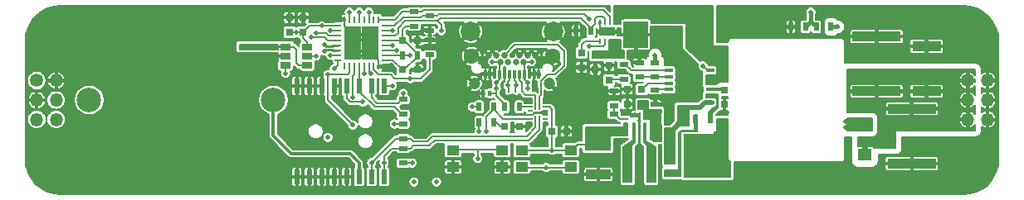
<source format=gbr>
G04 #@! TF.GenerationSoftware,KiCad,Pcbnew,(5.0.2)-1*
G04 #@! TF.CreationDate,2019-02-15T14:25:46-08:00*
G04 #@! TF.ProjectId,nixie_bottom_board,6e697869-655f-4626-9f74-746f6d5f626f,rev?*
G04 #@! TF.SameCoordinates,Original*
G04 #@! TF.FileFunction,Copper,L1,Top*
G04 #@! TF.FilePolarity,Positive*
%FSLAX46Y46*%
G04 Gerber Fmt 4.6, Leading zero omitted, Abs format (unit mm)*
G04 Created by KiCad (PCBNEW (5.0.2)-1) date 2/15/2019 2:25:46 PM*
%MOMM*%
%LPD*%
G01*
G04 APERTURE LIST*
G04 #@! TA.AperFunction,SMDPad,CuDef*
%ADD10R,1.725000X1.725000*%
G04 #@! TD*
G04 #@! TA.AperFunction,SMDPad,CuDef*
%ADD11R,0.250000X0.700000*%
G04 #@! TD*
G04 #@! TA.AperFunction,SMDPad,CuDef*
%ADD12R,0.700000X0.250000*%
G04 #@! TD*
G04 #@! TA.AperFunction,SMDPad,CuDef*
%ADD13R,2.500000X1.000000*%
G04 #@! TD*
G04 #@! TA.AperFunction,SMDPad,CuDef*
%ADD14R,0.500000X0.900000*%
G04 #@! TD*
G04 #@! TA.AperFunction,SMDPad,CuDef*
%ADD15R,1.000000X3.800000*%
G04 #@! TD*
G04 #@! TA.AperFunction,SMDPad,CuDef*
%ADD16R,0.750000X0.800000*%
G04 #@! TD*
G04 #@! TA.AperFunction,SMDPad,CuDef*
%ADD17R,0.800000X0.800000*%
G04 #@! TD*
G04 #@! TA.AperFunction,ComponentPad*
%ADD18C,1.200000*%
G04 #@! TD*
G04 #@! TA.AperFunction,ComponentPad*
%ADD19C,0.650000*%
G04 #@! TD*
G04 #@! TA.AperFunction,ComponentPad*
%ADD20C,2.000000*%
G04 #@! TD*
G04 #@! TA.AperFunction,ComponentPad*
%ADD21C,1.600000*%
G04 #@! TD*
G04 #@! TA.AperFunction,SMDPad,CuDef*
%ADD22R,0.300000X0.900000*%
G04 #@! TD*
G04 #@! TA.AperFunction,SMDPad,CuDef*
%ADD23R,0.800000X0.750000*%
G04 #@! TD*
G04 #@! TA.AperFunction,SMDPad,CuDef*
%ADD24R,0.600000X1.500000*%
G04 #@! TD*
G04 #@! TA.AperFunction,ComponentPad*
%ADD25C,1.350000*%
G04 #@! TD*
G04 #@! TA.AperFunction,ComponentPad*
%ADD26O,1.350000X1.350000*%
G04 #@! TD*
G04 #@! TA.AperFunction,SMDPad,CuDef*
%ADD27R,0.200000X0.700000*%
G04 #@! TD*
G04 #@! TA.AperFunction,SMDPad,CuDef*
%ADD28R,0.500000X0.200000*%
G04 #@! TD*
G04 #@! TA.AperFunction,SMDPad,CuDef*
%ADD29R,0.250000X1.800000*%
G04 #@! TD*
G04 #@! TA.AperFunction,SMDPad,CuDef*
%ADD30R,0.600000X0.250000*%
G04 #@! TD*
G04 #@! TA.AperFunction,SMDPad,CuDef*
%ADD31R,0.250000X0.600000*%
G04 #@! TD*
G04 #@! TA.AperFunction,SMDPad,CuDef*
%ADD32R,1.300000X1.000000*%
G04 #@! TD*
G04 #@! TA.AperFunction,SMDPad,CuDef*
%ADD33R,0.200000X0.200000*%
G04 #@! TD*
G04 #@! TA.AperFunction,SMDPad,CuDef*
%ADD34R,0.300000X0.550000*%
G04 #@! TD*
G04 #@! TA.AperFunction,SMDPad,CuDef*
%ADD35R,2.550000X2.700000*%
G04 #@! TD*
G04 #@! TA.AperFunction,SMDPad,CuDef*
%ADD36R,1.150000X0.700000*%
G04 #@! TD*
G04 #@! TA.AperFunction,SMDPad,CuDef*
%ADD37R,3.300000X4.200000*%
G04 #@! TD*
G04 #@! TA.AperFunction,SMDPad,CuDef*
%ADD38R,1.300000X4.700000*%
G04 #@! TD*
G04 #@! TA.AperFunction,SMDPad,CuDef*
%ADD39R,1.250000X1.000000*%
G04 #@! TD*
G04 #@! TA.AperFunction,SMDPad,CuDef*
%ADD40R,3.000000X1.000000*%
G04 #@! TD*
G04 #@! TA.AperFunction,SMDPad,CuDef*
%ADD41R,5.000000X1.000000*%
G04 #@! TD*
G04 #@! TA.AperFunction,SMDPad,CuDef*
%ADD42R,0.900000X0.500000*%
G04 #@! TD*
G04 #@! TA.AperFunction,ComponentPad*
%ADD43C,0.800000*%
G04 #@! TD*
G04 #@! TA.AperFunction,ComponentPad*
%ADD44C,4.500000*%
G04 #@! TD*
G04 #@! TA.AperFunction,ComponentPad*
%ADD45C,5.000000*%
G04 #@! TD*
G04 #@! TA.AperFunction,SMDPad,CuDef*
%ADD46R,0.700000X1.300000*%
G04 #@! TD*
G04 #@! TA.AperFunction,SMDPad,CuDef*
%ADD47R,1.060000X0.650000*%
G04 #@! TD*
G04 #@! TA.AperFunction,SMDPad,CuDef*
%ADD48R,0.825000X0.712500*%
G04 #@! TD*
G04 #@! TA.AperFunction,SMDPad,CuDef*
%ADD49R,0.890000X0.420000*%
G04 #@! TD*
G04 #@! TA.AperFunction,SMDPad,CuDef*
%ADD50R,1.400000X1.200000*%
G04 #@! TD*
G04 #@! TA.AperFunction,SMDPad,CuDef*
%ADD51R,0.700000X0.900000*%
G04 #@! TD*
G04 #@! TA.AperFunction,SMDPad,CuDef*
%ADD52R,0.250000X0.500000*%
G04 #@! TD*
G04 #@! TA.AperFunction,SMDPad,CuDef*
%ADD53R,1.600000X0.900000*%
G04 #@! TD*
G04 #@! TA.AperFunction,BGAPad,CuDef*
%ADD54C,14.000000*%
G04 #@! TD*
G04 #@! TA.AperFunction,ComponentPad*
%ADD55C,2.500000*%
G04 #@! TD*
G04 #@! TA.AperFunction,ViaPad*
%ADD56C,0.508000*%
G04 #@! TD*
G04 #@! TA.AperFunction,Conductor*
%ADD57C,0.200000*%
G04 #@! TD*
G04 #@! TA.AperFunction,Conductor*
%ADD58C,0.300000*%
G04 #@! TD*
G04 #@! TA.AperFunction,Conductor*
%ADD59C,0.400000*%
G04 #@! TD*
G04 #@! TA.AperFunction,Conductor*
%ADD60C,0.150000*%
G04 #@! TD*
G04 #@! TA.AperFunction,Conductor*
%ADD61C,0.250000*%
G04 #@! TD*
G04 #@! TA.AperFunction,Conductor*
%ADD62C,0.127000*%
G04 #@! TD*
G04 #@! TA.AperFunction,Conductor*
%ADD63C,0.100000*%
G04 #@! TD*
G04 APERTURE END LIST*
D10*
G04 #@! TO.P,U2,33*
G04 #@! TO.N,/GND*
X135512500Y-95012500D03*
X135512500Y-93287500D03*
X133787500Y-95012500D03*
X133787500Y-93287500D03*
D11*
G04 #@! TO.P,U2,32*
X136400000Y-96550000D03*
G04 #@! TO.P,U2,31*
G04 #@! TO.N,Net-(R2-Pad1)*
X135900000Y-96550000D03*
G04 #@! TO.P,U2,30*
G04 #@! TO.N,/UART_RX*
X135400000Y-96550000D03*
G04 #@! TO.P,U2,29*
G04 #@! TO.N,/UART_TX*
X134900000Y-96550000D03*
G04 #@! TO.P,U2,28*
G04 #@! TO.N,/RTC*
X134400000Y-96550000D03*
G04 #@! TO.P,U2,27*
G04 #@! TO.N,/USB*
X133900000Y-96550000D03*
G04 #@! TO.P,U2,26*
G04 #@! TO.N,/SWO*
X133400000Y-96550000D03*
G04 #@! TO.P,U2,25*
G04 #@! TO.N,Net-(U2-Pad25)*
X132900000Y-96550000D03*
D12*
G04 #@! TO.P,U2,24*
G04 #@! TO.N,/SWCLK*
X132250000Y-95900000D03*
G04 #@! TO.P,U2,23*
G04 #@! TO.N,/SWDIO*
X132250000Y-95400000D03*
G04 #@! TO.P,U2,22*
G04 #@! TO.N,/USB_P*
X132250000Y-94900000D03*
G04 #@! TO.P,U2,21*
G04 #@! TO.N,/USB_N*
X132250000Y-94400000D03*
G04 #@! TO.P,U2,20*
G04 #@! TO.N,/SDA*
X132250000Y-93900000D03*
G04 #@! TO.P,U2,19*
G04 #@! TO.N,/SCL*
X132250000Y-93400000D03*
G04 #@! TO.P,U2,18*
G04 #@! TO.N,/MCO*
X132250000Y-92900000D03*
G04 #@! TO.P,U2,17*
G04 #@! TO.N,/VDD*
X132250000Y-92400000D03*
D11*
G04 #@! TO.P,U2,16*
G04 #@! TO.N,/GND*
X132900000Y-91750000D03*
G04 #@! TO.P,U2,15*
G04 #@! TO.N,/AMP_EN*
X133400000Y-91750000D03*
G04 #@! TO.P,U2,14*
G04 #@! TO.N,Net-(U2-Pad14)*
X133900000Y-91750000D03*
G04 #@! TO.P,U2,13*
G04 #@! TO.N,/NIXIE_EN*
X134400000Y-91750000D03*
G04 #@! TO.P,U2,12*
G04 #@! TO.N,Net-(U2-Pad12)*
X134900000Y-91750000D03*
G04 #@! TO.P,U2,11*
G04 #@! TO.N,/DAC*
X135400000Y-91750000D03*
G04 #@! TO.P,U2,10*
G04 #@! TO.N,Net-(U2-Pad10)*
X135900000Y-91750000D03*
G04 #@! TO.P,U2,9*
G04 #@! TO.N,/FAULT*
X136400000Y-91750000D03*
D12*
G04 #@! TO.P,U2,8*
G04 #@! TO.N,/HV_EN*
X137050000Y-92400000D03*
G04 #@! TO.P,U2,7*
G04 #@! TO.N,Net-(R20-Pad2)*
X137050000Y-92900000D03*
G04 #@! TO.P,U2,6*
G04 #@! TO.N,/ILM*
X137050000Y-93400000D03*
G04 #@! TO.P,U2,5*
G04 #@! TO.N,/VDD*
X137050000Y-93900000D03*
G04 #@! TO.P,U2,4*
G04 #@! TO.N,/NRST*
X137050000Y-94400000D03*
G04 #@! TO.P,U2,3*
G04 #@! TO.N,/LED*
X137050000Y-94900000D03*
G04 #@! TO.P,U2,2*
G04 #@! TO.N,/32kHz*
X137050000Y-95400000D03*
G04 #@! TO.P,U2,1*
G04 #@! TO.N,/VDD*
X137050000Y-95900000D03*
G04 #@! TD*
D13*
G04 #@! TO.P,C11,1*
G04 #@! TO.N,/GND*
X158800000Y-107600000D03*
G04 #@! TO.P,C11,2*
G04 #@! TO.N,/VDD*
X158800000Y-104600000D03*
G04 #@! TD*
D14*
G04 #@! TO.P,R20,1*
G04 #@! TO.N,/HV_OUT*
X182550000Y-92500000D03*
G04 #@! TO.P,R20,2*
G04 #@! TO.N,Net-(R20-Pad2)*
X181050000Y-92500000D03*
G04 #@! TD*
G04 #@! TO.P,R21,2*
G04 #@! TO.N,Net-(R20-Pad2)*
X179950000Y-92500000D03*
G04 #@! TO.P,R21,1*
G04 #@! TO.N,/GND*
X178450000Y-92500000D03*
G04 #@! TD*
D15*
G04 #@! TO.P,L1,1*
G04 #@! TO.N,Net-(L1-Pad1)*
X164200000Y-106600000D03*
G04 #@! TO.P,L1,2*
G04 #@! TO.N,Net-(L1-Pad2)*
X161800000Y-106600000D03*
G04 #@! TD*
D16*
G04 #@! TO.P,C17,1*
G04 #@! TO.N,Net-(C17-Pad1)*
X157100000Y-95150000D03*
G04 #@! TO.P,C17,2*
G04 #@! TO.N,/GND*
X157100000Y-96650000D03*
G04 #@! TD*
D17*
G04 #@! TO.P,D5,1*
G04 #@! TO.N,/GND*
X150800000Y-102700000D03*
G04 #@! TO.P,D5,2*
G04 #@! TO.N,Net-(D5-Pad2)*
X149200000Y-102700000D03*
G04 #@! TD*
D14*
G04 #@! TO.P,R13,2*
G04 #@! TO.N,Net-(D5-Pad2)*
X148150000Y-102300000D03*
G04 #@! TO.P,R13,1*
G04 #@! TO.N,/LED*
X146650000Y-102300000D03*
G04 #@! TD*
D18*
G04 #@! TO.P,J1,S1*
G04 #@! TO.N,/GND*
X146155000Y-98310000D03*
X153845000Y-98310000D03*
D19*
G04 #@! TO.P,J1,B11*
X152400000Y-95410000D03*
G04 #@! TO.P,J1,B10*
X151600000Y-95410000D03*
G04 #@! TO.P,J1,B8*
X150800000Y-95410000D03*
G04 #@! TO.P,J1,B5*
G04 #@! TO.N,/CC2*
X149200000Y-95410000D03*
G04 #@! TO.P,J1,B3*
G04 #@! TO.N,/GND*
X148400000Y-95410000D03*
G04 #@! TO.P,J1,B2*
X147600000Y-95410000D03*
G04 #@! TO.P,J1,B12*
X152800000Y-96110000D03*
G04 #@! TO.P,J1,B9*
G04 #@! TO.N,/VBUS*
X151200000Y-96110000D03*
G04 #@! TO.P,J1,B7*
G04 #@! TO.N,/USB_N*
X150400000Y-96110000D03*
G04 #@! TO.P,J1,B6*
G04 #@! TO.N,/USB_P*
X149600000Y-96110000D03*
G04 #@! TO.P,J1,B4*
G04 #@! TO.N,/VBUS*
X148800000Y-96110000D03*
G04 #@! TO.P,J1,B1*
G04 #@! TO.N,/GND*
X147200000Y-96110000D03*
D20*
G04 #@! TO.P,J1,S1*
X154220000Y-92995000D03*
X145780000Y-92995000D03*
D21*
X145870000Y-95510000D03*
D22*
G04 #@! TO.P,J1,A11*
X147750000Y-97330000D03*
G04 #@! TO.P,J1,A8*
X149250000Y-97330000D03*
G04 #@! TO.P,J1,A9*
G04 #@! TO.N,/VBUS*
X148750000Y-97330000D03*
G04 #@! TO.P,J1,A10*
G04 #@! TO.N,/GND*
X148250000Y-97330000D03*
G04 #@! TO.P,J1,A12*
X147250000Y-97330000D03*
G04 #@! TO.P,J1,A7*
G04 #@! TO.N,/USB_N*
X149750000Y-97330000D03*
G04 #@! TO.P,J1,A6*
G04 #@! TO.N,/USB_P*
X150250000Y-97330000D03*
G04 #@! TO.P,J1,A5*
G04 #@! TO.N,/CC1*
X150750000Y-97330000D03*
G04 #@! TO.P,J1,A4*
G04 #@! TO.N,/VBUS*
X151250000Y-97330000D03*
G04 #@! TO.P,J1,A3*
G04 #@! TO.N,/GND*
X151750000Y-97330000D03*
G04 #@! TO.P,J1,A2*
X152250000Y-97330000D03*
G04 #@! TO.P,J1,A1*
X152750000Y-97330000D03*
D21*
G04 #@! TO.P,J1,S1*
X154130000Y-95510000D03*
G04 #@! TD*
D23*
G04 #@! TO.P,C12,1*
G04 #@! TO.N,/VDD*
X138850000Y-96900000D03*
G04 #@! TO.P,C12,2*
G04 #@! TO.N,/GND*
X140350000Y-96900000D03*
G04 #@! TD*
G04 #@! TO.P,C13,2*
G04 #@! TO.N,/GND*
X140350000Y-93900000D03*
G04 #@! TO.P,C13,1*
G04 #@! TO.N,/VDD*
X138850000Y-93900000D03*
G04 #@! TD*
D24*
G04 #@! TO.P,U4,1*
G04 #@! TO.N,/32kHz*
X136945000Y-98550000D03*
G04 #@! TO.P,U4,2*
G04 #@! TO.N,/VDD*
X135675000Y-98550000D03*
G04 #@! TO.P,U4,3*
G04 #@! TO.N,/RTC*
X134405000Y-98550000D03*
G04 #@! TO.P,U4,4*
G04 #@! TO.N,/NRST*
X133135000Y-98550000D03*
G04 #@! TO.P,U4,5*
G04 #@! TO.N,/GND*
X131865000Y-98550000D03*
G04 #@! TO.P,U4,6*
X130595000Y-98550000D03*
G04 #@! TO.P,U4,7*
X129325000Y-98550000D03*
G04 #@! TO.P,U4,8*
X128055000Y-98550000D03*
G04 #@! TO.P,U4,9*
X128055000Y-107850000D03*
G04 #@! TO.P,U4,10*
X129325000Y-107850000D03*
G04 #@! TO.P,U4,11*
X130595000Y-107850000D03*
G04 #@! TO.P,U4,12*
X131865000Y-107850000D03*
G04 #@! TO.P,U4,13*
X133135000Y-107850000D03*
G04 #@! TO.P,U4,14*
G04 #@! TO.N,Net-(BT1-Pad1)*
X134405000Y-107850000D03*
G04 #@! TO.P,U4,15*
G04 #@! TO.N,/SDA*
X135675000Y-107850000D03*
G04 #@! TO.P,U4,16*
G04 #@! TO.N,/SCL*
X136945000Y-107850000D03*
G04 #@! TD*
D14*
G04 #@! TO.P,R1,1*
G04 #@! TO.N,/VBUS*
X149250000Y-100700000D03*
G04 #@! TO.P,R1,2*
G04 #@! TO.N,Net-(R1-Pad2)*
X150750000Y-100700000D03*
G04 #@! TD*
D25*
G04 #@! TO.P,J4,1*
G04 #@! TO.N,/VNIXIE*
X101500000Y-98000000D03*
D26*
G04 #@! TO.P,J4,2*
G04 #@! TO.N,/GND*
X103500000Y-98000000D03*
G04 #@! TO.P,J4,3*
X101500000Y-100000000D03*
G04 #@! TO.P,J4,4*
G04 #@! TO.N,/SCL*
X103500000Y-100000000D03*
G04 #@! TO.P,J4,5*
G04 #@! TO.N,/NIXIE_EN*
X101500000Y-102000000D03*
G04 #@! TO.P,J4,6*
G04 #@! TO.N,/SDA*
X103500000Y-102000000D03*
G04 #@! TD*
D25*
G04 #@! TO.P,J3,1*
G04 #@! TO.N,/HV_OUT*
X196500000Y-98000000D03*
D26*
G04 #@! TO.P,J3,2*
G04 #@! TO.N,/GND*
X198500000Y-98000000D03*
G04 #@! TO.P,J3,3*
G04 #@! TO.N,/HV_OUT*
X196500000Y-100000000D03*
G04 #@! TO.P,J3,4*
G04 #@! TO.N,/GND*
X198500000Y-100000000D03*
G04 #@! TO.P,J3,5*
G04 #@! TO.N,/HV_OUT*
X196500000Y-102000000D03*
G04 #@! TO.P,J3,6*
G04 #@! TO.N,/GND*
X198500000Y-102000000D03*
G04 #@! TD*
D27*
G04 #@! TO.P,U1,1*
G04 #@! TO.N,/CC2*
X152800000Y-100650000D03*
G04 #@! TO.P,U1,2*
G04 #@! TO.N,/CC1*
X152400000Y-100650000D03*
D28*
G04 #@! TO.P,U1,3*
G04 #@! TO.N,Net-(R1-Pad2)*
X151850000Y-100700000D03*
G04 #@! TO.P,U1,4*
G04 #@! TO.N,Net-(U1-Pad4)*
X151850000Y-101100000D03*
G04 #@! TO.P,U1,5*
G04 #@! TO.N,/GND*
X151850000Y-101500000D03*
G04 #@! TO.P,U1,6*
G04 #@! TO.N,/USB*
X151850000Y-101900000D03*
D27*
G04 #@! TO.P,U1,7*
G04 #@! TO.N,/SDA*
X152400000Y-101950000D03*
G04 #@! TO.P,U1,8*
G04 #@! TO.N,/SCL*
X152800000Y-101950000D03*
D28*
G04 #@! TO.P,U1,9*
G04 #@! TO.N,Net-(U1-Pad9)*
X153350000Y-101900000D03*
G04 #@! TO.P,U1,10*
G04 #@! TO.N,/GND*
X153350000Y-101500000D03*
G04 #@! TO.P,U1,11*
X153350000Y-101100000D03*
G04 #@! TO.P,U1,12*
G04 #@! TO.N,/VDD*
X153350000Y-100700000D03*
G04 #@! TD*
D29*
G04 #@! TO.P,U3,1*
G04 #@! TO.N,Net-(L1-Pad2)*
X162500000Y-103250000D03*
G04 #@! TO.P,U3,2*
G04 #@! TO.N,/GND*
X163000000Y-103250000D03*
G04 #@! TO.P,U3,3*
G04 #@! TO.N,Net-(L1-Pad1)*
X163500000Y-103250000D03*
D30*
G04 #@! TO.P,U3,4*
G04 #@! TO.N,/VBUS*
X164400000Y-103450000D03*
G04 #@! TO.P,U3,5*
X164400000Y-102950000D03*
G04 #@! TO.P,U3,6*
X164400000Y-102450000D03*
G04 #@! TO.P,U3,7*
X164400000Y-101950000D03*
D31*
G04 #@! TO.P,U3,8*
X163500000Y-101550000D03*
G04 #@! TO.P,U3,9*
G04 #@! TO.N,/GND*
X163000000Y-101550000D03*
G04 #@! TO.P,U3,10*
X162500000Y-101550000D03*
D30*
G04 #@! TO.P,U3,11*
G04 #@! TO.N,Net-(R16-Pad1)*
X161600000Y-101950000D03*
G04 #@! TO.P,U3,12*
G04 #@! TO.N,/VDD*
X161600000Y-102450000D03*
G04 #@! TO.P,U3,13*
X161600000Y-102950000D03*
G04 #@! TO.P,U3,14*
X161600000Y-103450000D03*
G04 #@! TD*
D32*
G04 #@! TO.P,SW1,1*
G04 #@! TO.N,/GND*
X149000000Y-106850000D03*
G04 #@! TO.P,SW1,2*
G04 #@! TO.N,/NRST*
X149000000Y-105150000D03*
X144000000Y-105140000D03*
G04 #@! TO.P,SW1,1*
G04 #@! TO.N,/GND*
X144000000Y-106850000D03*
G04 #@! TD*
G04 #@! TO.P,SW2,1*
G04 #@! TO.N,Net-(R2-Pad1)*
X156000000Y-106850000D03*
G04 #@! TO.P,SW2,2*
G04 #@! TO.N,/VDD*
X156000000Y-105150000D03*
X151000000Y-105140000D03*
G04 #@! TO.P,SW2,1*
G04 #@! TO.N,Net-(R2-Pad1)*
X151000000Y-106850000D03*
G04 #@! TD*
D33*
G04 #@! TO.P,D2,3*
G04 #@! TO.N,/CC2*
X152940000Y-99450000D03*
G04 #@! TO.P,D2,2*
G04 #@! TO.N,/CC1*
X152260000Y-99450000D03*
G04 #@! TO.P,D2,1*
G04 #@! TO.N,/GND*
X152600000Y-99150000D03*
G04 #@! TD*
G04 #@! TO.P,D3,3*
G04 #@! TO.N,/USB_N*
X149660000Y-99150000D03*
G04 #@! TO.P,D3,2*
G04 #@! TO.N,/USB_P*
X150340000Y-99150000D03*
G04 #@! TO.P,D3,1*
G04 #@! TO.N,/GND*
X150000000Y-99450000D03*
G04 #@! TD*
D34*
G04 #@! TO.P,D1,2*
G04 #@! TO.N,/GND*
X147050000Y-99300000D03*
G04 #@! TO.P,D1,1*
G04 #@! TO.N,/VBUS*
X147750000Y-99300000D03*
G04 #@! TD*
D16*
G04 #@! TO.P,C16,2*
G04 #@! TO.N,/GND*
X127300000Y-91550000D03*
G04 #@! TO.P,C16,1*
G04 #@! TO.N,/VDD*
X127300000Y-93050000D03*
G04 #@! TD*
D14*
G04 #@! TO.P,R3,1*
G04 #@! TO.N,/VDD*
X146650000Y-100700000D03*
G04 #@! TO.P,R3,2*
G04 #@! TO.N,/USB*
X148150000Y-100700000D03*
G04 #@! TD*
D23*
G04 #@! TO.P,C3,1*
G04 #@! TO.N,/VBUS*
X163250000Y-100400000D03*
G04 #@! TO.P,C3,2*
G04 #@! TO.N,/GND*
X161750000Y-100400000D03*
G04 #@! TD*
D35*
G04 #@! TO.P,C1,1*
G04 #@! TO.N,/GND*
X162650000Y-93300000D03*
G04 #@! TO.P,C1,2*
G04 #@! TO.N,/HV_IN*
X169000000Y-93300000D03*
G04 #@! TD*
D36*
G04 #@! TO.P,Q1,2*
G04 #@! TO.N,Net-(Q1-Pad2)*
X166100000Y-107510000D03*
D37*
G04 #@! TO.P,Q1,1*
G04 #@! TO.N,Net-(Q1-Pad1)*
X169135000Y-105600000D03*
D38*
X171200000Y-105600000D03*
D36*
G04 #@! TO.P,Q1,3*
G04 #@! TO.N,Net-(Q1-Pad3)*
X166100000Y-106240000D03*
X166100000Y-103690000D03*
X166100000Y-104960000D03*
G04 #@! TD*
D16*
G04 #@! TO.P,C15,1*
G04 #@! TO.N,/GND*
X128700000Y-91550000D03*
G04 #@! TO.P,C15,2*
G04 #@! TO.N,/VDD*
X128700000Y-93050000D03*
G04 #@! TD*
D23*
G04 #@! TO.P,C14,1*
G04 #@! TO.N,/GND*
X155550000Y-103200000D03*
G04 #@! TO.P,C14,2*
G04 #@! TO.N,/VDD*
X154050000Y-103200000D03*
G04 #@! TD*
D16*
G04 #@! TO.P,C2,1*
G04 #@! TO.N,/VBUS*
X158500000Y-95350000D03*
G04 #@! TO.P,C2,2*
G04 #@! TO.N,/GND*
X158500000Y-96850000D03*
G04 #@! TD*
D23*
G04 #@! TO.P,C6,1*
G04 #@! TO.N,Net-(C6-Pad1)*
X163250000Y-98900000D03*
G04 #@! TO.P,C6,2*
G04 #@! TO.N,/GND*
X161750000Y-98900000D03*
G04 #@! TD*
D39*
G04 #@! TO.P,C4,2*
G04 #@! TO.N,/HV_IN*
X171500000Y-95600000D03*
G04 #@! TO.P,C4,1*
G04 #@! TO.N,/GND*
X171500000Y-93600000D03*
G04 #@! TD*
D40*
G04 #@! TO.P,C9,2*
G04 #@! TO.N,/HV_OUT*
X192300000Y-99100000D03*
G04 #@! TO.P,C9,1*
G04 #@! TO.N,/GND*
X192300000Y-94500000D03*
G04 #@! TD*
D41*
G04 #@! TO.P,C8,2*
G04 #@! TO.N,/HV_OUT*
X190800000Y-100900000D03*
G04 #@! TO.P,C8,1*
G04 #@! TO.N,/GND*
X190800000Y-106500000D03*
G04 #@! TD*
D42*
G04 #@! TO.P,R19,1*
G04 #@! TO.N,/RTC*
X138900000Y-101450000D03*
G04 #@! TO.P,R19,2*
G04 #@! TO.N,/VDD*
X138900000Y-99950000D03*
G04 #@! TD*
D14*
G04 #@! TO.P,R18,1*
G04 #@! TO.N,/VDD*
X140350000Y-95400000D03*
G04 #@! TO.P,R18,2*
G04 #@! TO.N,/32kHz*
X138850000Y-95400000D03*
G04 #@! TD*
D42*
G04 #@! TO.P,R17,1*
G04 #@! TO.N,/GND*
X160400000Y-99050000D03*
G04 #@! TO.P,R17,2*
G04 #@! TO.N,Net-(R16-Pad1)*
X160400000Y-100550000D03*
G04 #@! TD*
G04 #@! TO.P,R16,1*
G04 #@! TO.N,Net-(R16-Pad1)*
X160400000Y-101450000D03*
G04 #@! TO.P,R16,2*
G04 #@! TO.N,/VDD*
X160400000Y-102950000D03*
G04 #@! TD*
D43*
G04 #@! TO.P,MH1,1*
G04 #@! TO.N,/GND*
X104237437Y-91862563D03*
X104750000Y-93100000D03*
X104237437Y-94337437D03*
X103000000Y-94850000D03*
X101762563Y-94337437D03*
X101250000Y-93100000D03*
X101762563Y-91862563D03*
X103000000Y-91350000D03*
D44*
X103000000Y-93100000D03*
G04 #@! TD*
G04 #@! TO.P,MH2,1*
G04 #@! TO.N,/GND*
X103000000Y-107000000D03*
D43*
X103000000Y-105250000D03*
X101762563Y-105762563D03*
X101250000Y-107000000D03*
X101762563Y-108237437D03*
X103000000Y-108750000D03*
X104237437Y-108237437D03*
X104750000Y-107000000D03*
X104237437Y-105762563D03*
G04 #@! TD*
G04 #@! TO.P,MH3,1*
G04 #@! TO.N,/GND*
X198237437Y-91762563D03*
X198750000Y-93000000D03*
X198237437Y-94237437D03*
X197000000Y-94750000D03*
X195762563Y-94237437D03*
X195250000Y-93000000D03*
X195762563Y-91762563D03*
X197000000Y-91250000D03*
D44*
X197000000Y-93000000D03*
G04 #@! TD*
G04 #@! TO.P,MH4,1*
G04 #@! TO.N,/GND*
X197000000Y-107200000D03*
D43*
X197000000Y-105450000D03*
X195762563Y-105962563D03*
X195250000Y-107200000D03*
X195762563Y-108437437D03*
X197000000Y-108950000D03*
X198237437Y-108437437D03*
X198750000Y-107200000D03*
X198237437Y-105962563D03*
G04 #@! TD*
D45*
G04 #@! TO.P,MH6,1*
G04 #@! TO.N,/GND*
X157000000Y-100000000D03*
D43*
X158875000Y-100000000D03*
X158325825Y-101325825D03*
X157000000Y-101875000D03*
X155674175Y-101325825D03*
X155125000Y-100000000D03*
X155674175Y-98674175D03*
X157000000Y-98125000D03*
X158325825Y-98674175D03*
G04 #@! TD*
G04 #@! TO.P,MH5,1*
G04 #@! TO.N,/GND*
X144325825Y-98674175D03*
X143000000Y-98125000D03*
X141674175Y-98674175D03*
X141125000Y-100000000D03*
X141674175Y-101325825D03*
X143000000Y-101875000D03*
X144325825Y-101325825D03*
X144875000Y-100000000D03*
D45*
X143000000Y-100000000D03*
G04 #@! TD*
D16*
G04 #@! TO.P,C5,2*
G04 #@! TO.N,/GND*
X159900000Y-96450000D03*
G04 #@! TO.P,C5,1*
G04 #@! TO.N,Net-(C5-Pad1)*
X159900000Y-97950000D03*
G04 #@! TD*
G04 #@! TO.P,C7,2*
G04 #@! TO.N,/GND*
X171700000Y-100450000D03*
G04 #@! TO.P,C7,1*
G04 #@! TO.N,Net-(C7-Pad1)*
X171700000Y-98950000D03*
G04 #@! TD*
D42*
G04 #@! TO.P,R9,1*
G04 #@! TO.N,/GND*
X163000000Y-96150000D03*
G04 #@! TO.P,R9,2*
G04 #@! TO.N,Net-(R10-Pad2)*
X163000000Y-97650000D03*
G04 #@! TD*
G04 #@! TO.P,R6,1*
G04 #@! TO.N,/GND*
X164600000Y-100450000D03*
G04 #@! TO.P,R6,2*
G04 #@! TO.N,Net-(R6-Pad2)*
X164600000Y-98950000D03*
G04 #@! TD*
G04 #@! TO.P,R7,1*
G04 #@! TO.N,Net-(R7-Pad1)*
X161400000Y-96350000D03*
G04 #@! TO.P,R7,2*
G04 #@! TO.N,Net-(C5-Pad1)*
X161400000Y-97850000D03*
G04 #@! TD*
G04 #@! TO.P,R5,1*
G04 #@! TO.N,/SCL*
X138900000Y-104950000D03*
G04 #@! TO.P,R5,2*
G04 #@! TO.N,/VDD*
X138900000Y-106450000D03*
G04 #@! TD*
G04 #@! TO.P,R2,1*
G04 #@! TO.N,Net-(R2-Pad1)*
X141600000Y-95350000D03*
G04 #@! TO.P,R2,2*
G04 #@! TO.N,/GND*
X141600000Y-93850000D03*
G04 #@! TD*
D14*
G04 #@! TO.P,R8,1*
G04 #@! TO.N,Net-(Q1-Pad2)*
X168750000Y-101900000D03*
G04 #@! TO.P,R8,2*
G04 #@! TO.N,Net-(R8-Pad2)*
X170250000Y-101900000D03*
G04 #@! TD*
D42*
G04 #@! TO.P,R10,2*
G04 #@! TO.N,Net-(R10-Pad2)*
X164600000Y-97650000D03*
G04 #@! TO.P,R10,1*
G04 #@! TO.N,/HV_OUT*
X164600000Y-96150000D03*
G04 #@! TD*
D41*
G04 #@! TO.P,C10,1*
G04 #@! TO.N,/GND*
X187200000Y-93500000D03*
G04 #@! TO.P,C10,2*
G04 #@! TO.N,/HV_OUT*
X187200000Y-99100000D03*
G04 #@! TD*
D42*
G04 #@! TO.P,R4,1*
G04 #@! TO.N,/SDA*
X138900000Y-103950000D03*
G04 #@! TO.P,R4,2*
G04 #@! TO.N,/VDD*
X138900000Y-102450000D03*
G04 #@! TD*
D46*
G04 #@! TO.P,R11,2*
G04 #@! TO.N,Net-(Q1-Pad3)*
X167750000Y-101900000D03*
G04 #@! TO.P,R11,1*
G04 #@! TO.N,/GND*
X165850000Y-101900000D03*
G04 #@! TD*
D47*
G04 #@! TO.P,U5,1*
G04 #@! TO.N,/VNIXIE*
X126900000Y-94550000D03*
G04 #@! TO.P,U5,2*
G04 #@! TO.N,/GND*
X126900000Y-95500000D03*
G04 #@! TO.P,U5,3*
G04 #@! TO.N,/DAC*
X126900000Y-96450000D03*
G04 #@! TO.P,U5,4*
G04 #@! TO.N,/VNIXIE*
X129100000Y-96450000D03*
G04 #@! TO.P,U5,6*
G04 #@! TO.N,/VDD*
X129100000Y-94550000D03*
G04 #@! TO.P,U5,5*
G04 #@! TO.N,/AMP_EN*
X129100000Y-95500000D03*
G04 #@! TD*
D48*
G04 #@! TO.P,U6,13*
G04 #@! TO.N,/GND*
X167687500Y-97531250D03*
X167687500Y-98243750D03*
X167687500Y-98956250D03*
X167687500Y-99668750D03*
X168512500Y-97531250D03*
X168512500Y-98243750D03*
X168512500Y-98956250D03*
X168512500Y-99668750D03*
D49*
G04 #@! TO.P,U6,12*
G04 #@! TO.N,/HV_EN*
X170205000Y-96975000D03*
G04 #@! TO.P,U6,11*
G04 #@! TO.N,/HV_IN*
X170205000Y-97625000D03*
G04 #@! TO.P,U6,10*
X170205000Y-98275000D03*
G04 #@! TO.P,U6,9*
G04 #@! TO.N,Net-(C7-Pad1)*
X170205000Y-98925000D03*
G04 #@! TO.P,U6,8*
G04 #@! TO.N,Net-(R8-Pad2)*
X170205000Y-99575000D03*
G04 #@! TO.P,U6,7*
G04 #@! TO.N,Net-(Q1-Pad3)*
X170205000Y-100225000D03*
G04 #@! TO.P,U6,6*
G04 #@! TO.N,/GND*
X165995000Y-100225000D03*
G04 #@! TO.P,U6,5*
X165995000Y-99575000D03*
G04 #@! TO.P,U6,4*
G04 #@! TO.N,Net-(R6-Pad2)*
X165995000Y-98925000D03*
G04 #@! TO.P,U6,3*
G04 #@! TO.N,Net-(C6-Pad1)*
X165995000Y-98275000D03*
G04 #@! TO.P,U6,2*
G04 #@! TO.N,Net-(R10-Pad2)*
X165995000Y-97625000D03*
G04 #@! TO.P,U6,1*
G04 #@! TO.N,Net-(R7-Pad1)*
X165995000Y-96975000D03*
G04 #@! TD*
D50*
G04 #@! TO.P,D4,1*
G04 #@! TO.N,/HV_OUT*
X186000000Y-105550000D03*
G04 #@! TO.P,D4,2*
G04 #@! TO.N,Net-(D4-Pad2)*
X186000000Y-102450000D03*
G04 #@! TD*
D42*
G04 #@! TO.P,R12,2*
G04 #@! TO.N,/GND*
X141600000Y-92850000D03*
G04 #@! TO.P,R12,1*
G04 #@! TO.N,/HV_EN*
X141600000Y-91350000D03*
G04 #@! TD*
D14*
G04 #@! TO.P,R14,2*
G04 #@! TO.N,/GND*
X156550000Y-92900000D03*
G04 #@! TO.P,R14,1*
G04 #@! TO.N,/ILM*
X158050000Y-92900000D03*
G04 #@! TD*
D42*
G04 #@! TO.P,R15,1*
G04 #@! TO.N,/VDD*
X140000000Y-92450000D03*
G04 #@! TO.P,R15,2*
G04 #@! TO.N,/FAULT*
X140000000Y-90950000D03*
G04 #@! TD*
D51*
G04 #@! TO.P,U7,9*
G04 #@! TO.N,/GND*
X159250000Y-93000000D03*
X160150000Y-93000000D03*
D52*
G04 #@! TO.P,U7,6*
G04 #@! TO.N,/FAULT*
X159950000Y-92050000D03*
G04 #@! TO.P,U7,5*
G04 #@! TO.N,/HV_IN*
X160450000Y-92050000D03*
G04 #@! TO.P,U7,4*
G04 #@! TO.N,/VBUS*
X160450000Y-93950000D03*
G04 #@! TO.P,U7,2*
G04 #@! TO.N,/HV_EN*
X159450000Y-93950000D03*
G04 #@! TO.P,U7,1*
G04 #@! TO.N,Net-(C17-Pad1)*
X158950000Y-93950000D03*
D53*
G04 #@! TO.P,U7,9*
G04 #@! TO.N,/GND*
X159700000Y-93000000D03*
D52*
G04 #@! TO.P,U7,8*
X158950000Y-92050000D03*
G04 #@! TO.P,U7,7*
G04 #@! TO.N,/ILM*
X159450000Y-92050000D03*
G04 #@! TO.P,U7,3*
G04 #@! TO.N,/VBUS*
X159950000Y-93950000D03*
G04 #@! TD*
D54*
G04 #@! TO.P,BT1,2*
G04 #@! TO.N,/GND*
X116250000Y-100000000D03*
D55*
G04 #@! TO.P,BT1,*
G04 #@! TO.N,*
X106850000Y-100000000D03*
G04 #@! TO.P,BT1,1*
G04 #@! TO.N,Net-(BT1-Pad1)*
X125650000Y-100000000D03*
G04 #@! TD*
D56*
G04 #@! TO.N,Net-(Q1-Pad1)*
X171200000Y-105200000D03*
X171800000Y-105200000D03*
X171200000Y-104600000D03*
X171800000Y-104600000D03*
X171200000Y-104000000D03*
X171800000Y-104000000D03*
X171200000Y-103400000D03*
X171800000Y-103400000D03*
X171200000Y-102800000D03*
X171800000Y-102800000D03*
X171200000Y-102200000D03*
X171800000Y-102200000D03*
G04 #@! TO.N,/HV_OUT*
X164600000Y-95400000D03*
X190250000Y-99900000D03*
X183200000Y-92500000D03*
G04 #@! TO.N,/VDD*
X130600000Y-92400000D03*
X139800000Y-106450000D03*
X145950000Y-100700000D03*
X128000000Y-93050000D03*
X159600000Y-103100000D03*
X159000000Y-103100000D03*
X158400000Y-103100000D03*
X157800000Y-103100000D03*
X138850000Y-93900000D03*
X159600000Y-103700000D03*
X159000000Y-103700000D03*
X157800000Y-103700000D03*
X158400000Y-103700000D03*
X131230000Y-103835000D03*
X138900000Y-99300000D03*
X138000000Y-102450000D03*
X154050000Y-105150000D03*
X138850000Y-96900000D03*
G04 #@! TO.N,/GND*
X152200000Y-104500000D03*
G04 #@! TO.N,/VNIXIE*
X122500000Y-94550000D03*
G04 #@! TO.N,/SCL*
X130000000Y-93100000D03*
X136950000Y-106400000D03*
G04 #@! TO.N,/SDA*
X129500000Y-93600000D03*
X135675000Y-106400000D03*
G04 #@! TO.N,/HV_EN*
X169500000Y-96500000D03*
X157900000Y-94500000D03*
X157900000Y-91700000D03*
G04 #@! TO.N,/SWO*
X131225000Y-97400000D03*
X133770000Y-102565000D03*
G04 #@! TO.N,/NRST*
X137800000Y-94400000D03*
X146500000Y-106000000D03*
X134800000Y-100200000D03*
G04 #@! TO.N,/DAC*
X135400000Y-91000000D03*
X126900000Y-97250000D03*
G04 #@! TO.N,/USB_N*
X149600000Y-98500000D03*
X130900000Y-94325000D03*
G04 #@! TO.N,/USB_P*
X130900000Y-94975000D03*
X150400000Y-98500000D03*
G04 #@! TO.N,Net-(D4-Pad2)*
X184000000Y-102800000D03*
X184600000Y-102800000D03*
X185800000Y-102800000D03*
X186400000Y-102800000D03*
X186400000Y-102200000D03*
X185800000Y-102200000D03*
X184600000Y-102200000D03*
X184000000Y-102200000D03*
X185200000Y-102200000D03*
X185200000Y-102800000D03*
G04 #@! TO.N,/SWDIO*
X131500000Y-95400000D03*
G04 #@! TO.N,/SWCLK*
X131875000Y-96800000D03*
G04 #@! TO.N,/HV_IN*
X171800000Y-94800000D03*
X171200000Y-94800000D03*
X171200000Y-95400000D03*
X171800000Y-95400000D03*
X171800000Y-97200000D03*
X171800000Y-97800000D03*
X171200000Y-97200000D03*
X171200000Y-97800000D03*
X171800000Y-96600000D03*
X171200000Y-96600000D03*
X171200000Y-96000000D03*
X171800000Y-96000000D03*
G04 #@! TO.N,/USB*
X147400000Y-103200000D03*
X133775000Y-99700000D03*
G04 #@! TO.N,/ILM*
X142800000Y-92900000D03*
G04 #@! TO.N,/32kHz*
X137800000Y-98550000D03*
X139600000Y-95400000D03*
G04 #@! TO.N,/AMP_EN*
X130000000Y-95500000D03*
X133400000Y-91000000D03*
G04 #@! TO.N,/NIXIE_EN*
X134400000Y-91000000D03*
G04 #@! TO.N,/MCO*
X131500000Y-92900000D03*
G04 #@! TO.N,/LED*
X138200000Y-94900000D03*
X146650000Y-103200000D03*
G04 #@! TO.N,Net-(R2-Pad1)*
X153500000Y-106900000D03*
X139600000Y-97800000D03*
G04 #@! TO.N,Net-(R20-Pad2)*
X137800000Y-92900000D03*
X180500000Y-91000000D03*
G04 #@! TO.N,/GND*
X134500000Y-93800000D03*
X133900000Y-93800000D03*
X133300000Y-93800000D03*
X134500000Y-95500000D03*
X133900000Y-95500000D03*
X133300000Y-95500000D03*
X171900000Y-101300000D03*
X171300000Y-101300000D03*
X167687500Y-99668750D03*
X168512500Y-99668750D03*
X168512500Y-98956250D03*
X167687500Y-98956250D03*
X167687500Y-98243750D03*
X168512500Y-98243750D03*
X168512500Y-97531250D03*
X167687500Y-97531250D03*
X128000000Y-92250000D03*
X166350000Y-100800000D03*
X165750000Y-100800000D03*
X164600000Y-99750000D03*
X164500000Y-92800000D03*
X162100000Y-95200000D03*
X162700000Y-95200000D03*
X163300000Y-95200000D03*
X130900000Y-96300000D03*
X157900000Y-106700000D03*
X158500000Y-106700000D03*
X159100000Y-106700000D03*
X159700000Y-106700000D03*
X163000000Y-105000000D03*
X163000000Y-105600000D03*
X163000000Y-106200000D03*
X163000000Y-106800000D03*
X163000000Y-107400000D03*
X165100000Y-92800000D03*
X164500000Y-93400000D03*
X165100000Y-93400000D03*
X150000000Y-100700000D03*
X165850000Y-96150000D03*
X166450000Y-96150000D03*
X166450000Y-95550000D03*
X165850000Y-95550000D03*
X151700000Y-102550000D03*
X172600000Y-93500000D03*
X173200000Y-93500000D03*
X173800000Y-93500000D03*
X157900000Y-106100000D03*
X159100000Y-106100000D03*
X159700000Y-106100000D03*
X158500000Y-106100000D03*
X132500000Y-103835000D03*
X174400000Y-93500000D03*
X137000000Y-96500000D03*
X141000000Y-96100000D03*
G04 #@! TO.N,/VBUS*
X165000000Y-101400000D03*
X164400000Y-101400000D03*
X165000000Y-102000000D03*
X165000000Y-102600000D03*
X165000000Y-103200000D03*
X160200000Y-94900000D03*
X159300000Y-95400000D03*
X159900000Y-95400000D03*
X160500000Y-95400000D03*
X161100000Y-95400000D03*
X160800000Y-94900000D03*
X151600000Y-98200000D03*
X151600000Y-98800000D03*
X148400000Y-98200000D03*
X148400000Y-98800000D03*
X148000000Y-96100000D03*
X165000000Y-103800000D03*
X152000000Y-96100000D03*
X163250000Y-100400000D03*
G04 #@! TO.N,/UART_TX*
X134900000Y-97300000D03*
X140000000Y-108400000D03*
G04 #@! TO.N,/UART_RX*
X135600000Y-97300000D03*
X142300000Y-108400000D03*
G04 #@! TD*
D57*
G04 #@! TO.N,Net-(R1-Pad2)*
X150750000Y-100700000D02*
X151850000Y-100700000D01*
G04 #@! TO.N,Net-(R6-Pad2)*
X164625000Y-98925000D02*
X164600000Y-98950000D01*
X165995000Y-98925000D02*
X164625000Y-98925000D01*
D58*
G04 #@! TO.N,Net-(C7-Pad1)*
X171675000Y-98925000D02*
X171700000Y-98950000D01*
X170205000Y-98925000D02*
X171675000Y-98925000D01*
D59*
G04 #@! TO.N,/HV_OUT*
X164600000Y-96150000D02*
X164600000Y-95400000D01*
X182550000Y-92500000D02*
X183200000Y-92500000D01*
D57*
G04 #@! TO.N,/VDD*
X154000000Y-103150000D02*
X154050000Y-103200000D01*
X156000000Y-105150000D02*
X156150000Y-105150000D01*
X156725000Y-104575000D02*
X158800000Y-104575000D01*
X156150000Y-105150000D02*
X156725000Y-104575000D01*
X156000000Y-105150000D02*
X155950000Y-105150000D01*
X128700000Y-93650000D02*
X128700000Y-93050000D01*
X129100000Y-94550000D02*
X129100000Y-94050000D01*
X129100000Y-94050000D02*
X128700000Y-93650000D01*
X127300000Y-93050000D02*
X128000000Y-93050000D01*
X129350000Y-92400000D02*
X128700000Y-93050000D01*
X132250000Y-92400000D02*
X130600000Y-92400000D01*
X130600000Y-92400000D02*
X129350000Y-92400000D01*
X138900000Y-106450000D02*
X139800000Y-106450000D01*
X155990000Y-105140000D02*
X156000000Y-105150000D01*
X154050000Y-103200000D02*
X154050000Y-105150000D01*
X151000000Y-105140000D02*
X154100000Y-105140000D01*
X154100000Y-105140000D02*
X155990000Y-105140000D01*
X146650000Y-100700000D02*
X145950000Y-100700000D01*
X137050000Y-93900000D02*
X138650000Y-93900000D01*
X128000000Y-93050000D02*
X128700000Y-93050000D01*
X154050000Y-100900000D02*
X154050000Y-103200000D01*
X153350000Y-100700000D02*
X153850000Y-100700000D01*
X153850000Y-100700000D02*
X154050000Y-100900000D01*
X137850000Y-95900000D02*
X138850000Y-96900000D01*
X137050000Y-95900000D02*
X137850000Y-95900000D01*
X138850000Y-93900000D02*
X139000000Y-93900000D01*
X140350000Y-95250000D02*
X140350000Y-95400000D01*
X139000000Y-93900000D02*
X140350000Y-95250000D01*
X139150000Y-92450000D02*
X140000000Y-92450000D01*
X138850000Y-93900000D02*
X138850000Y-92750000D01*
X138850000Y-92750000D02*
X139150000Y-92450000D01*
X135675000Y-99775000D02*
X135675000Y-98550000D01*
X136200000Y-100300000D02*
X135675000Y-99775000D01*
X138400000Y-100300000D02*
X136200000Y-100300000D01*
X138900000Y-99950000D02*
X138750000Y-99950000D01*
X138750000Y-99950000D02*
X138400000Y-100300000D01*
X138900000Y-99950000D02*
X138900000Y-99300000D01*
X138900000Y-102450000D02*
X138000000Y-102450000D01*
X154050000Y-105150000D02*
X154100000Y-105140000D01*
X138850000Y-96900000D02*
X139000000Y-96900000D01*
X140350000Y-95550000D02*
X140350000Y-95400000D01*
X139000000Y-96900000D02*
X140350000Y-95550000D01*
X138850000Y-96900000D02*
X138850000Y-96900000D01*
G04 #@! TO.N,/VNIXIE*
X126900000Y-94550000D02*
X127750000Y-94550000D01*
X127750000Y-94550000D02*
X128000000Y-94800000D01*
X128000000Y-94800000D02*
X128000000Y-96200000D01*
X128250000Y-96450000D02*
X129100000Y-96450000D01*
X128000000Y-96200000D02*
X128250000Y-96450000D01*
G04 #@! TO.N,/SCL*
X130000000Y-93100000D02*
X131000000Y-93100000D01*
X131300000Y-93400000D02*
X132250000Y-93400000D01*
X131000000Y-93100000D02*
X131300000Y-93400000D01*
X152800000Y-103000000D02*
X152800000Y-101950000D01*
X139650000Y-104950000D02*
X139950000Y-104650000D01*
X138900000Y-104950000D02*
X139650000Y-104950000D01*
X139950000Y-104650000D02*
X141550000Y-104650000D01*
X141550000Y-104650000D02*
X142100000Y-104100000D01*
X142100000Y-104100000D02*
X151700000Y-104100000D01*
X151700000Y-104100000D02*
X152800000Y-103000000D01*
X136945000Y-106405000D02*
X136950000Y-106400000D01*
X136945000Y-107850000D02*
X136945000Y-106405000D01*
X137750000Y-104950000D02*
X138900000Y-104950000D01*
X136950000Y-106400000D02*
X136950000Y-105750000D01*
X136950000Y-105750000D02*
X137750000Y-104950000D01*
G04 #@! TO.N,/SDA*
X131200000Y-93900000D02*
X132250000Y-93900000D01*
X130900000Y-93600000D02*
X131200000Y-93900000D01*
X129500000Y-93600000D02*
X130900000Y-93600000D01*
X135675000Y-107850000D02*
X135675000Y-106400000D01*
X138950000Y-103950000D02*
X138900000Y-103950000D01*
X139650000Y-103950000D02*
X138950000Y-103950000D01*
X152400000Y-102800000D02*
X151500000Y-103700000D01*
X152400000Y-101950000D02*
X152400000Y-102800000D01*
X151500000Y-103700000D02*
X141900000Y-103700000D01*
X141900000Y-103700000D02*
X141350000Y-104250000D01*
X141350000Y-104250000D02*
X139950000Y-104250000D01*
X139950000Y-104250000D02*
X139650000Y-103950000D01*
X138125000Y-103950000D02*
X138900000Y-103950000D01*
X135675000Y-106400000D02*
X138125000Y-103950000D01*
G04 #@! TO.N,/HV_EN*
X170205000Y-96975000D02*
X169975000Y-96975000D01*
X169975000Y-96975000D02*
X169500000Y-96500000D01*
X159300000Y-94500000D02*
X157900000Y-94500000D01*
X159450000Y-93950000D02*
X159450000Y-94350000D01*
X159450000Y-94350000D02*
X159300000Y-94500000D01*
X142350000Y-91350000D02*
X141600000Y-91350000D01*
X142500000Y-91200000D02*
X142350000Y-91350000D01*
X157900000Y-91700000D02*
X157400000Y-91200000D01*
X157400000Y-91200000D02*
X142500000Y-91200000D01*
X140850000Y-91350000D02*
X141600000Y-91350000D01*
X140700000Y-91500000D02*
X140850000Y-91350000D01*
X138900000Y-91500000D02*
X140700000Y-91500000D01*
X137050000Y-92400000D02*
X138000000Y-92400000D01*
X138000000Y-92400000D02*
X138900000Y-91500000D01*
G04 #@! TO.N,Net-(R10-Pad2)*
X165970000Y-97650000D02*
X165995000Y-97625000D01*
X164600000Y-97650000D02*
X165970000Y-97650000D01*
X164600000Y-97650000D02*
X163000000Y-97650000D01*
G04 #@! TO.N,/SWO*
X133400000Y-97200000D02*
X133400000Y-96550000D01*
X133200000Y-97400000D02*
X133400000Y-97200000D01*
X131225000Y-97400000D02*
X133200000Y-97400000D01*
X131325000Y-97400000D02*
X131225000Y-97400000D01*
X131225000Y-100020000D02*
X133770000Y-102565000D01*
X131225000Y-97400000D02*
X131225000Y-100020000D01*
G04 #@! TO.N,/NRST*
X137050000Y-94400000D02*
X137800000Y-94400000D01*
X148990000Y-105140000D02*
X149000000Y-105150000D01*
X148950000Y-105100000D02*
X149000000Y-105150000D01*
X144040000Y-105100000D02*
X144000000Y-105140000D01*
X146500000Y-105100000D02*
X144040000Y-105100000D01*
X146500000Y-106000000D02*
X146500000Y-105100000D01*
X146500000Y-105100000D02*
X148950000Y-105100000D01*
X134800000Y-100200000D02*
X133500000Y-100200000D01*
X133135000Y-99835000D02*
X133135000Y-98550000D01*
X133500000Y-100200000D02*
X133135000Y-99835000D01*
G04 #@! TO.N,/CC1*
X152260000Y-99450000D02*
X152400000Y-99590000D01*
X152400000Y-99590000D02*
X152400000Y-100650000D01*
X151350000Y-99450000D02*
X152260000Y-99450000D01*
X151000000Y-99100000D02*
X151350000Y-99450000D01*
X151000000Y-98200000D02*
X151000000Y-99100000D01*
X150750000Y-97330000D02*
X150750000Y-97950000D01*
X150750000Y-97950000D02*
X151000000Y-98200000D01*
G04 #@! TO.N,/CC2*
X152800000Y-99590000D02*
X152800000Y-100650000D01*
X152940000Y-99450000D02*
X152800000Y-99590000D01*
D60*
X152940000Y-98060000D02*
X152940000Y-99450000D01*
X150260000Y-94350000D02*
X154650000Y-94350000D01*
X149200000Y-95410000D02*
X150260000Y-94350000D01*
X154650000Y-94350000D02*
X155300000Y-95000000D01*
X153600000Y-97400000D02*
X152940000Y-98060000D01*
X155300000Y-95000000D02*
X155300000Y-96500000D01*
X155300000Y-96500000D02*
X154400000Y-97400000D01*
X154400000Y-97400000D02*
X153600000Y-97400000D01*
D57*
G04 #@! TO.N,/DAC*
X135400000Y-91750000D02*
X135400000Y-91000000D01*
X126900000Y-96450000D02*
X126900000Y-97250000D01*
G04 #@! TO.N,/USB_N*
X149660000Y-99150000D02*
X149660000Y-98560000D01*
X149660000Y-98560000D02*
X149600000Y-98500000D01*
X149600000Y-98500000D02*
X149600000Y-98100000D01*
X149750000Y-97950000D02*
X149750000Y-97330000D01*
X149600000Y-98100000D02*
X149750000Y-97950000D01*
D61*
X132250000Y-94400000D02*
X131724999Y-94400000D01*
X131724999Y-94400000D02*
X131663499Y-94461500D01*
X131036500Y-94461500D02*
X131663499Y-94461500D01*
X130900000Y-94325000D02*
X131036500Y-94461500D01*
D57*
G04 #@! TO.N,/USB_P*
X150400000Y-98500000D02*
X150400000Y-98100000D01*
X150400000Y-98100000D02*
X150250000Y-97950000D01*
X150250000Y-97950000D02*
X150250000Y-97330000D01*
X150340000Y-98560000D02*
X150400000Y-98500000D01*
X150340000Y-99150000D02*
X150340000Y-98560000D01*
D61*
X131724999Y-94900000D02*
X131663499Y-94838500D01*
X132250000Y-94900000D02*
X131724999Y-94900000D01*
X131036500Y-94838500D02*
X131663499Y-94838500D01*
X130900000Y-94975000D02*
X131036500Y-94838500D01*
D57*
G04 #@! TO.N,/SWDIO*
X132250000Y-95400000D02*
X131500000Y-95400000D01*
G04 #@! TO.N,/SWCLK*
X132250000Y-95900000D02*
X132250000Y-96425000D01*
X132250000Y-96425000D02*
X131875000Y-96800000D01*
G04 #@! TO.N,Net-(R7-Pad1)*
X165995000Y-96975000D02*
X162175000Y-96975000D01*
X161550000Y-96350000D02*
X161400000Y-96350000D01*
X162175000Y-96975000D02*
X161550000Y-96350000D01*
G04 #@! TO.N,/USB*
X133900000Y-97400000D02*
X133900000Y-96550000D01*
X133775000Y-97525000D02*
X133900000Y-97400000D01*
X133775000Y-99700000D02*
X133775000Y-97525000D01*
X149575472Y-101900000D02*
X151850000Y-101900000D01*
X149100000Y-101900000D02*
X149575472Y-101900000D01*
X148150000Y-100950000D02*
X149100000Y-101900000D01*
X148150000Y-100700000D02*
X148150000Y-100850000D01*
X147400000Y-101800000D02*
X147400000Y-103200000D01*
X148150000Y-100700000D02*
X148150000Y-100950000D01*
X147400000Y-101700000D02*
X147400000Y-101800000D01*
X148150000Y-100950000D02*
X147400000Y-101700000D01*
G04 #@! TO.N,/ILM*
X142400000Y-91900000D02*
X142800000Y-92300000D01*
X142800000Y-92300000D02*
X142800000Y-92900000D01*
X158500000Y-91600000D02*
X158500000Y-92200000D01*
X158700000Y-91400000D02*
X158500000Y-91600000D01*
X159250000Y-91400000D02*
X158700000Y-91400000D01*
X159450000Y-92050000D02*
X159450000Y-91600000D01*
X159450000Y-91600000D02*
X159250000Y-91400000D01*
X157000000Y-91600000D02*
X158050000Y-92650000D01*
X142400000Y-91900000D02*
X142700000Y-91600000D01*
X142700000Y-91600000D02*
X157000000Y-91600000D01*
X158050000Y-92650000D02*
X158050000Y-92900000D01*
X158500000Y-92200000D02*
X158050000Y-92650000D01*
X139100000Y-91900000D02*
X142400000Y-91900000D01*
X138400000Y-92600000D02*
X139100000Y-91900000D01*
X138400000Y-93100000D02*
X138400000Y-92600000D01*
X137050000Y-93400000D02*
X138100000Y-93400000D01*
X138100000Y-93400000D02*
X138400000Y-93100000D01*
G04 #@! TO.N,/FAULT*
X140750000Y-90950000D02*
X140000000Y-90950000D01*
X140900000Y-90800000D02*
X140750000Y-90950000D01*
X159300000Y-90800000D02*
X140900000Y-90800000D01*
X159950000Y-92050000D02*
X159950000Y-91450000D01*
X159950000Y-91450000D02*
X159300000Y-90800000D01*
X138850000Y-90950000D02*
X140000000Y-90950000D01*
X136400000Y-91750000D02*
X138050000Y-91750000D01*
X138050000Y-91750000D02*
X138850000Y-90950000D01*
G04 #@! TO.N,/RTC*
X134345382Y-98637282D02*
X134350382Y-98642282D01*
X134400000Y-98545000D02*
X134405000Y-98550000D01*
X134400000Y-96550000D02*
X134400000Y-98545000D01*
X138900000Y-101450000D02*
X138650000Y-101450000D01*
X134405000Y-99105000D02*
X134405000Y-98550000D01*
X136000000Y-100700000D02*
X134405000Y-99105000D01*
X138000000Y-100700000D02*
X136000000Y-100700000D01*
X138900000Y-101450000D02*
X138750000Y-101450000D01*
X138750000Y-101450000D02*
X138000000Y-100700000D01*
G04 #@! TO.N,/32kHz*
X138650000Y-95400000D02*
X137050000Y-95400000D01*
X139600000Y-95400000D02*
X138650000Y-95400000D01*
X136945000Y-98550000D02*
X137800000Y-98550000D01*
G04 #@! TO.N,Net-(C5-Pad1)*
X160000000Y-97850000D02*
X159900000Y-97950000D01*
X161400000Y-97850000D02*
X160000000Y-97850000D01*
G04 #@! TO.N,Net-(R16-Pad1)*
X161600000Y-101950000D02*
X161050000Y-101950000D01*
X160550000Y-101450000D02*
X160400000Y-101450000D01*
X161050000Y-101950000D02*
X160550000Y-101450000D01*
X160400000Y-101450000D02*
X160400000Y-100550000D01*
G04 #@! TO.N,/AMP_EN*
X129100000Y-95500000D02*
X130000000Y-95500000D01*
X133400000Y-91750000D02*
X133400000Y-91000000D01*
D58*
G04 #@! TO.N,Net-(BT1-Pad1)*
X134405000Y-106405000D02*
X134405000Y-107850000D01*
X133500000Y-105500000D02*
X134405000Y-106405000D01*
X127500000Y-105500000D02*
X133500000Y-105500000D01*
X125650000Y-100000000D02*
X125650000Y-103650000D01*
X125650000Y-103650000D02*
X127500000Y-105500000D01*
D57*
G04 #@! TO.N,Net-(C6-Pad1)*
X163875000Y-98275000D02*
X163250000Y-98900000D01*
X165995000Y-98275000D02*
X163875000Y-98275000D01*
G04 #@! TO.N,/NIXIE_EN*
X134400000Y-91750000D02*
X134400000Y-91000000D01*
G04 #@! TO.N,/MCO*
X132250000Y-92900000D02*
X131500000Y-92900000D01*
G04 #@! TO.N,/LED*
X146650000Y-102550000D02*
X146650000Y-102300000D01*
X137050000Y-94900000D02*
X138200000Y-94900000D01*
X146650000Y-103200000D02*
X146650000Y-102300000D01*
G04 #@! TO.N,Net-(C17-Pad1)*
X158950000Y-93950000D02*
X157450000Y-93950000D01*
X157100000Y-94300000D02*
X157100000Y-95150000D01*
X157450000Y-93950000D02*
X157100000Y-94300000D01*
G04 #@! TO.N,Net-(R2-Pad1)*
X155990000Y-106850000D02*
X156000000Y-106860000D01*
X156000000Y-106860000D02*
X156540000Y-106860000D01*
X151050000Y-106900000D02*
X151000000Y-106850000D01*
X153500000Y-106900000D02*
X151050000Y-106900000D01*
X155950000Y-106900000D02*
X156000000Y-106850000D01*
X153500000Y-106900000D02*
X155950000Y-106900000D01*
X135900000Y-96900000D02*
X135900000Y-96550000D01*
X141600000Y-96900000D02*
X140700000Y-97800000D01*
X141600000Y-95350000D02*
X141600000Y-96900000D01*
X138000000Y-97800000D02*
X137600000Y-97400000D01*
X137600000Y-97400000D02*
X136400000Y-97400000D01*
X136400000Y-97400000D02*
X135900000Y-96900000D01*
X139600000Y-97800000D02*
X138000000Y-97800000D01*
X140700000Y-97800000D02*
X139600000Y-97800000D01*
G04 #@! TO.N,Net-(D5-Pad2)*
X148150000Y-102300000D02*
X148150000Y-102450000D01*
X148150000Y-102300000D02*
X148150000Y-102550000D01*
X149200000Y-102700000D02*
X149000000Y-102500000D01*
X148150000Y-102300000D02*
X148400000Y-102300000D01*
X148800000Y-102700000D02*
X149200000Y-102700000D01*
X148400000Y-102300000D02*
X148800000Y-102700000D01*
G04 #@! TO.N,Net-(R20-Pad2)*
X137050000Y-92900000D02*
X137800000Y-92900000D01*
D59*
X180500000Y-91950000D02*
X180500000Y-91000000D01*
X179950000Y-92500000D02*
X180500000Y-91950000D01*
X181050000Y-92500000D02*
X180500000Y-91950000D01*
D57*
G04 #@! TO.N,/GND*
X151750000Y-97330000D02*
X152250000Y-97330000D01*
X152250000Y-97330000D02*
X152750000Y-97330000D01*
X152750000Y-96160000D02*
X152800000Y-96110000D01*
X152750000Y-97330000D02*
X152750000Y-96160000D01*
X148250000Y-97330000D02*
X147750000Y-97330000D01*
X147750000Y-97330000D02*
X147250000Y-97330000D01*
X147250000Y-96160000D02*
X147200000Y-96110000D01*
X147250000Y-97330000D02*
X147250000Y-96160000D01*
D59*
X162125000Y-93200000D02*
X162625000Y-93700000D01*
X162350000Y-93000000D02*
X162650000Y-93300000D01*
D57*
X148990000Y-106850000D02*
X149000000Y-106860000D01*
X150000000Y-99900000D02*
X150000000Y-99450000D01*
X149500000Y-99900000D02*
X150000000Y-99900000D01*
X149000000Y-99400000D02*
X149500000Y-99900000D01*
X149000000Y-98200000D02*
X149000000Y-99400000D01*
X149250000Y-97330000D02*
X149250000Y-97950000D01*
X149250000Y-97950000D02*
X149000000Y-98200000D01*
X132900000Y-92400000D02*
X133787500Y-93287500D01*
X132900000Y-91750000D02*
X132900000Y-92400000D01*
X136400000Y-96550000D02*
X136400000Y-95900000D01*
X136400000Y-95900000D02*
X135512500Y-95012500D01*
X150200000Y-101500000D02*
X150000000Y-101300000D01*
X150000000Y-101300000D02*
X150000000Y-100700000D01*
X150000000Y-99900000D02*
X150000000Y-100700000D01*
X151850000Y-101500000D02*
X150200000Y-101500000D01*
D62*
X151850000Y-101500000D02*
X152100000Y-101500000D01*
X152100000Y-101500000D02*
X152300000Y-101300000D01*
X152300000Y-101300000D02*
X153000000Y-101300000D01*
X153200000Y-101500000D02*
X153350000Y-101500000D01*
X153000000Y-101300000D02*
X153200000Y-101500000D01*
X153200000Y-101100000D02*
X153350000Y-101100000D01*
X153000000Y-101300000D02*
X153200000Y-101100000D01*
D57*
X152250000Y-98550000D02*
X152250000Y-97330000D01*
X152600000Y-99150000D02*
X152600000Y-98900000D01*
X152600000Y-98900000D02*
X152250000Y-98550000D01*
X158950000Y-92700000D02*
X159250000Y-93000000D01*
X158950000Y-92050000D02*
X158950000Y-92700000D01*
G04 #@! TO.N,/VBUS*
X148750000Y-96160000D02*
X148800000Y-96110000D01*
X148750000Y-97330000D02*
X148750000Y-96160000D01*
X151250000Y-97330000D02*
X151250000Y-96160000D01*
X151250000Y-96160000D02*
X151200000Y-96110000D01*
X151250000Y-97330000D02*
X151250000Y-97850000D01*
X151250000Y-97850000D02*
X151600000Y-98200000D01*
X151600000Y-98200000D02*
X151600000Y-98800000D01*
X148400000Y-98200000D02*
X148400000Y-98800000D01*
X149250000Y-100450000D02*
X149250000Y-100700000D01*
X148400000Y-99600000D02*
X149250000Y-100450000D01*
X147750000Y-99300000D02*
X148400000Y-99300000D01*
X148400000Y-98800000D02*
X148400000Y-99300000D01*
X148400000Y-99300000D02*
X148400000Y-99600000D01*
X148750000Y-97330000D02*
X148750000Y-97850000D01*
X148750000Y-97850000D02*
X148400000Y-98200000D01*
X148800000Y-96110000D02*
X148010000Y-96110000D01*
X148010000Y-96110000D02*
X148000000Y-96100000D01*
X151990000Y-96110000D02*
X152000000Y-96100000D01*
X151200000Y-96110000D02*
X151990000Y-96110000D01*
G04 #@! TO.N,/UART_TX*
X134900000Y-96550000D02*
X134900000Y-97300000D01*
G04 #@! TO.N,/UART_RX*
X135400000Y-96550000D02*
X135400000Y-97100000D01*
X135400000Y-97100000D02*
X135600000Y-97300000D01*
G04 #@! TD*
G04 #@! TO.N,/GND*
G36*
X160000000Y-90934314D02*
X159596737Y-90531052D01*
X159584211Y-90515789D01*
X159523303Y-90465803D01*
X159453814Y-90428660D01*
X159378414Y-90405788D01*
X159319647Y-90400000D01*
X159319646Y-90400000D01*
X159300000Y-90398065D01*
X159280354Y-90400000D01*
X140919646Y-90400000D01*
X140899999Y-90398065D01*
X140836278Y-90404341D01*
X140821586Y-90405788D01*
X140746186Y-90428660D01*
X140676697Y-90465803D01*
X140657109Y-90481878D01*
X140617477Y-90449353D01*
X140565360Y-90421496D01*
X140508810Y-90404341D01*
X140450000Y-90398549D01*
X139550000Y-90398549D01*
X139491190Y-90404341D01*
X139434640Y-90421496D01*
X139382523Y-90449353D01*
X139336842Y-90486842D01*
X139299353Y-90532523D01*
X139290011Y-90550000D01*
X138869647Y-90550000D01*
X138850000Y-90548065D01*
X138771586Y-90555788D01*
X138696185Y-90578660D01*
X138626697Y-90615803D01*
X138581049Y-90653265D01*
X138581047Y-90653267D01*
X138565789Y-90665789D01*
X138553267Y-90681047D01*
X137884315Y-91350000D01*
X136821527Y-91350000D01*
X136820659Y-91341190D01*
X136803504Y-91284640D01*
X136775647Y-91232523D01*
X136738158Y-91186842D01*
X136692477Y-91149353D01*
X136640360Y-91121496D01*
X136583810Y-91104341D01*
X136525000Y-91098549D01*
X136275000Y-91098549D01*
X136216190Y-91104341D01*
X136159640Y-91121496D01*
X136150000Y-91126649D01*
X136140360Y-91121496D01*
X136083810Y-91104341D01*
X136025000Y-91098549D01*
X135945251Y-91098549D01*
X135954000Y-91054564D01*
X135954000Y-90945436D01*
X135932711Y-90838404D01*
X135890949Y-90737582D01*
X135830320Y-90646845D01*
X135753155Y-90569680D01*
X135662418Y-90509051D01*
X135561596Y-90467289D01*
X135454564Y-90446000D01*
X135345436Y-90446000D01*
X135238404Y-90467289D01*
X135137582Y-90509051D01*
X135046845Y-90569680D01*
X134969680Y-90646845D01*
X134909051Y-90737582D01*
X134900000Y-90759433D01*
X134890949Y-90737582D01*
X134830320Y-90646845D01*
X134753155Y-90569680D01*
X134662418Y-90509051D01*
X134561596Y-90467289D01*
X134454564Y-90446000D01*
X134345436Y-90446000D01*
X134238404Y-90467289D01*
X134137582Y-90509051D01*
X134046845Y-90569680D01*
X133969680Y-90646845D01*
X133909051Y-90737582D01*
X133900000Y-90759433D01*
X133890949Y-90737582D01*
X133830320Y-90646845D01*
X133753155Y-90569680D01*
X133662418Y-90509051D01*
X133561596Y-90467289D01*
X133454564Y-90446000D01*
X133345436Y-90446000D01*
X133238404Y-90467289D01*
X133137582Y-90509051D01*
X133046845Y-90569680D01*
X132969680Y-90646845D01*
X132909051Y-90737582D01*
X132867289Y-90838404D01*
X132846000Y-90945436D01*
X132846000Y-91054564D01*
X132864983Y-91150000D01*
X132799998Y-91150000D01*
X132799998Y-91174998D01*
X132775000Y-91150000D01*
X132750377Y-91150000D01*
X132702078Y-91159607D01*
X132656581Y-91178453D01*
X132615634Y-91205812D01*
X132580812Y-91240634D01*
X132553453Y-91281580D01*
X132534607Y-91327078D01*
X132525000Y-91375377D01*
X132525000Y-91587500D01*
X132587500Y-91650000D01*
X132837500Y-91650000D01*
X132837500Y-91630000D01*
X132962500Y-91630000D01*
X132962500Y-91650000D01*
X132973549Y-91650000D01*
X132973549Y-91850000D01*
X132962500Y-91850000D01*
X132962500Y-91870000D01*
X132837500Y-91870000D01*
X132837500Y-91850000D01*
X132587500Y-91850000D01*
X132525000Y-91912500D01*
X132525000Y-91973549D01*
X131900000Y-91973549D01*
X131841190Y-91979341D01*
X131784640Y-91996496D01*
X131778084Y-92000000D01*
X130983475Y-92000000D01*
X130953155Y-91969680D01*
X130862418Y-91909051D01*
X130761596Y-91867289D01*
X130654564Y-91846000D01*
X130545436Y-91846000D01*
X130438404Y-91867289D01*
X130337582Y-91909051D01*
X130246845Y-91969680D01*
X130216525Y-92000000D01*
X129369647Y-92000000D01*
X129350000Y-91998065D01*
X129330353Y-92000000D01*
X129319745Y-92001045D01*
X129325000Y-91974623D01*
X129325000Y-91712500D01*
X129262500Y-91650000D01*
X128800000Y-91650000D01*
X128800000Y-92137500D01*
X128862500Y-92200000D01*
X128984314Y-92200000D01*
X128835765Y-92348549D01*
X128325000Y-92348549D01*
X128266190Y-92354341D01*
X128209640Y-92371496D01*
X128157523Y-92399353D01*
X128111842Y-92436842D01*
X128074353Y-92482523D01*
X128065940Y-92498263D01*
X128054564Y-92496000D01*
X127945436Y-92496000D01*
X127934060Y-92498263D01*
X127925647Y-92482523D01*
X127888158Y-92436842D01*
X127842477Y-92399353D01*
X127790360Y-92371496D01*
X127733810Y-92354341D01*
X127675000Y-92348549D01*
X126925000Y-92348549D01*
X126866190Y-92354341D01*
X126809640Y-92371496D01*
X126757523Y-92399353D01*
X126711842Y-92436842D01*
X126674353Y-92482523D01*
X126646496Y-92534640D01*
X126629341Y-92591190D01*
X126623549Y-92650000D01*
X126623549Y-93450000D01*
X126629341Y-93508810D01*
X126646496Y-93565360D01*
X126674353Y-93617477D01*
X126711842Y-93663158D01*
X126757523Y-93700647D01*
X126809640Y-93728504D01*
X126866190Y-93745659D01*
X126925000Y-93751451D01*
X127675000Y-93751451D01*
X127733810Y-93745659D01*
X127790360Y-93728504D01*
X127842477Y-93700647D01*
X127888158Y-93663158D01*
X127925647Y-93617477D01*
X127934060Y-93601737D01*
X127945436Y-93604000D01*
X128054564Y-93604000D01*
X128065940Y-93601737D01*
X128074353Y-93617477D01*
X128111842Y-93663158D01*
X128157523Y-93700647D01*
X128209640Y-93728504D01*
X128266190Y-93745659D01*
X128312400Y-93750210D01*
X128328660Y-93803813D01*
X128365803Y-93873302D01*
X128415789Y-93934211D01*
X128431052Y-93946737D01*
X128439111Y-93954796D01*
X128402523Y-93974353D01*
X128356842Y-94011842D01*
X128319353Y-94057523D01*
X128291496Y-94109640D01*
X128274341Y-94166190D01*
X128268549Y-94225000D01*
X128268549Y-94502865D01*
X128046738Y-94281053D01*
X128034211Y-94265789D01*
X127973303Y-94215803D01*
X127903814Y-94178660D01*
X127828414Y-94155788D01*
X127790462Y-94152050D01*
X127777164Y-94085195D01*
X127712132Y-93987868D01*
X127614805Y-93922836D01*
X127500000Y-93900000D01*
X122100000Y-93900000D01*
X121985195Y-93922836D01*
X121887868Y-93987868D01*
X121822836Y-94085195D01*
X121800000Y-94200000D01*
X121800000Y-94900000D01*
X121822836Y-95014805D01*
X121887868Y-95112132D01*
X121985195Y-95177164D01*
X122100000Y-95200000D01*
X126120000Y-95200000D01*
X126120000Y-95337500D01*
X126182500Y-95400000D01*
X126800000Y-95400000D01*
X126800000Y-95380000D01*
X127000000Y-95380000D01*
X127000000Y-95400000D01*
X127020000Y-95400000D01*
X127020000Y-95600000D01*
X127000000Y-95600000D01*
X127000000Y-95620000D01*
X126800000Y-95620000D01*
X126800000Y-95600000D01*
X126182500Y-95600000D01*
X126120000Y-95662500D01*
X126120000Y-95849623D01*
X126129607Y-95897922D01*
X126142574Y-95929227D01*
X126119353Y-95957523D01*
X126091496Y-96009640D01*
X126074341Y-96066190D01*
X126068549Y-96125000D01*
X126068549Y-96775000D01*
X126074341Y-96833810D01*
X126091496Y-96890360D01*
X126119353Y-96942477D01*
X126156842Y-96988158D01*
X126202523Y-97025647D01*
X126254640Y-97053504D01*
X126311190Y-97070659D01*
X126370000Y-97076451D01*
X126372240Y-97076451D01*
X126367289Y-97088404D01*
X126346000Y-97195436D01*
X126346000Y-97304564D01*
X126367289Y-97411596D01*
X126409051Y-97512418D01*
X126469680Y-97603155D01*
X126546845Y-97680320D01*
X126637582Y-97740949D01*
X126738404Y-97782711D01*
X126845436Y-97804000D01*
X126954564Y-97804000D01*
X127061596Y-97782711D01*
X127079301Y-97775377D01*
X127505000Y-97775377D01*
X127505000Y-98387500D01*
X127567500Y-98450000D01*
X127955000Y-98450000D01*
X127955000Y-97612500D01*
X128155000Y-97612500D01*
X128155000Y-98450000D01*
X128542500Y-98450000D01*
X128605000Y-98387500D01*
X128605000Y-97775377D01*
X128775000Y-97775377D01*
X128775000Y-98387500D01*
X128837500Y-98450000D01*
X129225000Y-98450000D01*
X129225000Y-97612500D01*
X129425000Y-97612500D01*
X129425000Y-98450000D01*
X129812500Y-98450000D01*
X129875000Y-98387500D01*
X129875000Y-97775377D01*
X130045000Y-97775377D01*
X130045000Y-98387500D01*
X130107500Y-98450000D01*
X130495000Y-98450000D01*
X130495000Y-97612500D01*
X130432500Y-97550000D01*
X130270377Y-97550000D01*
X130222078Y-97559607D01*
X130176581Y-97578453D01*
X130135634Y-97605812D01*
X130100812Y-97640634D01*
X130073453Y-97681580D01*
X130054607Y-97727078D01*
X130045000Y-97775377D01*
X129875000Y-97775377D01*
X129865393Y-97727078D01*
X129846547Y-97681580D01*
X129819188Y-97640634D01*
X129784366Y-97605812D01*
X129743419Y-97578453D01*
X129697922Y-97559607D01*
X129649623Y-97550000D01*
X129487500Y-97550000D01*
X129425000Y-97612500D01*
X129225000Y-97612500D01*
X129162500Y-97550000D01*
X129000377Y-97550000D01*
X128952078Y-97559607D01*
X128906581Y-97578453D01*
X128865634Y-97605812D01*
X128830812Y-97640634D01*
X128803453Y-97681580D01*
X128784607Y-97727078D01*
X128775000Y-97775377D01*
X128605000Y-97775377D01*
X128595393Y-97727078D01*
X128576547Y-97681580D01*
X128549188Y-97640634D01*
X128514366Y-97605812D01*
X128473419Y-97578453D01*
X128427922Y-97559607D01*
X128379623Y-97550000D01*
X128217500Y-97550000D01*
X128155000Y-97612500D01*
X127955000Y-97612500D01*
X127892500Y-97550000D01*
X127730377Y-97550000D01*
X127682078Y-97559607D01*
X127636581Y-97578453D01*
X127595634Y-97605812D01*
X127560812Y-97640634D01*
X127533453Y-97681580D01*
X127514607Y-97727078D01*
X127505000Y-97775377D01*
X127079301Y-97775377D01*
X127162418Y-97740949D01*
X127253155Y-97680320D01*
X127330320Y-97603155D01*
X127390949Y-97512418D01*
X127432711Y-97411596D01*
X127454000Y-97304564D01*
X127454000Y-97195436D01*
X127432711Y-97088404D01*
X127427760Y-97076451D01*
X127430000Y-97076451D01*
X127488810Y-97070659D01*
X127545360Y-97053504D01*
X127597477Y-97025647D01*
X127643158Y-96988158D01*
X127680647Y-96942477D01*
X127708504Y-96890360D01*
X127725659Y-96833810D01*
X127731451Y-96775000D01*
X127731451Y-96497136D01*
X127953259Y-96718943D01*
X127965789Y-96734211D01*
X128026697Y-96784197D01*
X128096186Y-96821340D01*
X128171586Y-96844212D01*
X128230353Y-96850000D01*
X128230363Y-96850000D01*
X128249999Y-96851934D01*
X128269635Y-96850000D01*
X128279252Y-96850000D01*
X128291496Y-96890360D01*
X128319353Y-96942477D01*
X128356842Y-96988158D01*
X128402523Y-97025647D01*
X128454640Y-97053504D01*
X128511190Y-97070659D01*
X128570000Y-97076451D01*
X129630000Y-97076451D01*
X129688810Y-97070659D01*
X129745360Y-97053504D01*
X129797477Y-97025647D01*
X129843158Y-96988158D01*
X129880647Y-96942477D01*
X129908504Y-96890360D01*
X129925659Y-96833810D01*
X129931451Y-96775000D01*
X129931451Y-96125000D01*
X129925659Y-96066190D01*
X129920454Y-96049031D01*
X129945436Y-96054000D01*
X130054564Y-96054000D01*
X130161596Y-96032711D01*
X130262418Y-95990949D01*
X130353155Y-95930320D01*
X130430320Y-95853155D01*
X130490949Y-95762418D01*
X130532711Y-95661596D01*
X130554000Y-95554564D01*
X130554000Y-95445436D01*
X130545816Y-95404291D01*
X130546845Y-95405320D01*
X130637582Y-95465949D01*
X130738404Y-95507711D01*
X130845436Y-95529000D01*
X130954564Y-95529000D01*
X130960568Y-95527806D01*
X130967289Y-95561596D01*
X131009051Y-95662418D01*
X131069680Y-95753155D01*
X131146845Y-95830320D01*
X131237582Y-95890949D01*
X131338404Y-95932711D01*
X131445436Y-95954000D01*
X131554564Y-95954000D01*
X131598549Y-95945251D01*
X131598549Y-96025000D01*
X131604341Y-96083810D01*
X131621496Y-96140360D01*
X131649353Y-96192477D01*
X131686842Y-96238158D01*
X131720596Y-96265859D01*
X131713404Y-96267289D01*
X131612582Y-96309051D01*
X131521845Y-96369680D01*
X131444680Y-96446845D01*
X131384051Y-96537582D01*
X131342289Y-96638404D01*
X131321000Y-96745436D01*
X131321000Y-96854242D01*
X131279564Y-96846000D01*
X131170436Y-96846000D01*
X131063404Y-96867289D01*
X130962582Y-96909051D01*
X130871845Y-96969680D01*
X130794680Y-97046845D01*
X130734051Y-97137582D01*
X130692289Y-97238404D01*
X130671000Y-97345436D01*
X130671000Y-97454564D01*
X130692289Y-97561596D01*
X130707993Y-97599507D01*
X130695000Y-97612500D01*
X130695000Y-98450000D01*
X130715000Y-98450000D01*
X130715000Y-98650000D01*
X130695000Y-98650000D01*
X130695000Y-99487500D01*
X130757500Y-99550000D01*
X130825001Y-99550000D01*
X130825001Y-100000344D01*
X130823065Y-100020000D01*
X130830788Y-100098413D01*
X130853661Y-100173814D01*
X130890803Y-100243302D01*
X130928265Y-100288950D01*
X130928268Y-100288953D01*
X130940790Y-100304211D01*
X130956048Y-100316733D01*
X133216000Y-102576685D01*
X133216000Y-102619564D01*
X133237289Y-102726596D01*
X133279051Y-102827418D01*
X133339680Y-102918155D01*
X133416845Y-102995320D01*
X133507582Y-103055949D01*
X133608404Y-103097711D01*
X133715436Y-103119000D01*
X133824564Y-103119000D01*
X133931596Y-103097711D01*
X134032418Y-103055949D01*
X134123155Y-102995320D01*
X134200320Y-102918155D01*
X134260949Y-102827418D01*
X134302711Y-102726596D01*
X134324000Y-102619564D01*
X134324000Y-102533643D01*
X134335214Y-102560716D01*
X134422250Y-102690974D01*
X134533026Y-102801750D01*
X134663284Y-102888786D01*
X134808020Y-102948737D01*
X134961670Y-102979300D01*
X135118330Y-102979300D01*
X135271980Y-102948737D01*
X135416716Y-102888786D01*
X135546974Y-102801750D01*
X135657750Y-102690974D01*
X135744786Y-102560716D01*
X135804737Y-102415980D01*
X135835300Y-102262330D01*
X135835300Y-102105670D01*
X135804737Y-101952020D01*
X135744786Y-101807284D01*
X135657750Y-101677026D01*
X135546974Y-101566250D01*
X135416716Y-101479214D01*
X135271980Y-101419263D01*
X135118330Y-101388700D01*
X134961670Y-101388700D01*
X134808020Y-101419263D01*
X134663284Y-101479214D01*
X134533026Y-101566250D01*
X134422250Y-101677026D01*
X134335214Y-101807284D01*
X134275263Y-101952020D01*
X134244700Y-102105670D01*
X134244700Y-102262330D01*
X134249213Y-102285018D01*
X134200320Y-102211845D01*
X134123155Y-102134680D01*
X134032418Y-102074051D01*
X133931596Y-102032289D01*
X133824564Y-102011000D01*
X133781685Y-102011000D01*
X131625000Y-99854315D01*
X131625000Y-99550000D01*
X131702500Y-99550000D01*
X131765000Y-99487500D01*
X131765000Y-98650000D01*
X131965000Y-98650000D01*
X131965000Y-99487500D01*
X132027500Y-99550000D01*
X132189623Y-99550000D01*
X132237922Y-99540393D01*
X132283419Y-99521547D01*
X132324366Y-99494188D01*
X132359188Y-99459366D01*
X132386547Y-99418420D01*
X132405393Y-99372922D01*
X132415000Y-99324623D01*
X132415000Y-98712500D01*
X132352500Y-98650000D01*
X131965000Y-98650000D01*
X131765000Y-98650000D01*
X131745000Y-98650000D01*
X131745000Y-98450000D01*
X131765000Y-98450000D01*
X131765000Y-98430000D01*
X131965000Y-98430000D01*
X131965000Y-98450000D01*
X132352500Y-98450000D01*
X132415000Y-98387500D01*
X132415000Y-97800000D01*
X132533549Y-97800000D01*
X132533549Y-99300000D01*
X132539341Y-99358810D01*
X132556496Y-99415360D01*
X132584353Y-99467477D01*
X132621842Y-99513158D01*
X132667523Y-99550647D01*
X132719640Y-99578504D01*
X132735000Y-99583164D01*
X132735000Y-99815353D01*
X132733065Y-99835000D01*
X132735774Y-99862500D01*
X132740788Y-99913413D01*
X132763660Y-99988813D01*
X132800803Y-100058302D01*
X132850789Y-100119211D01*
X132866052Y-100131737D01*
X133203267Y-100468953D01*
X133215789Y-100484211D01*
X133231047Y-100496733D01*
X133231049Y-100496735D01*
X133263421Y-100523302D01*
X133276697Y-100534197D01*
X133346186Y-100571340D01*
X133421586Y-100594212D01*
X133500000Y-100601935D01*
X133519646Y-100600000D01*
X134416525Y-100600000D01*
X134446845Y-100630320D01*
X134537582Y-100690949D01*
X134638404Y-100732711D01*
X134745436Y-100754000D01*
X134854564Y-100754000D01*
X134961596Y-100732711D01*
X135062418Y-100690949D01*
X135153155Y-100630320D01*
X135230320Y-100553155D01*
X135253211Y-100518896D01*
X135703263Y-100968948D01*
X135715789Y-100984211D01*
X135766279Y-101025647D01*
X135776697Y-101034197D01*
X135846186Y-101071340D01*
X135921586Y-101094212D01*
X136000000Y-101101935D01*
X136019647Y-101100000D01*
X137834315Y-101100000D01*
X138148549Y-101414235D01*
X138148549Y-101700000D01*
X138154341Y-101758810D01*
X138171496Y-101815360D01*
X138199353Y-101867477D01*
X138236842Y-101913158D01*
X138281735Y-101950000D01*
X138266986Y-101962103D01*
X138262418Y-101959051D01*
X138161596Y-101917289D01*
X138054564Y-101896000D01*
X137945436Y-101896000D01*
X137838404Y-101917289D01*
X137737582Y-101959051D01*
X137646845Y-102019680D01*
X137569680Y-102096845D01*
X137509051Y-102187582D01*
X137467289Y-102288404D01*
X137446000Y-102395436D01*
X137446000Y-102504564D01*
X137467289Y-102611596D01*
X137509051Y-102712418D01*
X137569680Y-102803155D01*
X137646845Y-102880320D01*
X137737582Y-102940949D01*
X137838404Y-102982711D01*
X137945436Y-103004000D01*
X138054564Y-103004000D01*
X138161596Y-102982711D01*
X138262418Y-102940949D01*
X138266986Y-102937897D01*
X138282523Y-102950647D01*
X138334640Y-102978504D01*
X138391190Y-102995659D01*
X138450000Y-103001451D01*
X139350000Y-103001451D01*
X139408810Y-102995659D01*
X139465360Y-102978504D01*
X139517477Y-102950647D01*
X139563158Y-102913158D01*
X139600647Y-102867477D01*
X139628504Y-102815360D01*
X139645659Y-102758810D01*
X139651451Y-102700000D01*
X139651451Y-102200000D01*
X139645659Y-102141190D01*
X139628504Y-102084640D01*
X139600647Y-102032523D01*
X139563158Y-101986842D01*
X139518265Y-101950000D01*
X139563158Y-101913158D01*
X139600647Y-101867477D01*
X139628504Y-101815360D01*
X139645659Y-101758810D01*
X139651451Y-101700000D01*
X139651451Y-101200000D01*
X139645659Y-101141190D01*
X139628504Y-101084640D01*
X139600647Y-101032523D01*
X139563158Y-100986842D01*
X139517477Y-100949353D01*
X139465360Y-100921496D01*
X139408810Y-100904341D01*
X139350000Y-100898549D01*
X138764235Y-100898549D01*
X138540933Y-100675247D01*
X138553814Y-100671340D01*
X138602276Y-100645436D01*
X145396000Y-100645436D01*
X145396000Y-100754564D01*
X145417289Y-100861596D01*
X145459051Y-100962418D01*
X145519680Y-101053155D01*
X145596845Y-101130320D01*
X145687582Y-101190949D01*
X145788404Y-101232711D01*
X145895436Y-101254000D01*
X146004564Y-101254000D01*
X146111592Y-101232712D01*
X146121496Y-101265360D01*
X146149353Y-101317477D01*
X146186842Y-101363158D01*
X146232523Y-101400647D01*
X146284640Y-101428504D01*
X146341190Y-101445659D01*
X146400000Y-101451451D01*
X146900000Y-101451451D01*
X146958810Y-101445659D01*
X147015360Y-101428504D01*
X147067477Y-101400647D01*
X147113158Y-101363158D01*
X147150647Y-101317477D01*
X147178504Y-101265360D01*
X147195659Y-101208810D01*
X147201451Y-101150000D01*
X147201451Y-100250000D01*
X147195659Y-100191190D01*
X147178504Y-100134640D01*
X147150647Y-100082523D01*
X147113158Y-100036842D01*
X147067477Y-99999353D01*
X147015360Y-99971496D01*
X146958810Y-99954341D01*
X146900000Y-99948549D01*
X146400000Y-99948549D01*
X146341190Y-99954341D01*
X146284640Y-99971496D01*
X146232523Y-99999353D01*
X146186842Y-100036842D01*
X146149353Y-100082523D01*
X146121496Y-100134640D01*
X146111592Y-100167288D01*
X146004564Y-100146000D01*
X145895436Y-100146000D01*
X145788404Y-100167289D01*
X145687582Y-100209051D01*
X145596845Y-100269680D01*
X145519680Y-100346845D01*
X145459051Y-100437582D01*
X145417289Y-100538404D01*
X145396000Y-100645436D01*
X138602276Y-100645436D01*
X138623303Y-100634197D01*
X138684211Y-100584211D01*
X138696737Y-100568948D01*
X138764234Y-100501451D01*
X139350000Y-100501451D01*
X139408810Y-100495659D01*
X139465360Y-100478504D01*
X139517477Y-100450647D01*
X139563158Y-100413158D01*
X139600647Y-100367477D01*
X139628504Y-100315360D01*
X139645659Y-100258810D01*
X139651451Y-100200000D01*
X139651451Y-99700000D01*
X139645659Y-99641190D01*
X139628504Y-99584640D01*
X139600647Y-99532523D01*
X139563158Y-99486842D01*
X139533497Y-99462500D01*
X146650000Y-99462500D01*
X146650000Y-99599623D01*
X146659607Y-99647922D01*
X146678453Y-99693419D01*
X146705812Y-99734366D01*
X146740634Y-99769188D01*
X146781580Y-99796547D01*
X146827078Y-99815393D01*
X146875377Y-99825000D01*
X146912500Y-99825000D01*
X146975000Y-99762500D01*
X146975000Y-99400000D01*
X146712500Y-99400000D01*
X146650000Y-99462500D01*
X139533497Y-99462500D01*
X139517477Y-99449353D01*
X139465360Y-99421496D01*
X139442091Y-99414437D01*
X139454000Y-99354564D01*
X139454000Y-99245436D01*
X139432711Y-99138404D01*
X139390949Y-99037582D01*
X139330320Y-98946845D01*
X139319456Y-98935981D01*
X145670440Y-98935981D01*
X145737320Y-99055018D01*
X145890691Y-99122188D01*
X146054220Y-99158146D01*
X146221621Y-99161510D01*
X146386463Y-99132152D01*
X146542409Y-99071198D01*
X146572680Y-99055018D01*
X146639559Y-98935983D01*
X146658951Y-98955375D01*
X146650000Y-99000377D01*
X146650000Y-99137500D01*
X146712500Y-99200000D01*
X146975000Y-99200000D01*
X146975000Y-98837500D01*
X146912500Y-98775000D01*
X146875377Y-98775000D01*
X146827078Y-98784607D01*
X146787447Y-98801023D01*
X146780983Y-98794559D01*
X146900018Y-98727680D01*
X146967188Y-98574309D01*
X147003146Y-98410780D01*
X147006510Y-98243379D01*
X146977152Y-98078537D01*
X146933627Y-97967181D01*
X146940634Y-97974188D01*
X146981580Y-98001547D01*
X147027078Y-98020393D01*
X147075377Y-98030000D01*
X147112500Y-98030000D01*
X147175000Y-97967500D01*
X147175000Y-97430000D01*
X147325000Y-97430000D01*
X147325000Y-97967500D01*
X147387500Y-98030000D01*
X147424623Y-98030000D01*
X147472922Y-98020393D01*
X147500000Y-98009177D01*
X147527078Y-98020393D01*
X147575377Y-98030000D01*
X147612500Y-98030000D01*
X147675000Y-97967500D01*
X147675000Y-97430000D01*
X147325000Y-97430000D01*
X147175000Y-97430000D01*
X146912500Y-97430000D01*
X146850000Y-97492500D01*
X146850000Y-97804623D01*
X146859607Y-97852922D01*
X146868619Y-97874679D01*
X146780981Y-97825440D01*
X146296421Y-98310000D01*
X146310564Y-98324143D01*
X146169143Y-98465564D01*
X146155000Y-98451421D01*
X145670440Y-98935981D01*
X139319456Y-98935981D01*
X139253155Y-98869680D01*
X139162418Y-98809051D01*
X139061596Y-98767289D01*
X138954564Y-98746000D01*
X138845436Y-98746000D01*
X138738404Y-98767289D01*
X138637582Y-98809051D01*
X138546845Y-98869680D01*
X138469680Y-98946845D01*
X138409051Y-99037582D01*
X138367289Y-99138404D01*
X138346000Y-99245436D01*
X138346000Y-99354564D01*
X138357909Y-99414437D01*
X138334640Y-99421496D01*
X138282523Y-99449353D01*
X138236842Y-99486842D01*
X138199353Y-99532523D01*
X138171496Y-99584640D01*
X138154341Y-99641190D01*
X138148549Y-99700000D01*
X138148549Y-99900000D01*
X136365686Y-99900000D01*
X136075000Y-99609315D01*
X136075000Y-99583164D01*
X136090360Y-99578504D01*
X136142477Y-99550647D01*
X136188158Y-99513158D01*
X136225647Y-99467477D01*
X136253504Y-99415360D01*
X136270659Y-99358810D01*
X136276451Y-99300000D01*
X136276451Y-97800000D01*
X136274473Y-97779921D01*
X136321586Y-97794212D01*
X136343903Y-97796410D01*
X136343549Y-97800000D01*
X136343549Y-99300000D01*
X136349341Y-99358810D01*
X136366496Y-99415360D01*
X136394353Y-99467477D01*
X136431842Y-99513158D01*
X136477523Y-99550647D01*
X136529640Y-99578504D01*
X136586190Y-99595659D01*
X136645000Y-99601451D01*
X137245000Y-99601451D01*
X137303810Y-99595659D01*
X137360360Y-99578504D01*
X137412477Y-99550647D01*
X137458158Y-99513158D01*
X137495647Y-99467477D01*
X137523504Y-99415360D01*
X137540659Y-99358810D01*
X137546451Y-99300000D01*
X137546451Y-99044623D01*
X137638404Y-99082711D01*
X137745436Y-99104000D01*
X137854564Y-99104000D01*
X137961596Y-99082711D01*
X138062418Y-99040949D01*
X138153155Y-98980320D01*
X138230320Y-98903155D01*
X138290949Y-98812418D01*
X138332711Y-98711596D01*
X138354000Y-98604564D01*
X138354000Y-98495436D01*
X138332711Y-98388404D01*
X138327831Y-98376621D01*
X145303490Y-98376621D01*
X145332848Y-98541463D01*
X145393802Y-98697409D01*
X145409982Y-98727680D01*
X145529019Y-98794560D01*
X146013579Y-98310000D01*
X145529019Y-97825440D01*
X145409982Y-97892320D01*
X145342812Y-98045691D01*
X145306854Y-98209220D01*
X145303490Y-98376621D01*
X138327831Y-98376621D01*
X138290949Y-98287582D01*
X138232428Y-98200000D01*
X139216525Y-98200000D01*
X139246845Y-98230320D01*
X139337582Y-98290949D01*
X139438404Y-98332711D01*
X139545436Y-98354000D01*
X139654564Y-98354000D01*
X139761596Y-98332711D01*
X139862418Y-98290949D01*
X139953155Y-98230320D01*
X139983475Y-98200000D01*
X140680354Y-98200000D01*
X140700000Y-98201935D01*
X140719646Y-98200000D01*
X140719647Y-98200000D01*
X140778414Y-98194212D01*
X140853814Y-98171340D01*
X140923303Y-98134197D01*
X140984211Y-98084211D01*
X140996737Y-98068948D01*
X141381666Y-97684019D01*
X145670440Y-97684019D01*
X146155000Y-98168579D01*
X146639560Y-97684019D01*
X146572680Y-97564982D01*
X146419309Y-97497812D01*
X146255780Y-97461854D01*
X146088379Y-97458490D01*
X145923537Y-97487848D01*
X145767591Y-97548802D01*
X145737320Y-97564982D01*
X145670440Y-97684019D01*
X141381666Y-97684019D01*
X141868953Y-97196733D01*
X141884211Y-97184211D01*
X141896736Y-97168950D01*
X141923805Y-97135966D01*
X141934197Y-97123303D01*
X141971340Y-97053814D01*
X141994212Y-96978414D01*
X142000000Y-96919647D01*
X142000000Y-96919637D01*
X142001934Y-96900001D01*
X142000000Y-96880365D01*
X142000000Y-95901451D01*
X142050000Y-95901451D01*
X142108810Y-95895659D01*
X142165360Y-95878504D01*
X142217477Y-95850647D01*
X142263158Y-95813158D01*
X142300647Y-95767477D01*
X142328504Y-95715360D01*
X142345659Y-95658810D01*
X142351451Y-95600000D01*
X142351451Y-95568688D01*
X144816553Y-95568688D01*
X144848244Y-95773077D01*
X144919200Y-95967357D01*
X144961486Y-96046467D01*
X145100999Y-96137579D01*
X145728579Y-95510000D01*
X145100999Y-94882421D01*
X144961486Y-94973533D01*
X144874283Y-95161084D01*
X144825345Y-95362043D01*
X144816553Y-95568688D01*
X142351451Y-95568688D01*
X142351451Y-95100000D01*
X142345659Y-95041190D01*
X142328504Y-94984640D01*
X142300647Y-94932523D01*
X142263158Y-94886842D01*
X142217477Y-94849353D01*
X142165360Y-94821496D01*
X142108810Y-94804341D01*
X142050000Y-94798549D01*
X141150000Y-94798549D01*
X141091190Y-94804341D01*
X141034640Y-94821496D01*
X140982523Y-94849353D01*
X140936842Y-94886842D01*
X140899689Y-94932113D01*
X140895659Y-94891190D01*
X140878504Y-94834640D01*
X140850647Y-94782523D01*
X140816570Y-94740999D01*
X145242421Y-94740999D01*
X145870000Y-95368579D01*
X146497579Y-94740999D01*
X146406467Y-94601486D01*
X146218916Y-94514283D01*
X146017957Y-94465345D01*
X145811312Y-94456553D01*
X145606923Y-94488244D01*
X145412643Y-94559200D01*
X145333533Y-94601486D01*
X145242421Y-94740999D01*
X140816570Y-94740999D01*
X140813158Y-94736842D01*
X140767477Y-94699353D01*
X140715360Y-94671496D01*
X140658810Y-94654341D01*
X140600000Y-94648549D01*
X140314235Y-94648549D01*
X140189093Y-94523407D01*
X140250000Y-94462500D01*
X140250000Y-94000000D01*
X140450000Y-94000000D01*
X140450000Y-94462500D01*
X140512500Y-94525000D01*
X140774623Y-94525000D01*
X140822922Y-94515393D01*
X140868420Y-94496547D01*
X140909366Y-94469188D01*
X140944188Y-94434366D01*
X140971547Y-94393419D01*
X140990393Y-94347922D01*
X140999856Y-94300349D01*
X141031581Y-94321547D01*
X141077078Y-94340393D01*
X141125377Y-94350000D01*
X141437500Y-94350000D01*
X141500000Y-94287500D01*
X141500000Y-93950000D01*
X141700000Y-93950000D01*
X141700000Y-94287500D01*
X141762500Y-94350000D01*
X142074623Y-94350000D01*
X142122922Y-94340393D01*
X142168419Y-94321547D01*
X142209366Y-94294188D01*
X142244188Y-94259366D01*
X142271547Y-94218420D01*
X142290393Y-94172922D01*
X142300000Y-94124623D01*
X142300000Y-94012500D01*
X142237500Y-93950000D01*
X141700000Y-93950000D01*
X141500000Y-93950000D01*
X140962500Y-93950000D01*
X140912500Y-94000000D01*
X140450000Y-94000000D01*
X140250000Y-94000000D01*
X139762500Y-94000000D01*
X139714093Y-94048407D01*
X139572395Y-93906709D01*
X145009713Y-93906709D01*
X145124958Y-94066717D01*
X145346626Y-94173917D01*
X145584948Y-94235812D01*
X145830766Y-94250023D01*
X146074633Y-94216004D01*
X146307178Y-94135063D01*
X146435042Y-94066717D01*
X146550287Y-93906709D01*
X145780000Y-93136421D01*
X145009713Y-93906709D01*
X139572395Y-93906709D01*
X139551451Y-93885766D01*
X139551451Y-93525000D01*
X139549026Y-93500377D01*
X139700000Y-93500377D01*
X139700000Y-93737500D01*
X139762500Y-93800000D01*
X140250000Y-93800000D01*
X140250000Y-93337500D01*
X140450000Y-93337500D01*
X140450000Y-93800000D01*
X140937500Y-93800000D01*
X140987500Y-93750000D01*
X141500000Y-93750000D01*
X141500000Y-93412500D01*
X141437500Y-93350000D01*
X141500000Y-93287500D01*
X141500000Y-92950000D01*
X140962500Y-92950000D01*
X140900000Y-93012500D01*
X140900000Y-93124623D01*
X140909607Y-93172922D01*
X140928453Y-93218420D01*
X140955812Y-93259366D01*
X140990634Y-93294188D01*
X141031581Y-93321547D01*
X141077078Y-93340393D01*
X141125377Y-93350000D01*
X141077078Y-93359607D01*
X141031581Y-93378453D01*
X140990634Y-93405812D01*
X140976912Y-93419534D01*
X140971547Y-93406581D01*
X140944188Y-93365634D01*
X140909366Y-93330812D01*
X140868420Y-93303453D01*
X140822922Y-93284607D01*
X140774623Y-93275000D01*
X140512500Y-93275000D01*
X140450000Y-93337500D01*
X140250000Y-93337500D01*
X140187500Y-93275000D01*
X139925377Y-93275000D01*
X139877078Y-93284607D01*
X139831580Y-93303453D01*
X139790634Y-93330812D01*
X139755812Y-93365634D01*
X139728453Y-93406581D01*
X139709607Y-93452078D01*
X139700000Y-93500377D01*
X139549026Y-93500377D01*
X139545659Y-93466190D01*
X139528504Y-93409640D01*
X139500647Y-93357523D01*
X139463158Y-93311842D01*
X139417477Y-93274353D01*
X139365360Y-93246496D01*
X139308810Y-93229341D01*
X139250000Y-93223549D01*
X139250000Y-92915685D01*
X139298954Y-92866731D01*
X139299353Y-92867477D01*
X139336842Y-92913158D01*
X139382523Y-92950647D01*
X139434640Y-92978504D01*
X139491190Y-92995659D01*
X139550000Y-93001451D01*
X140450000Y-93001451D01*
X140508810Y-92995659D01*
X140565360Y-92978504D01*
X140617477Y-92950647D01*
X140663158Y-92913158D01*
X140700647Y-92867477D01*
X140728504Y-92815360D01*
X140745659Y-92758810D01*
X140751451Y-92700000D01*
X140751451Y-92575377D01*
X140900000Y-92575377D01*
X140900000Y-92687500D01*
X140962500Y-92750000D01*
X141500000Y-92750000D01*
X141500000Y-92412500D01*
X141437500Y-92350000D01*
X141125377Y-92350000D01*
X141077078Y-92359607D01*
X141031581Y-92378453D01*
X140990634Y-92405812D01*
X140955812Y-92440634D01*
X140928453Y-92481580D01*
X140909607Y-92527078D01*
X140900000Y-92575377D01*
X140751451Y-92575377D01*
X140751451Y-92300000D01*
X142234315Y-92300000D01*
X142400000Y-92465685D01*
X142400000Y-92516525D01*
X142369680Y-92546845D01*
X142309051Y-92637582D01*
X142300000Y-92659433D01*
X142300000Y-92575377D01*
X142290393Y-92527078D01*
X142271547Y-92481580D01*
X142244188Y-92440634D01*
X142209366Y-92405812D01*
X142168419Y-92378453D01*
X142122922Y-92359607D01*
X142074623Y-92350000D01*
X141762500Y-92350000D01*
X141700000Y-92412500D01*
X141700000Y-92750000D01*
X141720000Y-92750000D01*
X141720000Y-92950000D01*
X141700000Y-92950000D01*
X141700000Y-93287500D01*
X141762500Y-93350000D01*
X141700000Y-93412500D01*
X141700000Y-93750000D01*
X142237500Y-93750000D01*
X142300000Y-93687500D01*
X142300000Y-93575377D01*
X142290393Y-93527078D01*
X142271547Y-93481580D01*
X142244188Y-93440634D01*
X142209366Y-93405812D01*
X142168419Y-93378453D01*
X142122922Y-93359607D01*
X142074623Y-93350000D01*
X142122922Y-93340393D01*
X142168419Y-93321547D01*
X142209366Y-93294188D01*
X142244188Y-93259366D01*
X142271547Y-93218420D01*
X142290393Y-93172922D01*
X142297857Y-93135395D01*
X142309051Y-93162418D01*
X142369680Y-93253155D01*
X142446845Y-93330320D01*
X142537582Y-93390949D01*
X142638404Y-93432711D01*
X142745436Y-93454000D01*
X142854564Y-93454000D01*
X142961596Y-93432711D01*
X143062418Y-93390949D01*
X143153155Y-93330320D01*
X143230320Y-93253155D01*
X143290949Y-93162418D01*
X143332711Y-93061596D01*
X143335859Y-93045766D01*
X144524977Y-93045766D01*
X144558996Y-93289633D01*
X144639937Y-93522178D01*
X144708283Y-93650042D01*
X144868291Y-93765287D01*
X145638579Y-92995000D01*
X145921421Y-92995000D01*
X146691709Y-93765287D01*
X146851717Y-93650042D01*
X146958917Y-93428374D01*
X147020812Y-93190052D01*
X147029153Y-93045766D01*
X152964977Y-93045766D01*
X152998996Y-93289633D01*
X153079937Y-93522178D01*
X153148283Y-93650042D01*
X153308291Y-93765287D01*
X154078579Y-92995000D01*
X154361421Y-92995000D01*
X155131709Y-93765287D01*
X155291717Y-93650042D01*
X155398917Y-93428374D01*
X155460812Y-93190052D01*
X155468185Y-93062500D01*
X156050000Y-93062500D01*
X156050000Y-93374623D01*
X156059607Y-93422922D01*
X156078453Y-93468419D01*
X156105812Y-93509366D01*
X156140634Y-93544188D01*
X156181580Y-93571547D01*
X156227078Y-93590393D01*
X156275377Y-93600000D01*
X156387500Y-93600000D01*
X156450000Y-93537500D01*
X156450000Y-93000000D01*
X156650000Y-93000000D01*
X156650000Y-93537500D01*
X156712500Y-93600000D01*
X156824623Y-93600000D01*
X156872922Y-93590393D01*
X156918420Y-93571547D01*
X156959366Y-93544188D01*
X156994188Y-93509366D01*
X157021547Y-93468419D01*
X157040393Y-93422922D01*
X157050000Y-93374623D01*
X157050000Y-93062500D01*
X156987500Y-93000000D01*
X156650000Y-93000000D01*
X156450000Y-93000000D01*
X156112500Y-93000000D01*
X156050000Y-93062500D01*
X155468185Y-93062500D01*
X155475023Y-92944234D01*
X155441004Y-92700367D01*
X155360063Y-92467822D01*
X155337376Y-92425377D01*
X156050000Y-92425377D01*
X156050000Y-92737500D01*
X156112500Y-92800000D01*
X156450000Y-92800000D01*
X156450000Y-92262500D01*
X156650000Y-92262500D01*
X156650000Y-92800000D01*
X156987500Y-92800000D01*
X157050000Y-92737500D01*
X157050000Y-92425377D01*
X157040393Y-92377078D01*
X157021547Y-92331581D01*
X156994188Y-92290634D01*
X156959366Y-92255812D01*
X156918420Y-92228453D01*
X156872922Y-92209607D01*
X156824623Y-92200000D01*
X156712500Y-92200000D01*
X156650000Y-92262500D01*
X156450000Y-92262500D01*
X156387500Y-92200000D01*
X156275377Y-92200000D01*
X156227078Y-92209607D01*
X156181580Y-92228453D01*
X156140634Y-92255812D01*
X156105812Y-92290634D01*
X156078453Y-92331581D01*
X156059607Y-92377078D01*
X156050000Y-92425377D01*
X155337376Y-92425377D01*
X155291717Y-92339958D01*
X155131709Y-92224713D01*
X154361421Y-92995000D01*
X154078579Y-92995000D01*
X153308291Y-92224713D01*
X153148283Y-92339958D01*
X153041083Y-92561626D01*
X152979188Y-92799948D01*
X152964977Y-93045766D01*
X147029153Y-93045766D01*
X147035023Y-92944234D01*
X147001004Y-92700367D01*
X146920063Y-92467822D01*
X146851717Y-92339958D01*
X146691709Y-92224713D01*
X145921421Y-92995000D01*
X145638579Y-92995000D01*
X144868291Y-92224713D01*
X144708283Y-92339958D01*
X144601083Y-92561626D01*
X144539188Y-92799948D01*
X144524977Y-93045766D01*
X143335859Y-93045766D01*
X143354000Y-92954564D01*
X143354000Y-92845436D01*
X143332711Y-92738404D01*
X143290949Y-92637582D01*
X143230320Y-92546845D01*
X143200000Y-92516525D01*
X143200000Y-92319635D01*
X143201934Y-92299999D01*
X143200000Y-92280363D01*
X143200000Y-92280353D01*
X143194212Y-92221586D01*
X143171340Y-92146186D01*
X143134197Y-92076697D01*
X143084211Y-92015789D01*
X143068949Y-92003264D01*
X143065685Y-92000000D01*
X145069703Y-92000000D01*
X145009713Y-92083291D01*
X145780000Y-92853579D01*
X146550287Y-92083291D01*
X146490297Y-92000000D01*
X153509703Y-92000000D01*
X153449713Y-92083291D01*
X154220000Y-92853579D01*
X154990287Y-92083291D01*
X154930297Y-92000000D01*
X156834315Y-92000000D01*
X157498549Y-92664235D01*
X157498549Y-93350000D01*
X157504341Y-93408810D01*
X157521496Y-93465360D01*
X157549353Y-93517477D01*
X157576044Y-93550000D01*
X157469647Y-93550000D01*
X157450000Y-93548065D01*
X157371586Y-93555788D01*
X157296186Y-93578660D01*
X157226697Y-93615803D01*
X157181049Y-93653265D01*
X157181047Y-93653267D01*
X157165789Y-93665789D01*
X157153267Y-93681047D01*
X156831052Y-94003263D01*
X156815789Y-94015789D01*
X156765803Y-94076698D01*
X156728660Y-94146187D01*
X156712336Y-94200000D01*
X156705788Y-94221587D01*
X156698065Y-94300000D01*
X156700000Y-94319647D01*
X156700000Y-94451011D01*
X156666190Y-94454341D01*
X156609640Y-94471496D01*
X156557523Y-94499353D01*
X156511842Y-94536842D01*
X156474353Y-94582523D01*
X156446496Y-94634640D01*
X156429341Y-94691190D01*
X156423549Y-94750000D01*
X156423549Y-95550000D01*
X156429341Y-95608810D01*
X156446496Y-95665360D01*
X156474353Y-95717477D01*
X156511842Y-95763158D01*
X156557523Y-95800647D01*
X156609640Y-95828504D01*
X156666190Y-95845659D01*
X156725000Y-95851451D01*
X157475000Y-95851451D01*
X157533810Y-95845659D01*
X157590360Y-95828504D01*
X157642477Y-95800647D01*
X157688158Y-95763158D01*
X157725647Y-95717477D01*
X157753504Y-95665360D01*
X157770659Y-95608810D01*
X157776451Y-95550000D01*
X157776451Y-95040279D01*
X157800000Y-95044963D01*
X157800000Y-95800000D01*
X157822836Y-95914805D01*
X157887868Y-96012132D01*
X157985195Y-96077164D01*
X158100000Y-96100000D01*
X159275000Y-96100000D01*
X159275000Y-96287500D01*
X159337500Y-96350000D01*
X159800000Y-96350000D01*
X159800000Y-96330000D01*
X160000000Y-96330000D01*
X160000000Y-96350000D01*
X160462500Y-96350000D01*
X160525000Y-96287500D01*
X160525000Y-96100000D01*
X160648549Y-96100000D01*
X160648549Y-96600000D01*
X160654341Y-96658810D01*
X160671496Y-96715360D01*
X160699353Y-96767477D01*
X160736842Y-96813158D01*
X160782523Y-96850647D01*
X160834640Y-96878504D01*
X160891190Y-96895659D01*
X160950000Y-96901451D01*
X161535766Y-96901451D01*
X161878263Y-97243948D01*
X161890789Y-97259211D01*
X161951697Y-97309197D01*
X162021186Y-97346340D01*
X162096586Y-97369212D01*
X162155353Y-97375000D01*
X162155363Y-97375000D01*
X162174999Y-97376934D01*
X162194635Y-97375000D01*
X162251011Y-97375000D01*
X162248549Y-97400000D01*
X162248549Y-97900000D01*
X162254341Y-97958810D01*
X162271496Y-98015360D01*
X162299353Y-98067477D01*
X162336842Y-98113158D01*
X162382523Y-98150647D01*
X162434640Y-98178504D01*
X162491190Y-98195659D01*
X162550000Y-98201451D01*
X163382864Y-98201451D01*
X163360766Y-98223549D01*
X162850000Y-98223549D01*
X162791190Y-98229341D01*
X162734640Y-98246496D01*
X162682523Y-98274353D01*
X162636842Y-98311842D01*
X162599353Y-98357523D01*
X162571496Y-98409640D01*
X162554341Y-98466190D01*
X162548549Y-98525000D01*
X162548549Y-99275000D01*
X162554341Y-99333810D01*
X162571496Y-99390360D01*
X162599353Y-99442477D01*
X162636842Y-99488158D01*
X162682523Y-99525647D01*
X162734640Y-99553504D01*
X162791190Y-99570659D01*
X162850000Y-99576451D01*
X163650000Y-99576451D01*
X163708810Y-99570659D01*
X163765360Y-99553504D01*
X163817477Y-99525647D01*
X163863158Y-99488158D01*
X163900647Y-99442477D01*
X163924413Y-99398013D01*
X163936842Y-99413158D01*
X163982523Y-99450647D01*
X164034640Y-99478504D01*
X164091190Y-99495659D01*
X164150000Y-99501451D01*
X165050000Y-99501451D01*
X165108810Y-99495659D01*
X165165360Y-99478504D01*
X165217477Y-99450647D01*
X165263158Y-99413158D01*
X165300647Y-99367477D01*
X165321176Y-99329069D01*
X165336842Y-99348158D01*
X165382523Y-99385647D01*
X165434640Y-99413504D01*
X165491190Y-99430659D01*
X165550000Y-99436451D01*
X166440000Y-99436451D01*
X166498810Y-99430659D01*
X166555360Y-99413504D01*
X166607477Y-99385647D01*
X166653158Y-99348158D01*
X166690647Y-99302477D01*
X166718504Y-99250360D01*
X166735659Y-99193810D01*
X166741451Y-99135000D01*
X166741451Y-98715000D01*
X166735659Y-98656190D01*
X166718613Y-98600000D01*
X166735659Y-98543810D01*
X166741451Y-98485000D01*
X166741451Y-98065000D01*
X166735659Y-98006190D01*
X166718613Y-97950000D01*
X166735659Y-97893810D01*
X166741451Y-97835000D01*
X166741451Y-97415000D01*
X166735659Y-97356190D01*
X166718613Y-97300000D01*
X166735659Y-97243810D01*
X166741451Y-97185000D01*
X166741451Y-96765000D01*
X166735659Y-96706190D01*
X166718504Y-96649640D01*
X166690647Y-96597523D01*
X166653158Y-96551842D01*
X166607477Y-96514353D01*
X166555360Y-96486496D01*
X166498810Y-96469341D01*
X166440000Y-96463549D01*
X165550000Y-96463549D01*
X165546122Y-96463931D01*
X165552419Y-96400000D01*
X165552419Y-95900000D01*
X165542765Y-95801983D01*
X165514175Y-95707733D01*
X165467746Y-95620871D01*
X165405264Y-95544736D01*
X165349143Y-95498679D01*
X165354000Y-95474262D01*
X165354000Y-95325738D01*
X165325024Y-95180066D01*
X165268186Y-95042847D01*
X165185670Y-94919353D01*
X165080647Y-94814330D01*
X164957153Y-94731814D01*
X164819934Y-94674976D01*
X164674262Y-94646000D01*
X164525738Y-94646000D01*
X164380066Y-94674976D01*
X164242847Y-94731814D01*
X164119353Y-94814330D01*
X164014330Y-94919353D01*
X163931814Y-95042847D01*
X163874976Y-95180066D01*
X163846000Y-95325738D01*
X163846000Y-95474262D01*
X163850857Y-95498679D01*
X163794736Y-95544736D01*
X163732254Y-95620871D01*
X163685825Y-95707733D01*
X163665960Y-95773219D01*
X163644188Y-95740634D01*
X163609366Y-95705812D01*
X163568419Y-95678453D01*
X163522922Y-95659607D01*
X163474623Y-95650000D01*
X163162500Y-95650000D01*
X163100000Y-95712500D01*
X163100000Y-96050000D01*
X163120000Y-96050000D01*
X163120000Y-96250000D01*
X163100000Y-96250000D01*
X163100000Y-96270000D01*
X162900000Y-96270000D01*
X162900000Y-96250000D01*
X162362500Y-96250000D01*
X162300000Y-96312500D01*
X162300000Y-96424623D01*
X162309607Y-96472922D01*
X162328453Y-96518420D01*
X162355812Y-96559366D01*
X162371446Y-96575000D01*
X162340685Y-96575000D01*
X162151451Y-96385766D01*
X162151451Y-96100000D01*
X162145659Y-96041190D01*
X162128504Y-95984640D01*
X162100647Y-95932523D01*
X162063158Y-95886842D01*
X162049188Y-95875377D01*
X162300000Y-95875377D01*
X162300000Y-95987500D01*
X162362500Y-96050000D01*
X162900000Y-96050000D01*
X162900000Y-95712500D01*
X162837500Y-95650000D01*
X162525377Y-95650000D01*
X162477078Y-95659607D01*
X162431581Y-95678453D01*
X162390634Y-95705812D01*
X162355812Y-95740634D01*
X162328453Y-95781580D01*
X162309607Y-95827078D01*
X162300000Y-95875377D01*
X162049188Y-95875377D01*
X162017477Y-95849353D01*
X161965360Y-95821496D01*
X161908810Y-95804341D01*
X161850000Y-95798549D01*
X161800000Y-95798549D01*
X161800000Y-94900000D01*
X162487500Y-94900000D01*
X162550000Y-94837500D01*
X162550000Y-93400000D01*
X162750000Y-93400000D01*
X162750000Y-94837500D01*
X162812500Y-94900000D01*
X163949623Y-94900000D01*
X163997922Y-94890393D01*
X164043420Y-94871547D01*
X164084366Y-94844188D01*
X164119188Y-94809366D01*
X164146547Y-94768419D01*
X164165393Y-94722922D01*
X164175000Y-94674623D01*
X164175000Y-93462500D01*
X164112500Y-93400000D01*
X162750000Y-93400000D01*
X162550000Y-93400000D01*
X160750000Y-93400000D01*
X160750000Y-93162500D01*
X160687500Y-93100000D01*
X158712500Y-93100000D01*
X158650000Y-93162500D01*
X158650000Y-93455527D01*
X158611842Y-93486842D01*
X158574353Y-93532523D01*
X158565011Y-93550000D01*
X158523956Y-93550000D01*
X158550647Y-93517477D01*
X158578504Y-93465360D01*
X158595659Y-93408810D01*
X158601451Y-93350000D01*
X158601451Y-92664235D01*
X158650000Y-92615686D01*
X158650000Y-92837500D01*
X158712500Y-92900000D01*
X160687500Y-92900000D01*
X160750000Y-92837500D01*
X160750000Y-92600000D01*
X161125000Y-92600000D01*
X161125000Y-93137500D01*
X161187500Y-93200000D01*
X162550000Y-93200000D01*
X162550000Y-93180000D01*
X162750000Y-93180000D01*
X162750000Y-93200000D01*
X164112500Y-93200000D01*
X164175000Y-93137500D01*
X164175000Y-92500000D01*
X167400000Y-92500000D01*
X167400000Y-94700000D01*
X167422836Y-94814805D01*
X167487868Y-94912132D01*
X168958471Y-96382735D01*
X168946000Y-96445436D01*
X168946000Y-96554564D01*
X168967289Y-96661596D01*
X169009051Y-96762418D01*
X169069680Y-96853155D01*
X169146845Y-96930320D01*
X169237582Y-96990949D01*
X169338404Y-97032711D01*
X169400000Y-97044963D01*
X169400000Y-98500000D01*
X169422836Y-98614805D01*
X169462562Y-98674258D01*
X169458549Y-98715000D01*
X169458549Y-99131747D01*
X169422836Y-99185195D01*
X169400000Y-99300000D01*
X169400000Y-99779762D01*
X169387868Y-99787868D01*
X168975736Y-100200000D01*
X166800000Y-100200000D01*
X166685195Y-100222836D01*
X166587868Y-100287868D01*
X166522836Y-100385195D01*
X166500000Y-100500000D01*
X166500000Y-102075736D01*
X166075736Y-102500000D01*
X165600000Y-102500000D01*
X165600000Y-100900000D01*
X165577164Y-100785195D01*
X165512132Y-100687868D01*
X165414805Y-100622836D01*
X165300000Y-100600000D01*
X165287500Y-100600000D01*
X165237500Y-100550000D01*
X164700000Y-100550000D01*
X164700000Y-100570000D01*
X164500000Y-100570000D01*
X164500000Y-100550000D01*
X164480000Y-100550000D01*
X164480000Y-100350000D01*
X164500000Y-100350000D01*
X164500000Y-100012500D01*
X164700000Y-100012500D01*
X164700000Y-100350000D01*
X165237500Y-100350000D01*
X165300000Y-100287500D01*
X165300000Y-100175377D01*
X165290393Y-100127078D01*
X165271547Y-100081580D01*
X165244188Y-100040634D01*
X165209366Y-100005812D01*
X165168419Y-99978453D01*
X165122922Y-99959607D01*
X165074623Y-99950000D01*
X164762500Y-99950000D01*
X164700000Y-100012500D01*
X164500000Y-100012500D01*
X164437500Y-99950000D01*
X164240054Y-99950000D01*
X164227164Y-99885195D01*
X164162132Y-99787868D01*
X164064805Y-99722836D01*
X163950000Y-99700000D01*
X162800000Y-99700000D01*
X162685195Y-99722836D01*
X162587868Y-99787868D01*
X162522836Y-99885195D01*
X162500000Y-100000000D01*
X162500000Y-101000000D01*
X162399998Y-101000000D01*
X162399998Y-101024998D01*
X162375000Y-101000000D01*
X162350377Y-101000000D01*
X162302078Y-101009607D01*
X162256581Y-101028453D01*
X162215634Y-101055812D01*
X162180812Y-101090634D01*
X162153453Y-101131580D01*
X162134607Y-101177078D01*
X162125000Y-101225377D01*
X162125000Y-101387500D01*
X162187500Y-101450000D01*
X162437500Y-101450000D01*
X162437500Y-101430000D01*
X162562500Y-101430000D01*
X162562500Y-101450000D01*
X162937500Y-101450000D01*
X162937500Y-101430000D01*
X163050000Y-101430000D01*
X163050000Y-102000000D01*
X163072836Y-102114805D01*
X163087800Y-102137200D01*
X163062500Y-102162500D01*
X163062500Y-102237158D01*
X163050000Y-102300000D01*
X163050000Y-104350000D01*
X163072836Y-104464805D01*
X163137868Y-104562132D01*
X163398549Y-104822813D01*
X163398549Y-108500000D01*
X163404341Y-108558810D01*
X163421496Y-108615360D01*
X163449353Y-108667477D01*
X163486842Y-108713158D01*
X163532523Y-108750647D01*
X163584640Y-108778504D01*
X163641190Y-108795659D01*
X163700000Y-108801451D01*
X164700000Y-108801451D01*
X164758810Y-108795659D01*
X164815360Y-108778504D01*
X164867477Y-108750647D01*
X164913158Y-108713158D01*
X164950647Y-108667477D01*
X164978504Y-108615360D01*
X164995659Y-108558810D01*
X165001451Y-108500000D01*
X165001451Y-104700000D01*
X164995659Y-104641190D01*
X164983164Y-104600000D01*
X165200000Y-104600000D01*
X165200000Y-106600000D01*
X165222836Y-106714805D01*
X165287868Y-106812132D01*
X165344541Y-106850000D01*
X165287868Y-106887868D01*
X165222836Y-106985195D01*
X165200000Y-107100000D01*
X165200000Y-107900000D01*
X165222836Y-108014805D01*
X165287868Y-108112132D01*
X165385195Y-108177164D01*
X165500000Y-108200000D01*
X167279762Y-108200000D01*
X167287868Y-108212132D01*
X167385195Y-108277164D01*
X167500000Y-108300000D01*
X172400000Y-108300000D01*
X172514805Y-108277164D01*
X172612132Y-108212132D01*
X172677164Y-108114805D01*
X172700000Y-108000000D01*
X172700000Y-106350000D01*
X183582812Y-106350000D01*
X183600000Y-106351693D01*
X183663526Y-106345436D01*
X183668612Y-106344935D01*
X183734587Y-106324922D01*
X183795390Y-106292422D01*
X183848685Y-106248685D01*
X183892422Y-106195390D01*
X183924922Y-106134587D01*
X183944935Y-106068612D01*
X183951693Y-106000000D01*
X183950000Y-105982811D01*
X183950000Y-103800000D01*
X184600000Y-103800000D01*
X184600000Y-106300000D01*
X184645672Y-106529610D01*
X184775736Y-106724264D01*
X184970390Y-106854328D01*
X185200000Y-106900000D01*
X186800000Y-106900000D01*
X187029610Y-106854328D01*
X187224264Y-106724264D01*
X187265533Y-106662500D01*
X188050000Y-106662500D01*
X188050000Y-107024623D01*
X188059607Y-107072922D01*
X188078453Y-107118420D01*
X188105812Y-107159366D01*
X188140634Y-107194188D01*
X188181581Y-107221547D01*
X188227078Y-107240393D01*
X188275377Y-107250000D01*
X190637500Y-107250000D01*
X190700000Y-107187500D01*
X190700000Y-106600000D01*
X190900000Y-106600000D01*
X190900000Y-107187500D01*
X190962500Y-107250000D01*
X193324623Y-107250000D01*
X193372922Y-107240393D01*
X193418419Y-107221547D01*
X193459366Y-107194188D01*
X193494188Y-107159366D01*
X193521547Y-107118420D01*
X193540393Y-107072922D01*
X193550000Y-107024623D01*
X193550000Y-106662500D01*
X193487500Y-106600000D01*
X190900000Y-106600000D01*
X190700000Y-106600000D01*
X188112500Y-106600000D01*
X188050000Y-106662500D01*
X187265533Y-106662500D01*
X187354328Y-106529610D01*
X187400000Y-106300000D01*
X187400000Y-105975377D01*
X188050000Y-105975377D01*
X188050000Y-106337500D01*
X188112500Y-106400000D01*
X190700000Y-106400000D01*
X190700000Y-105812500D01*
X190900000Y-105812500D01*
X190900000Y-106400000D01*
X193487500Y-106400000D01*
X193550000Y-106337500D01*
X193550000Y-105975377D01*
X193540393Y-105927078D01*
X193521547Y-105881580D01*
X193494188Y-105840634D01*
X193459366Y-105805812D01*
X193418419Y-105778453D01*
X193372922Y-105759607D01*
X193324623Y-105750000D01*
X190962500Y-105750000D01*
X190900000Y-105812500D01*
X190700000Y-105812500D01*
X190637500Y-105750000D01*
X188275377Y-105750000D01*
X188227078Y-105759607D01*
X188181581Y-105778453D01*
X188140634Y-105805812D01*
X188105812Y-105840634D01*
X188078453Y-105881580D01*
X188059607Y-105927078D01*
X188050000Y-105975377D01*
X187400000Y-105975377D01*
X187400000Y-105600000D01*
X189200000Y-105600000D01*
X189429610Y-105554328D01*
X189624264Y-105424264D01*
X189754328Y-105229610D01*
X189800000Y-105000000D01*
X189800000Y-103800000D01*
X197300000Y-103800000D01*
X197529610Y-103754328D01*
X197724264Y-103624264D01*
X197854328Y-103429610D01*
X197900000Y-103200000D01*
X197900000Y-102699511D01*
X197934253Y-102731825D01*
X198087896Y-102828135D01*
X198257376Y-102892620D01*
X198400000Y-102857085D01*
X198400000Y-102100000D01*
X198600000Y-102100000D01*
X198600000Y-102857085D01*
X198742624Y-102892620D01*
X198912104Y-102828135D01*
X199065747Y-102731825D01*
X199197648Y-102607391D01*
X199302739Y-102459616D01*
X199376981Y-102294178D01*
X199392614Y-102242623D01*
X199356683Y-102100000D01*
X198600000Y-102100000D01*
X198400000Y-102100000D01*
X198380000Y-102100000D01*
X198380000Y-101900000D01*
X198400000Y-101900000D01*
X198400000Y-101142915D01*
X198600000Y-101142915D01*
X198600000Y-101900000D01*
X199356683Y-101900000D01*
X199392614Y-101757377D01*
X199376981Y-101705822D01*
X199302739Y-101540384D01*
X199197648Y-101392609D01*
X199065747Y-101268175D01*
X198912104Y-101171865D01*
X198742624Y-101107380D01*
X198600000Y-101142915D01*
X198400000Y-101142915D01*
X198257376Y-101107380D01*
X198087896Y-101171865D01*
X197934253Y-101268175D01*
X197900000Y-101300489D01*
X197900000Y-100699511D01*
X197934253Y-100731825D01*
X198087896Y-100828135D01*
X198257376Y-100892620D01*
X198400000Y-100857085D01*
X198400000Y-100100000D01*
X198600000Y-100100000D01*
X198600000Y-100857085D01*
X198742624Y-100892620D01*
X198912104Y-100828135D01*
X199065747Y-100731825D01*
X199197648Y-100607391D01*
X199302739Y-100459616D01*
X199376981Y-100294178D01*
X199392614Y-100242623D01*
X199356683Y-100100000D01*
X198600000Y-100100000D01*
X198400000Y-100100000D01*
X198380000Y-100100000D01*
X198380000Y-99900000D01*
X198400000Y-99900000D01*
X198400000Y-99142915D01*
X198600000Y-99142915D01*
X198600000Y-99900000D01*
X199356683Y-99900000D01*
X199392614Y-99757377D01*
X199376981Y-99705822D01*
X199302739Y-99540384D01*
X199197648Y-99392609D01*
X199065747Y-99268175D01*
X198912104Y-99171865D01*
X198742624Y-99107380D01*
X198600000Y-99142915D01*
X198400000Y-99142915D01*
X198257376Y-99107380D01*
X198087896Y-99171865D01*
X197934253Y-99268175D01*
X197900000Y-99300489D01*
X197900000Y-98699511D01*
X197934253Y-98731825D01*
X198087896Y-98828135D01*
X198257376Y-98892620D01*
X198400000Y-98857085D01*
X198400000Y-98100000D01*
X198600000Y-98100000D01*
X198600000Y-98857085D01*
X198742624Y-98892620D01*
X198912104Y-98828135D01*
X199065747Y-98731825D01*
X199197648Y-98607391D01*
X199302739Y-98459616D01*
X199376981Y-98294178D01*
X199392614Y-98242623D01*
X199356683Y-98100000D01*
X198600000Y-98100000D01*
X198400000Y-98100000D01*
X198380000Y-98100000D01*
X198380000Y-97900000D01*
X198400000Y-97900000D01*
X198400000Y-97142915D01*
X198600000Y-97142915D01*
X198600000Y-97900000D01*
X199356683Y-97900000D01*
X199392614Y-97757377D01*
X199376981Y-97705822D01*
X199302739Y-97540384D01*
X199197648Y-97392609D01*
X199065747Y-97268175D01*
X198912104Y-97171865D01*
X198742624Y-97107380D01*
X198600000Y-97142915D01*
X198400000Y-97142915D01*
X198257376Y-97107380D01*
X198087896Y-97171865D01*
X197934253Y-97268175D01*
X197900000Y-97300489D01*
X197900000Y-96800000D01*
X197854328Y-96570390D01*
X197724264Y-96375736D01*
X197529610Y-96245672D01*
X197300000Y-96200000D01*
X183950000Y-96200000D01*
X183950000Y-94662500D01*
X190550000Y-94662500D01*
X190550000Y-95024623D01*
X190559607Y-95072922D01*
X190578453Y-95118420D01*
X190605812Y-95159366D01*
X190640634Y-95194188D01*
X190681581Y-95221547D01*
X190727078Y-95240393D01*
X190775377Y-95250000D01*
X192137500Y-95250000D01*
X192200000Y-95187500D01*
X192200000Y-94600000D01*
X192400000Y-94600000D01*
X192400000Y-95187500D01*
X192462500Y-95250000D01*
X193824623Y-95250000D01*
X193872922Y-95240393D01*
X193918419Y-95221547D01*
X193959366Y-95194188D01*
X193994188Y-95159366D01*
X194021547Y-95118420D01*
X194040393Y-95072922D01*
X194050000Y-95024623D01*
X194050000Y-94662500D01*
X193987500Y-94600000D01*
X192400000Y-94600000D01*
X192200000Y-94600000D01*
X190612500Y-94600000D01*
X190550000Y-94662500D01*
X183950000Y-94662500D01*
X183950000Y-94017189D01*
X183951693Y-94000000D01*
X183944935Y-93931388D01*
X183924922Y-93865413D01*
X183892422Y-93804610D01*
X183848685Y-93751315D01*
X183795390Y-93707578D01*
X183734587Y-93675078D01*
X183693123Y-93662500D01*
X184450000Y-93662500D01*
X184450000Y-94024623D01*
X184459607Y-94072922D01*
X184478453Y-94118420D01*
X184505812Y-94159366D01*
X184540634Y-94194188D01*
X184581581Y-94221547D01*
X184627078Y-94240393D01*
X184675377Y-94250000D01*
X187037500Y-94250000D01*
X187100000Y-94187500D01*
X187100000Y-93600000D01*
X187300000Y-93600000D01*
X187300000Y-94187500D01*
X187362500Y-94250000D01*
X189724623Y-94250000D01*
X189772922Y-94240393D01*
X189818419Y-94221547D01*
X189859366Y-94194188D01*
X189894188Y-94159366D01*
X189921547Y-94118420D01*
X189940393Y-94072922D01*
X189950000Y-94024623D01*
X189950000Y-93975377D01*
X190550000Y-93975377D01*
X190550000Y-94337500D01*
X190612500Y-94400000D01*
X192200000Y-94400000D01*
X192200000Y-93812500D01*
X192400000Y-93812500D01*
X192400000Y-94400000D01*
X193987500Y-94400000D01*
X194050000Y-94337500D01*
X194050000Y-93975377D01*
X194040393Y-93927078D01*
X194021547Y-93881580D01*
X193994188Y-93840634D01*
X193959366Y-93805812D01*
X193918419Y-93778453D01*
X193872922Y-93759607D01*
X193824623Y-93750000D01*
X192462500Y-93750000D01*
X192400000Y-93812500D01*
X192200000Y-93812500D01*
X192137500Y-93750000D01*
X190775377Y-93750000D01*
X190727078Y-93759607D01*
X190681581Y-93778453D01*
X190640634Y-93805812D01*
X190605812Y-93840634D01*
X190578453Y-93881580D01*
X190559607Y-93927078D01*
X190550000Y-93975377D01*
X189950000Y-93975377D01*
X189950000Y-93662500D01*
X189887500Y-93600000D01*
X187300000Y-93600000D01*
X187100000Y-93600000D01*
X184512500Y-93600000D01*
X184450000Y-93662500D01*
X183693123Y-93662500D01*
X183668612Y-93655065D01*
X183617189Y-93650000D01*
X183617188Y-93650000D01*
X183600000Y-93648307D01*
X183582811Y-93650000D01*
X172417189Y-93650000D01*
X172400000Y-93648307D01*
X172382812Y-93650000D01*
X172382811Y-93650000D01*
X172331388Y-93655065D01*
X172265413Y-93675078D01*
X172204610Y-93707578D01*
X172151315Y-93751315D01*
X172107578Y-93804610D01*
X172075078Y-93865413D01*
X172055065Y-93931388D01*
X172048307Y-94000000D01*
X172050001Y-94017199D01*
X172050001Y-94100000D01*
X170900000Y-94100000D01*
X170900000Y-92662500D01*
X177950000Y-92662500D01*
X177950000Y-92974623D01*
X177959607Y-93022922D01*
X177978453Y-93068419D01*
X178005812Y-93109366D01*
X178040634Y-93144188D01*
X178081580Y-93171547D01*
X178127078Y-93190393D01*
X178175377Y-93200000D01*
X178287500Y-93200000D01*
X178350000Y-93137500D01*
X178350000Y-92600000D01*
X178550000Y-92600000D01*
X178550000Y-93137500D01*
X178612500Y-93200000D01*
X178724623Y-93200000D01*
X178772922Y-93190393D01*
X178818420Y-93171547D01*
X178859366Y-93144188D01*
X178894188Y-93109366D01*
X178921547Y-93068419D01*
X178940393Y-93022922D01*
X178950000Y-92974623D01*
X178950000Y-92662500D01*
X178887500Y-92600000D01*
X178550000Y-92600000D01*
X178350000Y-92600000D01*
X178012500Y-92600000D01*
X177950000Y-92662500D01*
X170900000Y-92662500D01*
X170900000Y-92025377D01*
X177950000Y-92025377D01*
X177950000Y-92337500D01*
X178012500Y-92400000D01*
X178350000Y-92400000D01*
X178350000Y-91862500D01*
X178550000Y-91862500D01*
X178550000Y-92400000D01*
X178887500Y-92400000D01*
X178950000Y-92337500D01*
X178950000Y-92050000D01*
X179398549Y-92050000D01*
X179398549Y-92950000D01*
X179404341Y-93008810D01*
X179421496Y-93065360D01*
X179449353Y-93117477D01*
X179486842Y-93163158D01*
X179532523Y-93200647D01*
X179584640Y-93228504D01*
X179641190Y-93245659D01*
X179700000Y-93251451D01*
X180200000Y-93251451D01*
X180258810Y-93245659D01*
X180315360Y-93228504D01*
X180367477Y-93200647D01*
X180413158Y-93163158D01*
X180450647Y-93117477D01*
X180478504Y-93065360D01*
X180495659Y-93008810D01*
X180500000Y-92964733D01*
X180504341Y-93008810D01*
X180521496Y-93065360D01*
X180549353Y-93117477D01*
X180586842Y-93163158D01*
X180632523Y-93200647D01*
X180684640Y-93228504D01*
X180741190Y-93245659D01*
X180800000Y-93251451D01*
X181300000Y-93251451D01*
X181358810Y-93245659D01*
X181415360Y-93228504D01*
X181467477Y-93200647D01*
X181513158Y-93163158D01*
X181550647Y-93117477D01*
X181578504Y-93065360D01*
X181595659Y-93008810D01*
X181601451Y-92950000D01*
X181601451Y-92050000D01*
X181797581Y-92050000D01*
X181797581Y-92950000D01*
X181807235Y-93048017D01*
X181835825Y-93142267D01*
X181882254Y-93229129D01*
X181944736Y-93305264D01*
X182020871Y-93367746D01*
X182107733Y-93414175D01*
X182201983Y-93442765D01*
X182300000Y-93452419D01*
X182800000Y-93452419D01*
X182898017Y-93442765D01*
X182992267Y-93414175D01*
X183079129Y-93367746D01*
X183155264Y-93305264D01*
X183197335Y-93254000D01*
X183274262Y-93254000D01*
X183419934Y-93225024D01*
X183557153Y-93168186D01*
X183680647Y-93085670D01*
X183785670Y-92980647D01*
X183789191Y-92975377D01*
X184450000Y-92975377D01*
X184450000Y-93337500D01*
X184512500Y-93400000D01*
X187100000Y-93400000D01*
X187100000Y-92812500D01*
X187300000Y-92812500D01*
X187300000Y-93400000D01*
X189887500Y-93400000D01*
X189950000Y-93337500D01*
X189950000Y-92975377D01*
X189940393Y-92927078D01*
X189921547Y-92881580D01*
X189894188Y-92840634D01*
X189859366Y-92805812D01*
X189818419Y-92778453D01*
X189772922Y-92759607D01*
X189724623Y-92750000D01*
X187362500Y-92750000D01*
X187300000Y-92812500D01*
X187100000Y-92812500D01*
X187037500Y-92750000D01*
X184675377Y-92750000D01*
X184627078Y-92759607D01*
X184581581Y-92778453D01*
X184540634Y-92805812D01*
X184505812Y-92840634D01*
X184478453Y-92881580D01*
X184459607Y-92927078D01*
X184450000Y-92975377D01*
X183789191Y-92975377D01*
X183868186Y-92857153D01*
X183925024Y-92719934D01*
X183954000Y-92574262D01*
X183954000Y-92425738D01*
X183925024Y-92280066D01*
X183868186Y-92142847D01*
X183785670Y-92019353D01*
X183680647Y-91914330D01*
X183557153Y-91831814D01*
X183419934Y-91774976D01*
X183274262Y-91746000D01*
X183197335Y-91746000D01*
X183155264Y-91694736D01*
X183079129Y-91632254D01*
X182992267Y-91585825D01*
X182898017Y-91557235D01*
X182800000Y-91547581D01*
X182300000Y-91547581D01*
X182201983Y-91557235D01*
X182107733Y-91585825D01*
X182020871Y-91632254D01*
X181944736Y-91694736D01*
X181882254Y-91770871D01*
X181835825Y-91857733D01*
X181807235Y-91951983D01*
X181797581Y-92050000D01*
X181601451Y-92050000D01*
X181595659Y-91991190D01*
X181578504Y-91934640D01*
X181550647Y-91882523D01*
X181513158Y-91836842D01*
X181467477Y-91799353D01*
X181415360Y-91771496D01*
X181358810Y-91754341D01*
X181300000Y-91748549D01*
X181005655Y-91748549D01*
X181000000Y-91742894D01*
X181000000Y-91240567D01*
X181032711Y-91161596D01*
X181054000Y-91054564D01*
X181054000Y-90945436D01*
X181032711Y-90838404D01*
X180990949Y-90737582D01*
X180930320Y-90646845D01*
X180853155Y-90569680D01*
X180762418Y-90509051D01*
X180661596Y-90467289D01*
X180554564Y-90446000D01*
X180445436Y-90446000D01*
X180338404Y-90467289D01*
X180237582Y-90509051D01*
X180146845Y-90569680D01*
X180069680Y-90646845D01*
X180009051Y-90737582D01*
X179967289Y-90838404D01*
X179946000Y-90945436D01*
X179946000Y-91054564D01*
X179967289Y-91161596D01*
X180000001Y-91240569D01*
X180000000Y-91742893D01*
X179994345Y-91748549D01*
X179700000Y-91748549D01*
X179641190Y-91754341D01*
X179584640Y-91771496D01*
X179532523Y-91799353D01*
X179486842Y-91836842D01*
X179449353Y-91882523D01*
X179421496Y-91934640D01*
X179404341Y-91991190D01*
X179398549Y-92050000D01*
X178950000Y-92050000D01*
X178950000Y-92025377D01*
X178940393Y-91977078D01*
X178921547Y-91931581D01*
X178894188Y-91890634D01*
X178859366Y-91855812D01*
X178818420Y-91828453D01*
X178772922Y-91809607D01*
X178724623Y-91800000D01*
X178612500Y-91800000D01*
X178550000Y-91862500D01*
X178350000Y-91862500D01*
X178287500Y-91800000D01*
X178175377Y-91800000D01*
X178127078Y-91809607D01*
X178081580Y-91828453D01*
X178040634Y-91855812D01*
X178005812Y-91890634D01*
X177978453Y-91931581D01*
X177959607Y-91977078D01*
X177950000Y-92025377D01*
X170900000Y-92025377D01*
X170900000Y-90350000D01*
X195982878Y-90350000D01*
X196708630Y-90421160D01*
X197390267Y-90626959D01*
X198018951Y-90961236D01*
X198570732Y-91411258D01*
X199024594Y-91959883D01*
X199363254Y-92586219D01*
X199573805Y-93266403D01*
X199649967Y-93991027D01*
X199650001Y-94000928D01*
X199650000Y-105982878D01*
X199578840Y-106708630D01*
X199373041Y-107390269D01*
X199038764Y-108018950D01*
X198588742Y-108570733D01*
X198040117Y-109024595D01*
X197413778Y-109363255D01*
X196733601Y-109573805D01*
X196008974Y-109649967D01*
X195999360Y-109650000D01*
X104017122Y-109650000D01*
X103291370Y-109578840D01*
X102609731Y-109373041D01*
X101981050Y-109038764D01*
X101429267Y-108588742D01*
X100975405Y-108040117D01*
X100960473Y-108012500D01*
X127505000Y-108012500D01*
X127505000Y-108624623D01*
X127514607Y-108672922D01*
X127533453Y-108718420D01*
X127560812Y-108759366D01*
X127595634Y-108794188D01*
X127636581Y-108821547D01*
X127682078Y-108840393D01*
X127730377Y-108850000D01*
X127892500Y-108850000D01*
X127955000Y-108787500D01*
X127955000Y-107950000D01*
X128155000Y-107950000D01*
X128155000Y-108787500D01*
X128217500Y-108850000D01*
X128379623Y-108850000D01*
X128427922Y-108840393D01*
X128473419Y-108821547D01*
X128514366Y-108794188D01*
X128549188Y-108759366D01*
X128576547Y-108718420D01*
X128595393Y-108672922D01*
X128605000Y-108624623D01*
X128605000Y-108012500D01*
X128775000Y-108012500D01*
X128775000Y-108624623D01*
X128784607Y-108672922D01*
X128803453Y-108718420D01*
X128830812Y-108759366D01*
X128865634Y-108794188D01*
X128906581Y-108821547D01*
X128952078Y-108840393D01*
X129000377Y-108850000D01*
X129162500Y-108850000D01*
X129225000Y-108787500D01*
X129225000Y-107950000D01*
X129425000Y-107950000D01*
X129425000Y-108787500D01*
X129487500Y-108850000D01*
X129649623Y-108850000D01*
X129697922Y-108840393D01*
X129743419Y-108821547D01*
X129784366Y-108794188D01*
X129819188Y-108759366D01*
X129846547Y-108718420D01*
X129865393Y-108672922D01*
X129875000Y-108624623D01*
X129875000Y-108012500D01*
X130045000Y-108012500D01*
X130045000Y-108624623D01*
X130054607Y-108672922D01*
X130073453Y-108718420D01*
X130100812Y-108759366D01*
X130135634Y-108794188D01*
X130176581Y-108821547D01*
X130222078Y-108840393D01*
X130270377Y-108850000D01*
X130432500Y-108850000D01*
X130495000Y-108787500D01*
X130495000Y-107950000D01*
X130695000Y-107950000D01*
X130695000Y-108787500D01*
X130757500Y-108850000D01*
X130919623Y-108850000D01*
X130967922Y-108840393D01*
X131013419Y-108821547D01*
X131054366Y-108794188D01*
X131089188Y-108759366D01*
X131116547Y-108718420D01*
X131135393Y-108672922D01*
X131145000Y-108624623D01*
X131145000Y-108012500D01*
X131315000Y-108012500D01*
X131315000Y-108624623D01*
X131324607Y-108672922D01*
X131343453Y-108718420D01*
X131370812Y-108759366D01*
X131405634Y-108794188D01*
X131446581Y-108821547D01*
X131492078Y-108840393D01*
X131540377Y-108850000D01*
X131702500Y-108850000D01*
X131765000Y-108787500D01*
X131765000Y-107950000D01*
X131965000Y-107950000D01*
X131965000Y-108787500D01*
X132027500Y-108850000D01*
X132189623Y-108850000D01*
X132237922Y-108840393D01*
X132283419Y-108821547D01*
X132324366Y-108794188D01*
X132359188Y-108759366D01*
X132386547Y-108718420D01*
X132405393Y-108672922D01*
X132415000Y-108624623D01*
X132415000Y-108012500D01*
X132585000Y-108012500D01*
X132585000Y-108624623D01*
X132594607Y-108672922D01*
X132613453Y-108718420D01*
X132640812Y-108759366D01*
X132675634Y-108794188D01*
X132716581Y-108821547D01*
X132762078Y-108840393D01*
X132810377Y-108850000D01*
X132972500Y-108850000D01*
X133035000Y-108787500D01*
X133035000Y-107950000D01*
X133235000Y-107950000D01*
X133235000Y-108787500D01*
X133297500Y-108850000D01*
X133459623Y-108850000D01*
X133507922Y-108840393D01*
X133553419Y-108821547D01*
X133594366Y-108794188D01*
X133629188Y-108759366D01*
X133656547Y-108718420D01*
X133675393Y-108672922D01*
X133685000Y-108624623D01*
X133685000Y-108012500D01*
X133622500Y-107950000D01*
X133235000Y-107950000D01*
X133035000Y-107950000D01*
X132647500Y-107950000D01*
X132585000Y-108012500D01*
X132415000Y-108012500D01*
X132352500Y-107950000D01*
X131965000Y-107950000D01*
X131765000Y-107950000D01*
X131377500Y-107950000D01*
X131315000Y-108012500D01*
X131145000Y-108012500D01*
X131082500Y-107950000D01*
X130695000Y-107950000D01*
X130495000Y-107950000D01*
X130107500Y-107950000D01*
X130045000Y-108012500D01*
X129875000Y-108012500D01*
X129812500Y-107950000D01*
X129425000Y-107950000D01*
X129225000Y-107950000D01*
X128837500Y-107950000D01*
X128775000Y-108012500D01*
X128605000Y-108012500D01*
X128542500Y-107950000D01*
X128155000Y-107950000D01*
X127955000Y-107950000D01*
X127567500Y-107950000D01*
X127505000Y-108012500D01*
X100960473Y-108012500D01*
X100636745Y-107413778D01*
X100531993Y-107075377D01*
X127505000Y-107075377D01*
X127505000Y-107687500D01*
X127567500Y-107750000D01*
X127955000Y-107750000D01*
X127955000Y-106912500D01*
X128155000Y-106912500D01*
X128155000Y-107750000D01*
X128542500Y-107750000D01*
X128605000Y-107687500D01*
X128605000Y-107075377D01*
X128775000Y-107075377D01*
X128775000Y-107687500D01*
X128837500Y-107750000D01*
X129225000Y-107750000D01*
X129225000Y-106912500D01*
X129425000Y-106912500D01*
X129425000Y-107750000D01*
X129812500Y-107750000D01*
X129875000Y-107687500D01*
X129875000Y-107075377D01*
X130045000Y-107075377D01*
X130045000Y-107687500D01*
X130107500Y-107750000D01*
X130495000Y-107750000D01*
X130495000Y-106912500D01*
X130695000Y-106912500D01*
X130695000Y-107750000D01*
X131082500Y-107750000D01*
X131145000Y-107687500D01*
X131145000Y-107075377D01*
X131315000Y-107075377D01*
X131315000Y-107687500D01*
X131377500Y-107750000D01*
X131765000Y-107750000D01*
X131765000Y-106912500D01*
X131965000Y-106912500D01*
X131965000Y-107750000D01*
X132352500Y-107750000D01*
X132415000Y-107687500D01*
X132415000Y-107075377D01*
X132585000Y-107075377D01*
X132585000Y-107687500D01*
X132647500Y-107750000D01*
X133035000Y-107750000D01*
X133035000Y-106912500D01*
X133235000Y-106912500D01*
X133235000Y-107750000D01*
X133622500Y-107750000D01*
X133685000Y-107687500D01*
X133685000Y-107075377D01*
X133675393Y-107027078D01*
X133656547Y-106981580D01*
X133629188Y-106940634D01*
X133594366Y-106905812D01*
X133553419Y-106878453D01*
X133507922Y-106859607D01*
X133459623Y-106850000D01*
X133297500Y-106850000D01*
X133235000Y-106912500D01*
X133035000Y-106912500D01*
X132972500Y-106850000D01*
X132810377Y-106850000D01*
X132762078Y-106859607D01*
X132716581Y-106878453D01*
X132675634Y-106905812D01*
X132640812Y-106940634D01*
X132613453Y-106981580D01*
X132594607Y-107027078D01*
X132585000Y-107075377D01*
X132415000Y-107075377D01*
X132405393Y-107027078D01*
X132386547Y-106981580D01*
X132359188Y-106940634D01*
X132324366Y-106905812D01*
X132283419Y-106878453D01*
X132237922Y-106859607D01*
X132189623Y-106850000D01*
X132027500Y-106850000D01*
X131965000Y-106912500D01*
X131765000Y-106912500D01*
X131702500Y-106850000D01*
X131540377Y-106850000D01*
X131492078Y-106859607D01*
X131446581Y-106878453D01*
X131405634Y-106905812D01*
X131370812Y-106940634D01*
X131343453Y-106981580D01*
X131324607Y-107027078D01*
X131315000Y-107075377D01*
X131145000Y-107075377D01*
X131135393Y-107027078D01*
X131116547Y-106981580D01*
X131089188Y-106940634D01*
X131054366Y-106905812D01*
X131013419Y-106878453D01*
X130967922Y-106859607D01*
X130919623Y-106850000D01*
X130757500Y-106850000D01*
X130695000Y-106912500D01*
X130495000Y-106912500D01*
X130432500Y-106850000D01*
X130270377Y-106850000D01*
X130222078Y-106859607D01*
X130176581Y-106878453D01*
X130135634Y-106905812D01*
X130100812Y-106940634D01*
X130073453Y-106981580D01*
X130054607Y-107027078D01*
X130045000Y-107075377D01*
X129875000Y-107075377D01*
X129865393Y-107027078D01*
X129846547Y-106981580D01*
X129819188Y-106940634D01*
X129784366Y-106905812D01*
X129743419Y-106878453D01*
X129697922Y-106859607D01*
X129649623Y-106850000D01*
X129487500Y-106850000D01*
X129425000Y-106912500D01*
X129225000Y-106912500D01*
X129162500Y-106850000D01*
X129000377Y-106850000D01*
X128952078Y-106859607D01*
X128906581Y-106878453D01*
X128865634Y-106905812D01*
X128830812Y-106940634D01*
X128803453Y-106981580D01*
X128784607Y-107027078D01*
X128775000Y-107075377D01*
X128605000Y-107075377D01*
X128595393Y-107027078D01*
X128576547Y-106981580D01*
X128549188Y-106940634D01*
X128514366Y-106905812D01*
X128473419Y-106878453D01*
X128427922Y-106859607D01*
X128379623Y-106850000D01*
X128217500Y-106850000D01*
X128155000Y-106912500D01*
X127955000Y-106912500D01*
X127892500Y-106850000D01*
X127730377Y-106850000D01*
X127682078Y-106859607D01*
X127636581Y-106878453D01*
X127595634Y-106905812D01*
X127560812Y-106940634D01*
X127533453Y-106981580D01*
X127514607Y-107027078D01*
X127505000Y-107075377D01*
X100531993Y-107075377D01*
X100426195Y-106733601D01*
X100350033Y-106008974D01*
X100350000Y-105999360D01*
X100350000Y-102000000D01*
X100520283Y-102000000D01*
X100539108Y-102191133D01*
X100594860Y-102374921D01*
X100685395Y-102544302D01*
X100807235Y-102692765D01*
X100955698Y-102814605D01*
X101125079Y-102905140D01*
X101308867Y-102960892D01*
X101452108Y-102975000D01*
X101547892Y-102975000D01*
X101691133Y-102960892D01*
X101874921Y-102905140D01*
X102044302Y-102814605D01*
X102192765Y-102692765D01*
X102314605Y-102544302D01*
X102405140Y-102374921D01*
X102460892Y-102191133D01*
X102479717Y-102000000D01*
X102520283Y-102000000D01*
X102539108Y-102191133D01*
X102594860Y-102374921D01*
X102685395Y-102544302D01*
X102807235Y-102692765D01*
X102955698Y-102814605D01*
X103125079Y-102905140D01*
X103308867Y-102960892D01*
X103452108Y-102975000D01*
X103547892Y-102975000D01*
X103691133Y-102960892D01*
X103874921Y-102905140D01*
X104044302Y-102814605D01*
X104192765Y-102692765D01*
X104314605Y-102544302D01*
X104405140Y-102374921D01*
X104460892Y-102191133D01*
X104479717Y-102000000D01*
X104460892Y-101808867D01*
X104405140Y-101625079D01*
X104314605Y-101455698D01*
X104192765Y-101307235D01*
X104044302Y-101185395D01*
X103874921Y-101094860D01*
X103691133Y-101039108D01*
X103547892Y-101025000D01*
X103452108Y-101025000D01*
X103308867Y-101039108D01*
X103125079Y-101094860D01*
X102955698Y-101185395D01*
X102807235Y-101307235D01*
X102685395Y-101455698D01*
X102594860Y-101625079D01*
X102539108Y-101808867D01*
X102520283Y-102000000D01*
X102479717Y-102000000D01*
X102460892Y-101808867D01*
X102405140Y-101625079D01*
X102314605Y-101455698D01*
X102192765Y-101307235D01*
X102044302Y-101185395D01*
X101874921Y-101094860D01*
X101691133Y-101039108D01*
X101547892Y-101025000D01*
X101452108Y-101025000D01*
X101308867Y-101039108D01*
X101125079Y-101094860D01*
X100955698Y-101185395D01*
X100807235Y-101307235D01*
X100685395Y-101455698D01*
X100594860Y-101625079D01*
X100539108Y-101808867D01*
X100520283Y-102000000D01*
X100350000Y-102000000D01*
X100350000Y-100242623D01*
X100607386Y-100242623D01*
X100623019Y-100294178D01*
X100697261Y-100459616D01*
X100802352Y-100607391D01*
X100934253Y-100731825D01*
X101087896Y-100828135D01*
X101257376Y-100892620D01*
X101400000Y-100857085D01*
X101400000Y-100100000D01*
X101600000Y-100100000D01*
X101600000Y-100857085D01*
X101742624Y-100892620D01*
X101912104Y-100828135D01*
X102065747Y-100731825D01*
X102197648Y-100607391D01*
X102302739Y-100459616D01*
X102376981Y-100294178D01*
X102392614Y-100242623D01*
X102356683Y-100100000D01*
X101600000Y-100100000D01*
X101400000Y-100100000D01*
X100643317Y-100100000D01*
X100607386Y-100242623D01*
X100350000Y-100242623D01*
X100350000Y-100000000D01*
X102520283Y-100000000D01*
X102539108Y-100191133D01*
X102594860Y-100374921D01*
X102685395Y-100544302D01*
X102807235Y-100692765D01*
X102955698Y-100814605D01*
X103125079Y-100905140D01*
X103308867Y-100960892D01*
X103452108Y-100975000D01*
X103547892Y-100975000D01*
X103691133Y-100960892D01*
X103874921Y-100905140D01*
X104044302Y-100814605D01*
X104192765Y-100692765D01*
X104314605Y-100544302D01*
X104405140Y-100374921D01*
X104460892Y-100191133D01*
X104479717Y-100000000D01*
X104464682Y-99847338D01*
X105300000Y-99847338D01*
X105300000Y-100152662D01*
X105359565Y-100452118D01*
X105476408Y-100734200D01*
X105646036Y-100988068D01*
X105861932Y-101203964D01*
X106115800Y-101373592D01*
X106397882Y-101490435D01*
X106697338Y-101550000D01*
X107002662Y-101550000D01*
X107302118Y-101490435D01*
X107584200Y-101373592D01*
X107838068Y-101203964D01*
X108053964Y-100988068D01*
X108223592Y-100734200D01*
X108340435Y-100452118D01*
X108400000Y-100152662D01*
X108400000Y-99847338D01*
X124100000Y-99847338D01*
X124100000Y-100152662D01*
X124159565Y-100452118D01*
X124276408Y-100734200D01*
X124446036Y-100988068D01*
X124661932Y-101203964D01*
X124915800Y-101373592D01*
X125197882Y-101490435D01*
X125200000Y-101490856D01*
X125200001Y-103627896D01*
X125197824Y-103650000D01*
X125206512Y-103738215D01*
X125232243Y-103823040D01*
X125274029Y-103901216D01*
X125316172Y-103952567D01*
X125316177Y-103952572D01*
X125330264Y-103969737D01*
X125347429Y-103983824D01*
X127166176Y-105802572D01*
X127180263Y-105819737D01*
X127197428Y-105833824D01*
X127197432Y-105833828D01*
X127248783Y-105875971D01*
X127310671Y-105909051D01*
X127326959Y-105917757D01*
X127411785Y-105943489D01*
X127477895Y-105950000D01*
X127477905Y-105950000D01*
X127499999Y-105952176D01*
X127522094Y-105950000D01*
X133313605Y-105950000D01*
X133955000Y-106591396D01*
X133955000Y-106840011D01*
X133937523Y-106849353D01*
X133891842Y-106886842D01*
X133854353Y-106932523D01*
X133826496Y-106984640D01*
X133809341Y-107041190D01*
X133803549Y-107100000D01*
X133803549Y-108600000D01*
X133809341Y-108658810D01*
X133826496Y-108715360D01*
X133854353Y-108767477D01*
X133891842Y-108813158D01*
X133937523Y-108850647D01*
X133989640Y-108878504D01*
X134046190Y-108895659D01*
X134105000Y-108901451D01*
X134705000Y-108901451D01*
X134763810Y-108895659D01*
X134820360Y-108878504D01*
X134872477Y-108850647D01*
X134918158Y-108813158D01*
X134955647Y-108767477D01*
X134983504Y-108715360D01*
X135000659Y-108658810D01*
X135006451Y-108600000D01*
X135006451Y-107100000D01*
X135073549Y-107100000D01*
X135073549Y-108600000D01*
X135079341Y-108658810D01*
X135096496Y-108715360D01*
X135124353Y-108767477D01*
X135161842Y-108813158D01*
X135207523Y-108850647D01*
X135259640Y-108878504D01*
X135316190Y-108895659D01*
X135375000Y-108901451D01*
X135975000Y-108901451D01*
X136033810Y-108895659D01*
X136090360Y-108878504D01*
X136142477Y-108850647D01*
X136188158Y-108813158D01*
X136225647Y-108767477D01*
X136253504Y-108715360D01*
X136270659Y-108658810D01*
X136276451Y-108600000D01*
X136276451Y-107100000D01*
X136270659Y-107041190D01*
X136253504Y-106984640D01*
X136225647Y-106932523D01*
X136188158Y-106886842D01*
X136142477Y-106849353D01*
X136090360Y-106821496D01*
X136075000Y-106816836D01*
X136075000Y-106783475D01*
X136105320Y-106753155D01*
X136165949Y-106662418D01*
X136207711Y-106561596D01*
X136229000Y-106454564D01*
X136229000Y-106411685D01*
X136427901Y-106212784D01*
X136417289Y-106238404D01*
X136396000Y-106345436D01*
X136396000Y-106454564D01*
X136417289Y-106561596D01*
X136459051Y-106662418D01*
X136519680Y-106753155D01*
X136545001Y-106778476D01*
X136545001Y-106816836D01*
X136529640Y-106821496D01*
X136477523Y-106849353D01*
X136431842Y-106886842D01*
X136394353Y-106932523D01*
X136366496Y-106984640D01*
X136349341Y-107041190D01*
X136343549Y-107100000D01*
X136343549Y-108600000D01*
X136349341Y-108658810D01*
X136366496Y-108715360D01*
X136394353Y-108767477D01*
X136431842Y-108813158D01*
X136477523Y-108850647D01*
X136529640Y-108878504D01*
X136586190Y-108895659D01*
X136645000Y-108901451D01*
X137245000Y-108901451D01*
X137303810Y-108895659D01*
X137360360Y-108878504D01*
X137412477Y-108850647D01*
X137458158Y-108813158D01*
X137495647Y-108767477D01*
X137523504Y-108715360D01*
X137540659Y-108658810D01*
X137546451Y-108600000D01*
X137546451Y-108345436D01*
X139446000Y-108345436D01*
X139446000Y-108454564D01*
X139467289Y-108561596D01*
X139509051Y-108662418D01*
X139569680Y-108753155D01*
X139646845Y-108830320D01*
X139737582Y-108890949D01*
X139838404Y-108932711D01*
X139945436Y-108954000D01*
X140054564Y-108954000D01*
X140161596Y-108932711D01*
X140262418Y-108890949D01*
X140353155Y-108830320D01*
X140430320Y-108753155D01*
X140490949Y-108662418D01*
X140532711Y-108561596D01*
X140554000Y-108454564D01*
X140554000Y-108345436D01*
X141746000Y-108345436D01*
X141746000Y-108454564D01*
X141767289Y-108561596D01*
X141809051Y-108662418D01*
X141869680Y-108753155D01*
X141946845Y-108830320D01*
X142037582Y-108890949D01*
X142138404Y-108932711D01*
X142245436Y-108954000D01*
X142354564Y-108954000D01*
X142461596Y-108932711D01*
X142562418Y-108890949D01*
X142653155Y-108830320D01*
X142730320Y-108753155D01*
X142790949Y-108662418D01*
X142832711Y-108561596D01*
X142854000Y-108454564D01*
X142854000Y-108345436D01*
X142832711Y-108238404D01*
X142790949Y-108137582D01*
X142730320Y-108046845D01*
X142653155Y-107969680D01*
X142562418Y-107909051D01*
X142461596Y-107867289D01*
X142354564Y-107846000D01*
X142245436Y-107846000D01*
X142138404Y-107867289D01*
X142037582Y-107909051D01*
X141946845Y-107969680D01*
X141869680Y-108046845D01*
X141809051Y-108137582D01*
X141767289Y-108238404D01*
X141746000Y-108345436D01*
X140554000Y-108345436D01*
X140532711Y-108238404D01*
X140490949Y-108137582D01*
X140430320Y-108046845D01*
X140353155Y-107969680D01*
X140262418Y-107909051D01*
X140161596Y-107867289D01*
X140054564Y-107846000D01*
X139945436Y-107846000D01*
X139838404Y-107867289D01*
X139737582Y-107909051D01*
X139646845Y-107969680D01*
X139569680Y-108046845D01*
X139509051Y-108137582D01*
X139467289Y-108238404D01*
X139446000Y-108345436D01*
X137546451Y-108345436D01*
X137546451Y-107762500D01*
X157300000Y-107762500D01*
X157300000Y-108124623D01*
X157309607Y-108172922D01*
X157328453Y-108218420D01*
X157355812Y-108259366D01*
X157390634Y-108294188D01*
X157431581Y-108321547D01*
X157477078Y-108340393D01*
X157525377Y-108350000D01*
X158637500Y-108350000D01*
X158700000Y-108287500D01*
X158700000Y-107700000D01*
X158900000Y-107700000D01*
X158900000Y-108287500D01*
X158962500Y-108350000D01*
X160074623Y-108350000D01*
X160122922Y-108340393D01*
X160168419Y-108321547D01*
X160209366Y-108294188D01*
X160244188Y-108259366D01*
X160271547Y-108218420D01*
X160290393Y-108172922D01*
X160300000Y-108124623D01*
X160300000Y-107762500D01*
X160237500Y-107700000D01*
X158900000Y-107700000D01*
X158700000Y-107700000D01*
X157362500Y-107700000D01*
X157300000Y-107762500D01*
X137546451Y-107762500D01*
X137546451Y-107100000D01*
X137540659Y-107041190D01*
X137531956Y-107012500D01*
X143100000Y-107012500D01*
X143100000Y-107374623D01*
X143109607Y-107422922D01*
X143128453Y-107468419D01*
X143155812Y-107509366D01*
X143190634Y-107544188D01*
X143231580Y-107571547D01*
X143277078Y-107590393D01*
X143325377Y-107600000D01*
X143837500Y-107600000D01*
X143900000Y-107537500D01*
X143900000Y-106950000D01*
X144100000Y-106950000D01*
X144100000Y-107537500D01*
X144162500Y-107600000D01*
X144674623Y-107600000D01*
X144722922Y-107590393D01*
X144768420Y-107571547D01*
X144809366Y-107544188D01*
X144844188Y-107509366D01*
X144871547Y-107468419D01*
X144890393Y-107422922D01*
X144900000Y-107374623D01*
X144900000Y-107012500D01*
X148100000Y-107012500D01*
X148100000Y-107374623D01*
X148109607Y-107422922D01*
X148128453Y-107468419D01*
X148155812Y-107509366D01*
X148190634Y-107544188D01*
X148231580Y-107571547D01*
X148277078Y-107590393D01*
X148325377Y-107600000D01*
X148837500Y-107600000D01*
X148900000Y-107537500D01*
X148900000Y-106950000D01*
X149100000Y-106950000D01*
X149100000Y-107537500D01*
X149162500Y-107600000D01*
X149674623Y-107600000D01*
X149722922Y-107590393D01*
X149768420Y-107571547D01*
X149809366Y-107544188D01*
X149844188Y-107509366D01*
X149871547Y-107468419D01*
X149890393Y-107422922D01*
X149900000Y-107374623D01*
X149900000Y-107012500D01*
X149837500Y-106950000D01*
X149100000Y-106950000D01*
X148900000Y-106950000D01*
X148162500Y-106950000D01*
X148100000Y-107012500D01*
X144900000Y-107012500D01*
X144837500Y-106950000D01*
X144100000Y-106950000D01*
X143900000Y-106950000D01*
X143162500Y-106950000D01*
X143100000Y-107012500D01*
X137531956Y-107012500D01*
X137523504Y-106984640D01*
X137495647Y-106932523D01*
X137458158Y-106886842D01*
X137412477Y-106849353D01*
X137360360Y-106821496D01*
X137345000Y-106816836D01*
X137345000Y-106788475D01*
X137380320Y-106753155D01*
X137440949Y-106662418D01*
X137482711Y-106561596D01*
X137504000Y-106454564D01*
X137504000Y-106345436D01*
X137482711Y-106238404D01*
X137466804Y-106200000D01*
X138148549Y-106200000D01*
X138148549Y-106700000D01*
X138154341Y-106758810D01*
X138171496Y-106815360D01*
X138199353Y-106867477D01*
X138236842Y-106913158D01*
X138282523Y-106950647D01*
X138334640Y-106978504D01*
X138391190Y-106995659D01*
X138450000Y-107001451D01*
X139350000Y-107001451D01*
X139408810Y-106995659D01*
X139465360Y-106978504D01*
X139517477Y-106950647D01*
X139533014Y-106937897D01*
X139537582Y-106940949D01*
X139638404Y-106982711D01*
X139745436Y-107004000D01*
X139854564Y-107004000D01*
X139961596Y-106982711D01*
X140062418Y-106940949D01*
X140153155Y-106880320D01*
X140230320Y-106803155D01*
X140290949Y-106712418D01*
X140332711Y-106611596D01*
X140354000Y-106504564D01*
X140354000Y-106395436D01*
X140340066Y-106325377D01*
X143100000Y-106325377D01*
X143100000Y-106687500D01*
X143162500Y-106750000D01*
X143900000Y-106750000D01*
X143900000Y-106162500D01*
X144100000Y-106162500D01*
X144100000Y-106750000D01*
X144837500Y-106750000D01*
X144900000Y-106687500D01*
X144900000Y-106325377D01*
X144890393Y-106277078D01*
X144871547Y-106231581D01*
X144844188Y-106190634D01*
X144809366Y-106155812D01*
X144768420Y-106128453D01*
X144722922Y-106109607D01*
X144674623Y-106100000D01*
X144162500Y-106100000D01*
X144100000Y-106162500D01*
X143900000Y-106162500D01*
X143837500Y-106100000D01*
X143325377Y-106100000D01*
X143277078Y-106109607D01*
X143231580Y-106128453D01*
X143190634Y-106155812D01*
X143155812Y-106190634D01*
X143128453Y-106231581D01*
X143109607Y-106277078D01*
X143100000Y-106325377D01*
X140340066Y-106325377D01*
X140332711Y-106288404D01*
X140290949Y-106187582D01*
X140230320Y-106096845D01*
X140153155Y-106019680D01*
X140062418Y-105959051D01*
X139961596Y-105917289D01*
X139854564Y-105896000D01*
X139745436Y-105896000D01*
X139638404Y-105917289D01*
X139537582Y-105959051D01*
X139533014Y-105962103D01*
X139517477Y-105949353D01*
X139465360Y-105921496D01*
X139408810Y-105904341D01*
X139350000Y-105898549D01*
X138450000Y-105898549D01*
X138391190Y-105904341D01*
X138334640Y-105921496D01*
X138282523Y-105949353D01*
X138236842Y-105986842D01*
X138199353Y-106032523D01*
X138171496Y-106084640D01*
X138154341Y-106141190D01*
X138148549Y-106200000D01*
X137466804Y-106200000D01*
X137440949Y-106137582D01*
X137380320Y-106046845D01*
X137350000Y-106016525D01*
X137350000Y-105915685D01*
X137915686Y-105350000D01*
X138190011Y-105350000D01*
X138199353Y-105367477D01*
X138236842Y-105413158D01*
X138282523Y-105450647D01*
X138334640Y-105478504D01*
X138391190Y-105495659D01*
X138450000Y-105501451D01*
X139350000Y-105501451D01*
X139408810Y-105495659D01*
X139465360Y-105478504D01*
X139517477Y-105450647D01*
X139563158Y-105413158D01*
X139600647Y-105367477D01*
X139609989Y-105350000D01*
X139630354Y-105350000D01*
X139650000Y-105351935D01*
X139669646Y-105350000D01*
X139669647Y-105350000D01*
X139728414Y-105344212D01*
X139803814Y-105321340D01*
X139873303Y-105284197D01*
X139934211Y-105234211D01*
X139946737Y-105218948D01*
X140115686Y-105050000D01*
X141530354Y-105050000D01*
X141550000Y-105051935D01*
X141569646Y-105050000D01*
X141569647Y-105050000D01*
X141628414Y-105044212D01*
X141703814Y-105021340D01*
X141773303Y-104984197D01*
X141834211Y-104934211D01*
X141846737Y-104918948D01*
X142265685Y-104500000D01*
X143084666Y-104500000D01*
X143071496Y-104524640D01*
X143054341Y-104581190D01*
X143048549Y-104640000D01*
X143048549Y-105640000D01*
X143054341Y-105698810D01*
X143071496Y-105755360D01*
X143099353Y-105807477D01*
X143136842Y-105853158D01*
X143182523Y-105890647D01*
X143234640Y-105918504D01*
X143291190Y-105935659D01*
X143350000Y-105941451D01*
X144650000Y-105941451D01*
X144708810Y-105935659D01*
X144765360Y-105918504D01*
X144817477Y-105890647D01*
X144863158Y-105853158D01*
X144900647Y-105807477D01*
X144928504Y-105755360D01*
X144945659Y-105698810D01*
X144951451Y-105640000D01*
X144951451Y-105500000D01*
X146100001Y-105500000D01*
X146100000Y-105616525D01*
X146069680Y-105646845D01*
X146009051Y-105737582D01*
X145967289Y-105838404D01*
X145946000Y-105945436D01*
X145946000Y-106054564D01*
X145967289Y-106161596D01*
X146009051Y-106262418D01*
X146069680Y-106353155D01*
X146146845Y-106430320D01*
X146237582Y-106490949D01*
X146338404Y-106532711D01*
X146445436Y-106554000D01*
X146554564Y-106554000D01*
X146661596Y-106532711D01*
X146762418Y-106490949D01*
X146853155Y-106430320D01*
X146930320Y-106353155D01*
X146948880Y-106325377D01*
X148100000Y-106325377D01*
X148100000Y-106687500D01*
X148162500Y-106750000D01*
X148900000Y-106750000D01*
X148900000Y-106162500D01*
X149100000Y-106162500D01*
X149100000Y-106750000D01*
X149837500Y-106750000D01*
X149900000Y-106687500D01*
X149900000Y-106350000D01*
X150048549Y-106350000D01*
X150048549Y-107350000D01*
X150054341Y-107408810D01*
X150071496Y-107465360D01*
X150099353Y-107517477D01*
X150136842Y-107563158D01*
X150182523Y-107600647D01*
X150234640Y-107628504D01*
X150291190Y-107645659D01*
X150350000Y-107651451D01*
X151650000Y-107651451D01*
X151708810Y-107645659D01*
X151765360Y-107628504D01*
X151817477Y-107600647D01*
X151863158Y-107563158D01*
X151900647Y-107517477D01*
X151928504Y-107465360D01*
X151945659Y-107408810D01*
X151951451Y-107350000D01*
X151951451Y-107300000D01*
X153116525Y-107300000D01*
X153146845Y-107330320D01*
X153237582Y-107390949D01*
X153338404Y-107432711D01*
X153445436Y-107454000D01*
X153554564Y-107454000D01*
X153661596Y-107432711D01*
X153762418Y-107390949D01*
X153853155Y-107330320D01*
X153883475Y-107300000D01*
X155048549Y-107300000D01*
X155048549Y-107350000D01*
X155054341Y-107408810D01*
X155071496Y-107465360D01*
X155099353Y-107517477D01*
X155136842Y-107563158D01*
X155182523Y-107600647D01*
X155234640Y-107628504D01*
X155291190Y-107645659D01*
X155350000Y-107651451D01*
X156650000Y-107651451D01*
X156708810Y-107645659D01*
X156765360Y-107628504D01*
X156817477Y-107600647D01*
X156863158Y-107563158D01*
X156900647Y-107517477D01*
X156928504Y-107465360D01*
X156945659Y-107408810D01*
X156951451Y-107350000D01*
X156951451Y-107075377D01*
X157300000Y-107075377D01*
X157300000Y-107437500D01*
X157362500Y-107500000D01*
X158700000Y-107500000D01*
X158700000Y-106912500D01*
X158900000Y-106912500D01*
X158900000Y-107500000D01*
X160237500Y-107500000D01*
X160300000Y-107437500D01*
X160300000Y-107075377D01*
X160290393Y-107027078D01*
X160271547Y-106981580D01*
X160244188Y-106940634D01*
X160209366Y-106905812D01*
X160168419Y-106878453D01*
X160122922Y-106859607D01*
X160074623Y-106850000D01*
X158962500Y-106850000D01*
X158900000Y-106912500D01*
X158700000Y-106912500D01*
X158637500Y-106850000D01*
X157525377Y-106850000D01*
X157477078Y-106859607D01*
X157431581Y-106878453D01*
X157390634Y-106905812D01*
X157355812Y-106940634D01*
X157328453Y-106981580D01*
X157309607Y-107027078D01*
X157300000Y-107075377D01*
X156951451Y-107075377D01*
X156951451Y-106350000D01*
X156945659Y-106291190D01*
X156928504Y-106234640D01*
X156900647Y-106182523D01*
X156863158Y-106136842D01*
X156817477Y-106099353D01*
X156765360Y-106071496D01*
X156708810Y-106054341D01*
X156650000Y-106048549D01*
X155350000Y-106048549D01*
X155291190Y-106054341D01*
X155234640Y-106071496D01*
X155182523Y-106099353D01*
X155136842Y-106136842D01*
X155099353Y-106182523D01*
X155071496Y-106234640D01*
X155054341Y-106291190D01*
X155048549Y-106350000D01*
X155048549Y-106500000D01*
X153883475Y-106500000D01*
X153853155Y-106469680D01*
X153762418Y-106409051D01*
X153661596Y-106367289D01*
X153554564Y-106346000D01*
X153445436Y-106346000D01*
X153338404Y-106367289D01*
X153237582Y-106409051D01*
X153146845Y-106469680D01*
X153116525Y-106500000D01*
X151951451Y-106500000D01*
X151951451Y-106350000D01*
X151945659Y-106291190D01*
X151928504Y-106234640D01*
X151900647Y-106182523D01*
X151863158Y-106136842D01*
X151817477Y-106099353D01*
X151765360Y-106071496D01*
X151708810Y-106054341D01*
X151650000Y-106048549D01*
X150350000Y-106048549D01*
X150291190Y-106054341D01*
X150234640Y-106071496D01*
X150182523Y-106099353D01*
X150136842Y-106136842D01*
X150099353Y-106182523D01*
X150071496Y-106234640D01*
X150054341Y-106291190D01*
X150048549Y-106350000D01*
X149900000Y-106350000D01*
X149900000Y-106325377D01*
X149890393Y-106277078D01*
X149871547Y-106231581D01*
X149844188Y-106190634D01*
X149809366Y-106155812D01*
X149768420Y-106128453D01*
X149722922Y-106109607D01*
X149674623Y-106100000D01*
X149162500Y-106100000D01*
X149100000Y-106162500D01*
X148900000Y-106162500D01*
X148837500Y-106100000D01*
X148325377Y-106100000D01*
X148277078Y-106109607D01*
X148231580Y-106128453D01*
X148190634Y-106155812D01*
X148155812Y-106190634D01*
X148128453Y-106231581D01*
X148109607Y-106277078D01*
X148100000Y-106325377D01*
X146948880Y-106325377D01*
X146990949Y-106262418D01*
X147032711Y-106161596D01*
X147054000Y-106054564D01*
X147054000Y-105945436D01*
X147032711Y-105838404D01*
X146990949Y-105737582D01*
X146930320Y-105646845D01*
X146900000Y-105616525D01*
X146900000Y-105500000D01*
X148048549Y-105500000D01*
X148048549Y-105650000D01*
X148054341Y-105708810D01*
X148071496Y-105765360D01*
X148099353Y-105817477D01*
X148136842Y-105863158D01*
X148182523Y-105900647D01*
X148234640Y-105928504D01*
X148291190Y-105945659D01*
X148350000Y-105951451D01*
X149650000Y-105951451D01*
X149708810Y-105945659D01*
X149765360Y-105928504D01*
X149817477Y-105900647D01*
X149863158Y-105863158D01*
X149900647Y-105817477D01*
X149928504Y-105765360D01*
X149945659Y-105708810D01*
X149951451Y-105650000D01*
X149951451Y-104650000D01*
X149945659Y-104591190D01*
X149928504Y-104534640D01*
X149909989Y-104500000D01*
X150084666Y-104500000D01*
X150071496Y-104524640D01*
X150054341Y-104581190D01*
X150048549Y-104640000D01*
X150048549Y-105640000D01*
X150054341Y-105698810D01*
X150071496Y-105755360D01*
X150099353Y-105807477D01*
X150136842Y-105853158D01*
X150182523Y-105890647D01*
X150234640Y-105918504D01*
X150291190Y-105935659D01*
X150350000Y-105941451D01*
X151650000Y-105941451D01*
X151708810Y-105935659D01*
X151765360Y-105918504D01*
X151817477Y-105890647D01*
X151863158Y-105853158D01*
X151900647Y-105807477D01*
X151928504Y-105755360D01*
X151945659Y-105698810D01*
X151951451Y-105640000D01*
X151951451Y-105540000D01*
X153656525Y-105540000D01*
X153696845Y-105580320D01*
X153787582Y-105640949D01*
X153888404Y-105682711D01*
X153995436Y-105704000D01*
X154104564Y-105704000D01*
X154211596Y-105682711D01*
X154312418Y-105640949D01*
X154403155Y-105580320D01*
X154443475Y-105540000D01*
X155048549Y-105540000D01*
X155048549Y-105650000D01*
X155054341Y-105708810D01*
X155071496Y-105765360D01*
X155099353Y-105817477D01*
X155136842Y-105863158D01*
X155182523Y-105900647D01*
X155234640Y-105928504D01*
X155291190Y-105945659D01*
X155350000Y-105951451D01*
X156650000Y-105951451D01*
X156708810Y-105945659D01*
X156765360Y-105928504D01*
X156817477Y-105900647D01*
X156863158Y-105863158D01*
X156900647Y-105817477D01*
X156928504Y-105765360D01*
X156945659Y-105708810D01*
X156951451Y-105650000D01*
X156951451Y-104975000D01*
X157100000Y-104975000D01*
X157100000Y-105200000D01*
X157122836Y-105314805D01*
X157187868Y-105412132D01*
X157285195Y-105477164D01*
X157400000Y-105500000D01*
X160100000Y-105500000D01*
X160214805Y-105477164D01*
X160312132Y-105412132D01*
X160377164Y-105314805D01*
X160400000Y-105200000D01*
X160400000Y-104000000D01*
X161855716Y-104000000D01*
X161149748Y-104440146D01*
X161132523Y-104449353D01*
X161086842Y-104486842D01*
X161049353Y-104532523D01*
X161021496Y-104584640D01*
X161004341Y-104641190D01*
X160998549Y-104700000D01*
X160998549Y-108500000D01*
X161004341Y-108558810D01*
X161021496Y-108615360D01*
X161049353Y-108667477D01*
X161086842Y-108713158D01*
X161132523Y-108750647D01*
X161184640Y-108778504D01*
X161241190Y-108795659D01*
X161300000Y-108801451D01*
X162300000Y-108801451D01*
X162358810Y-108795659D01*
X162415360Y-108778504D01*
X162467477Y-108750647D01*
X162513158Y-108713158D01*
X162550647Y-108667477D01*
X162578504Y-108615360D01*
X162595659Y-108558810D01*
X162601451Y-108500000D01*
X162601451Y-104822813D01*
X162862132Y-104562132D01*
X162927164Y-104464805D01*
X162950000Y-104350000D01*
X162950000Y-102300000D01*
X162937500Y-102237158D01*
X162937500Y-102162500D01*
X162875000Y-102100000D01*
X162937500Y-102037500D01*
X162937500Y-101650000D01*
X162562500Y-101650000D01*
X162562500Y-101670000D01*
X162437500Y-101670000D01*
X162437500Y-101650000D01*
X162187500Y-101650000D01*
X162160863Y-101676637D01*
X162150647Y-101657523D01*
X162113158Y-101611842D01*
X162067477Y-101574353D01*
X162015360Y-101546496D01*
X161958810Y-101529341D01*
X161900000Y-101523549D01*
X161300000Y-101523549D01*
X161241190Y-101529341D01*
X161205771Y-101540086D01*
X161151451Y-101485765D01*
X161151451Y-101200000D01*
X161145659Y-101141190D01*
X161128504Y-101084640D01*
X161100647Y-101032523D01*
X161073956Y-101000000D01*
X161100647Y-100967477D01*
X161128504Y-100915360D01*
X161133066Y-100900323D01*
X161155812Y-100934366D01*
X161190634Y-100969188D01*
X161231580Y-100996547D01*
X161277078Y-101015393D01*
X161325377Y-101025000D01*
X161587500Y-101025000D01*
X161650000Y-100962500D01*
X161650000Y-100500000D01*
X161850000Y-100500000D01*
X161850000Y-100962500D01*
X161912500Y-101025000D01*
X162174623Y-101025000D01*
X162222922Y-101015393D01*
X162268420Y-100996547D01*
X162309366Y-100969188D01*
X162344188Y-100934366D01*
X162371547Y-100893419D01*
X162390393Y-100847922D01*
X162400000Y-100799623D01*
X162400000Y-100562500D01*
X162337500Y-100500000D01*
X161850000Y-100500000D01*
X161650000Y-100500000D01*
X161630000Y-100500000D01*
X161630000Y-100300000D01*
X161650000Y-100300000D01*
X161650000Y-99837500D01*
X161850000Y-99837500D01*
X161850000Y-100300000D01*
X162337500Y-100300000D01*
X162400000Y-100237500D01*
X162400000Y-100000377D01*
X162390393Y-99952078D01*
X162371547Y-99906581D01*
X162344188Y-99865634D01*
X162309366Y-99830812D01*
X162268420Y-99803453D01*
X162222922Y-99784607D01*
X162174623Y-99775000D01*
X161912500Y-99775000D01*
X161850000Y-99837500D01*
X161650000Y-99837500D01*
X161587500Y-99775000D01*
X161325377Y-99775000D01*
X161277078Y-99784607D01*
X161231580Y-99803453D01*
X161190634Y-99830812D01*
X161155812Y-99865634D01*
X161128453Y-99906581D01*
X161109607Y-99952078D01*
X161100000Y-100000377D01*
X161100000Y-100131735D01*
X161063158Y-100086842D01*
X161017477Y-100049353D01*
X160965360Y-100021496D01*
X160908810Y-100004341D01*
X160850000Y-99998549D01*
X159950000Y-99998549D01*
X159891190Y-100004341D01*
X159834640Y-100021496D01*
X159782523Y-100049353D01*
X159736842Y-100086842D01*
X159699353Y-100132523D01*
X159671496Y-100184640D01*
X159654341Y-100241190D01*
X159648549Y-100300000D01*
X159648549Y-100800000D01*
X159654341Y-100858810D01*
X159671496Y-100915360D01*
X159699353Y-100967477D01*
X159726044Y-101000000D01*
X159699353Y-101032523D01*
X159671496Y-101084640D01*
X159654341Y-101141190D01*
X159648549Y-101200000D01*
X159648549Y-101700000D01*
X159654341Y-101758810D01*
X159671496Y-101815360D01*
X159699353Y-101867477D01*
X159736842Y-101913158D01*
X159782523Y-101950647D01*
X159834640Y-101978504D01*
X159891190Y-101995659D01*
X159950000Y-102001451D01*
X160535765Y-102001451D01*
X160753267Y-102218953D01*
X160765789Y-102234211D01*
X160781047Y-102246733D01*
X160781049Y-102246735D01*
X160826697Y-102284197D01*
X160896186Y-102321340D01*
X160971586Y-102344212D01*
X160998549Y-102346868D01*
X160998549Y-102400000D01*
X160864733Y-102400000D01*
X160850000Y-102398549D01*
X159950000Y-102398549D01*
X159935267Y-102400000D01*
X157400000Y-102400000D01*
X157285195Y-102422836D01*
X157187868Y-102487868D01*
X157122836Y-102585195D01*
X157100000Y-102700000D01*
X157100000Y-104175000D01*
X156744647Y-104175000D01*
X156725000Y-104173065D01*
X156646586Y-104180788D01*
X156571186Y-104203660D01*
X156501697Y-104240803D01*
X156456049Y-104278265D01*
X156456047Y-104278267D01*
X156440789Y-104290789D01*
X156428267Y-104306047D01*
X156385765Y-104348549D01*
X155350000Y-104348549D01*
X155291190Y-104354341D01*
X155234640Y-104371496D01*
X155182523Y-104399353D01*
X155136842Y-104436842D01*
X155099353Y-104482523D01*
X155071496Y-104534640D01*
X155054341Y-104591190D01*
X155048549Y-104650000D01*
X155048549Y-104740000D01*
X154450000Y-104740000D01*
X154450000Y-103876451D01*
X154508810Y-103870659D01*
X154565360Y-103853504D01*
X154617477Y-103825647D01*
X154663158Y-103788158D01*
X154700647Y-103742477D01*
X154728504Y-103690360D01*
X154745659Y-103633810D01*
X154751451Y-103575000D01*
X154751451Y-103362500D01*
X154900000Y-103362500D01*
X154900000Y-103599623D01*
X154909607Y-103647922D01*
X154928453Y-103693419D01*
X154955812Y-103734366D01*
X154990634Y-103769188D01*
X155031580Y-103796547D01*
X155077078Y-103815393D01*
X155125377Y-103825000D01*
X155387500Y-103825000D01*
X155450000Y-103762500D01*
X155450000Y-103300000D01*
X155650000Y-103300000D01*
X155650000Y-103762500D01*
X155712500Y-103825000D01*
X155974623Y-103825000D01*
X156022922Y-103815393D01*
X156068420Y-103796547D01*
X156109366Y-103769188D01*
X156144188Y-103734366D01*
X156171547Y-103693419D01*
X156190393Y-103647922D01*
X156200000Y-103599623D01*
X156200000Y-103362500D01*
X156137500Y-103300000D01*
X155650000Y-103300000D01*
X155450000Y-103300000D01*
X154962500Y-103300000D01*
X154900000Y-103362500D01*
X154751451Y-103362500D01*
X154751451Y-102825000D01*
X154749026Y-102800377D01*
X154900000Y-102800377D01*
X154900000Y-103037500D01*
X154962500Y-103100000D01*
X155450000Y-103100000D01*
X155450000Y-102637500D01*
X155650000Y-102637500D01*
X155650000Y-103100000D01*
X156137500Y-103100000D01*
X156200000Y-103037500D01*
X156200000Y-102800377D01*
X156190393Y-102752078D01*
X156171547Y-102706581D01*
X156144188Y-102665634D01*
X156109366Y-102630812D01*
X156068420Y-102603453D01*
X156022922Y-102584607D01*
X155974623Y-102575000D01*
X155712500Y-102575000D01*
X155650000Y-102637500D01*
X155450000Y-102637500D01*
X155387500Y-102575000D01*
X155125377Y-102575000D01*
X155077078Y-102584607D01*
X155031580Y-102603453D01*
X154990634Y-102630812D01*
X154955812Y-102665634D01*
X154928453Y-102706581D01*
X154909607Y-102752078D01*
X154900000Y-102800377D01*
X154749026Y-102800377D01*
X154745659Y-102766190D01*
X154728504Y-102709640D01*
X154700647Y-102657523D01*
X154663158Y-102611842D01*
X154617477Y-102574353D01*
X154565360Y-102546496D01*
X154508810Y-102529341D01*
X154450000Y-102523549D01*
X154450000Y-100919647D01*
X154451935Y-100900000D01*
X154444212Y-100821586D01*
X154421340Y-100746186D01*
X154413664Y-100731825D01*
X154384197Y-100676697D01*
X154334211Y-100615789D01*
X154318944Y-100603260D01*
X154146735Y-100431050D01*
X154134211Y-100415789D01*
X154073303Y-100365803D01*
X154003814Y-100328660D01*
X153928414Y-100305788D01*
X153869647Y-100300000D01*
X153869646Y-100300000D01*
X153850000Y-100298065D01*
X153830354Y-100300000D01*
X153614733Y-100300000D01*
X153600000Y-100298549D01*
X153201308Y-100298549D01*
X153200000Y-100285267D01*
X153200000Y-99804644D01*
X153207477Y-99800647D01*
X153253158Y-99763158D01*
X153290647Y-99717477D01*
X153318504Y-99665360D01*
X153335659Y-99608810D01*
X153341451Y-99550000D01*
X153341451Y-99454914D01*
X153341935Y-99450000D01*
X153341451Y-99445086D01*
X153341451Y-99350000D01*
X153335659Y-99291190D01*
X153318504Y-99234640D01*
X153315000Y-99228084D01*
X153315000Y-99212500D01*
X159700000Y-99212500D01*
X159700000Y-99324623D01*
X159709607Y-99372922D01*
X159728453Y-99418420D01*
X159755812Y-99459366D01*
X159790634Y-99494188D01*
X159831581Y-99521547D01*
X159877078Y-99540393D01*
X159925377Y-99550000D01*
X160237500Y-99550000D01*
X160300000Y-99487500D01*
X160300000Y-99150000D01*
X160500000Y-99150000D01*
X160500000Y-99487500D01*
X160562500Y-99550000D01*
X160874623Y-99550000D01*
X160922922Y-99540393D01*
X160968419Y-99521547D01*
X161009366Y-99494188D01*
X161044188Y-99459366D01*
X161071547Y-99418420D01*
X161090393Y-99372922D01*
X161100000Y-99324623D01*
X161100000Y-99299623D01*
X161109607Y-99347922D01*
X161128453Y-99393419D01*
X161155812Y-99434366D01*
X161190634Y-99469188D01*
X161231580Y-99496547D01*
X161277078Y-99515393D01*
X161325377Y-99525000D01*
X161587500Y-99525000D01*
X161650000Y-99462500D01*
X161650000Y-99000000D01*
X161850000Y-99000000D01*
X161850000Y-99462500D01*
X161912500Y-99525000D01*
X162174623Y-99525000D01*
X162222922Y-99515393D01*
X162268420Y-99496547D01*
X162309366Y-99469188D01*
X162344188Y-99434366D01*
X162371547Y-99393419D01*
X162390393Y-99347922D01*
X162400000Y-99299623D01*
X162400000Y-99062500D01*
X162337500Y-99000000D01*
X161850000Y-99000000D01*
X161650000Y-99000000D01*
X161162500Y-99000000D01*
X161100000Y-99062500D01*
X161100000Y-99212500D01*
X161037500Y-99150000D01*
X160500000Y-99150000D01*
X160300000Y-99150000D01*
X159762500Y-99150000D01*
X159700000Y-99212500D01*
X153315000Y-99212500D01*
X153315000Y-98981424D01*
X153360441Y-98935983D01*
X153427320Y-99055018D01*
X153580691Y-99122188D01*
X153744220Y-99158146D01*
X153911621Y-99161510D01*
X154076463Y-99132152D01*
X154232409Y-99071198D01*
X154262680Y-99055018D01*
X154329560Y-98935981D01*
X153845000Y-98451421D01*
X153830858Y-98465564D01*
X153689437Y-98324143D01*
X153703579Y-98310000D01*
X153689437Y-98295858D01*
X153830858Y-98154437D01*
X153845000Y-98168579D01*
X153859143Y-98154437D01*
X154000564Y-98295858D01*
X153986421Y-98310000D01*
X154470981Y-98794560D01*
X154590018Y-98727680D01*
X154657188Y-98574309D01*
X154693146Y-98410780D01*
X154696510Y-98243379D01*
X154667152Y-98078537D01*
X154606198Y-97922591D01*
X154590018Y-97892320D01*
X154470983Y-97825441D01*
X154519319Y-97777105D01*
X154502880Y-97760666D01*
X154544200Y-97748131D01*
X154609347Y-97713309D01*
X154666448Y-97666448D01*
X154678195Y-97652134D01*
X154780329Y-97550000D01*
X159223549Y-97550000D01*
X159223549Y-98350000D01*
X159229341Y-98408810D01*
X159246496Y-98465360D01*
X159274353Y-98517477D01*
X159311842Y-98563158D01*
X159357523Y-98600647D01*
X159409640Y-98628504D01*
X159466190Y-98645659D01*
X159525000Y-98651451D01*
X159748584Y-98651451D01*
X159728453Y-98681580D01*
X159709607Y-98727078D01*
X159700000Y-98775377D01*
X159700000Y-98887500D01*
X159762500Y-98950000D01*
X160300000Y-98950000D01*
X160300000Y-98930000D01*
X160500000Y-98930000D01*
X160500000Y-98950000D01*
X161037500Y-98950000D01*
X161100000Y-98887500D01*
X161100000Y-98775377D01*
X161090393Y-98727078D01*
X161071547Y-98681580D01*
X161044188Y-98640634D01*
X161009366Y-98605812D01*
X160968419Y-98578453D01*
X160922922Y-98559607D01*
X160874623Y-98550000D01*
X160562500Y-98550000D01*
X160500002Y-98612498D01*
X160500002Y-98550000D01*
X160498956Y-98550000D01*
X160525647Y-98517477D01*
X160553504Y-98465360D01*
X160570659Y-98408810D01*
X160576451Y-98350000D01*
X160576451Y-98250000D01*
X160690011Y-98250000D01*
X160699353Y-98267477D01*
X160736842Y-98313158D01*
X160782523Y-98350647D01*
X160834640Y-98378504D01*
X160891190Y-98395659D01*
X160950000Y-98401451D01*
X161131881Y-98401451D01*
X161128453Y-98406581D01*
X161109607Y-98452078D01*
X161100000Y-98500377D01*
X161100000Y-98737500D01*
X161162500Y-98800000D01*
X161650000Y-98800000D01*
X161650000Y-98780000D01*
X161850000Y-98780000D01*
X161850000Y-98800000D01*
X162337500Y-98800000D01*
X162400000Y-98737500D01*
X162400000Y-98500377D01*
X162390393Y-98452078D01*
X162371547Y-98406581D01*
X162344188Y-98365634D01*
X162309366Y-98330812D01*
X162268420Y-98303453D01*
X162222922Y-98284607D01*
X162174623Y-98275000D01*
X162094473Y-98275000D01*
X162100647Y-98267477D01*
X162128504Y-98215360D01*
X162145659Y-98158810D01*
X162151451Y-98100000D01*
X162151451Y-97600000D01*
X162145659Y-97541190D01*
X162128504Y-97484640D01*
X162100647Y-97432523D01*
X162063158Y-97386842D01*
X162017477Y-97349353D01*
X161965360Y-97321496D01*
X161908810Y-97304341D01*
X161850000Y-97298549D01*
X160950000Y-97298549D01*
X160891190Y-97304341D01*
X160834640Y-97321496D01*
X160782523Y-97349353D01*
X160736842Y-97386842D01*
X160699353Y-97432523D01*
X160690011Y-97450000D01*
X160558164Y-97450000D01*
X160553504Y-97434640D01*
X160525647Y-97382523D01*
X160488158Y-97336842D01*
X160442477Y-97299353D01*
X160390360Y-97271496D01*
X160333810Y-97254341D01*
X160275000Y-97248549D01*
X159525000Y-97248549D01*
X159466190Y-97254341D01*
X159409640Y-97271496D01*
X159357523Y-97299353D01*
X159311842Y-97336842D01*
X159274353Y-97382523D01*
X159246496Y-97434640D01*
X159229341Y-97491190D01*
X159223549Y-97550000D01*
X154780329Y-97550000D01*
X155517829Y-96812500D01*
X156475000Y-96812500D01*
X156475000Y-97074623D01*
X156484607Y-97122922D01*
X156503453Y-97168420D01*
X156530812Y-97209366D01*
X156565634Y-97244188D01*
X156606581Y-97271547D01*
X156652078Y-97290393D01*
X156700377Y-97300000D01*
X156937500Y-97300000D01*
X157000000Y-97237500D01*
X157000000Y-96750000D01*
X157200000Y-96750000D01*
X157200000Y-97237500D01*
X157262500Y-97300000D01*
X157499623Y-97300000D01*
X157547922Y-97290393D01*
X157593419Y-97271547D01*
X157634366Y-97244188D01*
X157669188Y-97209366D01*
X157696547Y-97168420D01*
X157715393Y-97122922D01*
X157725000Y-97074623D01*
X157725000Y-97012500D01*
X157875000Y-97012500D01*
X157875000Y-97274623D01*
X157884607Y-97322922D01*
X157903453Y-97368420D01*
X157930812Y-97409366D01*
X157965634Y-97444188D01*
X158006581Y-97471547D01*
X158052078Y-97490393D01*
X158100377Y-97500000D01*
X158337500Y-97500000D01*
X158400000Y-97437500D01*
X158400000Y-96950000D01*
X158600000Y-96950000D01*
X158600000Y-97437500D01*
X158662500Y-97500000D01*
X158899623Y-97500000D01*
X158947922Y-97490393D01*
X158993419Y-97471547D01*
X159034366Y-97444188D01*
X159069188Y-97409366D01*
X159096547Y-97368420D01*
X159115393Y-97322922D01*
X159125000Y-97274623D01*
X159125000Y-97012500D01*
X159062500Y-96950000D01*
X158600000Y-96950000D01*
X158400000Y-96950000D01*
X157937500Y-96950000D01*
X157875000Y-97012500D01*
X157725000Y-97012500D01*
X157725000Y-96812500D01*
X157662500Y-96750000D01*
X157200000Y-96750000D01*
X157000000Y-96750000D01*
X156537500Y-96750000D01*
X156475000Y-96812500D01*
X155517829Y-96812500D01*
X155552139Y-96778191D01*
X155566448Y-96766448D01*
X155613309Y-96709347D01*
X155646437Y-96647369D01*
X155648130Y-96644202D01*
X155649161Y-96640803D01*
X155669574Y-96573513D01*
X155675000Y-96518419D01*
X155675000Y-96518417D01*
X155676814Y-96500001D01*
X155675000Y-96481585D01*
X155675000Y-96225377D01*
X156475000Y-96225377D01*
X156475000Y-96487500D01*
X156537500Y-96550000D01*
X157000000Y-96550000D01*
X157000000Y-96062500D01*
X157200000Y-96062500D01*
X157200000Y-96550000D01*
X157662500Y-96550000D01*
X157725000Y-96487500D01*
X157725000Y-96425377D01*
X157875000Y-96425377D01*
X157875000Y-96687500D01*
X157937500Y-96750000D01*
X158400000Y-96750000D01*
X158400000Y-96262500D01*
X158600000Y-96262500D01*
X158600000Y-96750000D01*
X159062500Y-96750000D01*
X159125000Y-96687500D01*
X159125000Y-96612500D01*
X159275000Y-96612500D01*
X159275000Y-96874623D01*
X159284607Y-96922922D01*
X159303453Y-96968420D01*
X159330812Y-97009366D01*
X159365634Y-97044188D01*
X159406581Y-97071547D01*
X159452078Y-97090393D01*
X159500377Y-97100000D01*
X159737500Y-97100000D01*
X159800000Y-97037500D01*
X159800000Y-96550000D01*
X160000000Y-96550000D01*
X160000000Y-97037500D01*
X160062500Y-97100000D01*
X160299623Y-97100000D01*
X160347922Y-97090393D01*
X160393419Y-97071547D01*
X160434366Y-97044188D01*
X160469188Y-97009366D01*
X160496547Y-96968420D01*
X160515393Y-96922922D01*
X160525000Y-96874623D01*
X160525000Y-96612500D01*
X160462500Y-96550000D01*
X160000000Y-96550000D01*
X159800000Y-96550000D01*
X159337500Y-96550000D01*
X159275000Y-96612500D01*
X159125000Y-96612500D01*
X159125000Y-96425377D01*
X159115393Y-96377078D01*
X159096547Y-96331580D01*
X159069188Y-96290634D01*
X159034366Y-96255812D01*
X158993419Y-96228453D01*
X158947922Y-96209607D01*
X158899623Y-96200000D01*
X158662500Y-96200000D01*
X158600000Y-96262500D01*
X158400000Y-96262500D01*
X158337500Y-96200000D01*
X158100377Y-96200000D01*
X158052078Y-96209607D01*
X158006581Y-96228453D01*
X157965634Y-96255812D01*
X157930812Y-96290634D01*
X157903453Y-96331580D01*
X157884607Y-96377078D01*
X157875000Y-96425377D01*
X157725000Y-96425377D01*
X157725000Y-96225377D01*
X157715393Y-96177078D01*
X157696547Y-96131580D01*
X157669188Y-96090634D01*
X157634366Y-96055812D01*
X157593419Y-96028453D01*
X157547922Y-96009607D01*
X157499623Y-96000000D01*
X157262500Y-96000000D01*
X157200000Y-96062500D01*
X157000000Y-96062500D01*
X156937500Y-96000000D01*
X156700377Y-96000000D01*
X156652078Y-96009607D01*
X156606581Y-96028453D01*
X156565634Y-96055812D01*
X156530812Y-96090634D01*
X156503453Y-96131580D01*
X156484607Y-96177078D01*
X156475000Y-96225377D01*
X155675000Y-96225377D01*
X155675000Y-95018416D01*
X155676814Y-95000000D01*
X155675000Y-94981581D01*
X155669574Y-94926487D01*
X155648131Y-94855800D01*
X155613309Y-94790653D01*
X155566448Y-94733552D01*
X155552140Y-94721810D01*
X154928195Y-94097866D01*
X154916448Y-94083552D01*
X154882803Y-94055941D01*
X154990287Y-93906709D01*
X154220000Y-93136421D01*
X153449713Y-93906709D01*
X153498899Y-93975000D01*
X150278415Y-93975000D01*
X150259999Y-93973186D01*
X150241583Y-93975000D01*
X150241581Y-93975000D01*
X150186487Y-93980426D01*
X150115800Y-94001869D01*
X150115798Y-94001870D01*
X150050652Y-94036691D01*
X150029788Y-94053814D01*
X149993552Y-94083552D01*
X149981809Y-94097861D01*
X149289177Y-94790494D01*
X149261557Y-94785000D01*
X149138443Y-94785000D01*
X149017694Y-94809019D01*
X148903952Y-94856132D01*
X148801586Y-94924531D01*
X148766270Y-94959848D01*
X148737499Y-94931077D01*
X148686720Y-94981856D01*
X148653584Y-94890841D01*
X148547429Y-94851345D01*
X148435608Y-94833317D01*
X148322418Y-94837451D01*
X148212211Y-94863587D01*
X148146416Y-94890841D01*
X148113279Y-94981857D01*
X148400000Y-95268579D01*
X148414142Y-95254436D01*
X148555564Y-95395858D01*
X148541421Y-95410000D01*
X148555564Y-95424143D01*
X148414142Y-95565564D01*
X148400000Y-95551421D01*
X148385858Y-95565564D01*
X148244437Y-95424143D01*
X148258579Y-95410000D01*
X148169923Y-95321344D01*
X148146413Y-95222211D01*
X148119159Y-95156416D01*
X148028143Y-95123279D01*
X148000000Y-95151422D01*
X147971857Y-95123279D01*
X147880841Y-95156416D01*
X147841345Y-95262571D01*
X147832214Y-95319207D01*
X147741421Y-95410000D01*
X147755564Y-95424143D01*
X147614142Y-95565564D01*
X147600000Y-95551421D01*
X147585858Y-95565564D01*
X147444437Y-95424143D01*
X147458579Y-95410000D01*
X147171857Y-95123279D01*
X147080841Y-95156416D01*
X147041345Y-95262571D01*
X147023317Y-95374392D01*
X147027451Y-95487582D01*
X147043705Y-95556118D01*
X147012211Y-95563587D01*
X146946416Y-95590841D01*
X146913280Y-95681856D01*
X146909706Y-95678282D01*
X146914655Y-95657957D01*
X146923447Y-95451312D01*
X146891756Y-95246923D01*
X146820800Y-95052643D01*
X146782964Y-94981857D01*
X147313279Y-94981857D01*
X147600000Y-95268579D01*
X147886721Y-94981857D01*
X147853584Y-94890841D01*
X147747429Y-94851345D01*
X147635608Y-94833317D01*
X147522418Y-94837451D01*
X147412211Y-94863587D01*
X147346416Y-94890841D01*
X147313279Y-94981857D01*
X146782964Y-94981857D01*
X146778514Y-94973533D01*
X146639001Y-94882421D01*
X146011421Y-95510000D01*
X146025564Y-95524142D01*
X145884142Y-95665564D01*
X145870000Y-95651421D01*
X145242421Y-96279001D01*
X145333533Y-96418514D01*
X145521084Y-96505717D01*
X145722043Y-96554655D01*
X145807064Y-96558272D01*
X145799019Y-96577694D01*
X145775000Y-96698443D01*
X145775000Y-96821557D01*
X145799019Y-96942306D01*
X145846132Y-97056048D01*
X145914531Y-97158414D01*
X146001586Y-97245469D01*
X146103952Y-97313868D01*
X146217694Y-97360981D01*
X146338443Y-97385000D01*
X146461557Y-97385000D01*
X146582306Y-97360981D01*
X146696048Y-97313868D01*
X146798414Y-97245469D01*
X146863192Y-97180692D01*
X146912500Y-97230000D01*
X147175000Y-97230000D01*
X147175000Y-97210000D01*
X147325000Y-97210000D01*
X147325000Y-97230000D01*
X147675000Y-97230000D01*
X147675000Y-96692500D01*
X147612500Y-96630000D01*
X147575377Y-96630000D01*
X147527078Y-96639607D01*
X147500000Y-96650823D01*
X147472922Y-96639607D01*
X147442817Y-96633619D01*
X147453584Y-96629159D01*
X147486721Y-96538143D01*
X147200000Y-96251421D01*
X147185858Y-96265564D01*
X147044437Y-96124143D01*
X147058579Y-96110000D01*
X147044436Y-96095858D01*
X147185858Y-95954436D01*
X147200000Y-95968579D01*
X147214142Y-95954436D01*
X147355564Y-96095858D01*
X147341421Y-96110000D01*
X147460901Y-96229480D01*
X147467289Y-96261596D01*
X147509051Y-96362418D01*
X147569680Y-96453155D01*
X147646845Y-96530320D01*
X147737582Y-96590949D01*
X147838404Y-96632711D01*
X147877094Y-96640406D01*
X147825000Y-96692500D01*
X147825000Y-97230000D01*
X148175000Y-97230000D01*
X148175000Y-96692500D01*
X148122906Y-96640406D01*
X148161596Y-96632711D01*
X148262418Y-96590949D01*
X148343133Y-96537016D01*
X148350001Y-96543884D01*
X148350001Y-96667499D01*
X148325000Y-96692500D01*
X148325000Y-96758084D01*
X148321496Y-96764640D01*
X148304341Y-96821190D01*
X148298549Y-96880000D01*
X148298549Y-97450000D01*
X148175000Y-97450000D01*
X148175000Y-97430000D01*
X147825000Y-97430000D01*
X147825000Y-97967500D01*
X147875670Y-98018170D01*
X147867289Y-98038404D01*
X147846000Y-98145436D01*
X147846000Y-98254564D01*
X147867289Y-98361596D01*
X147909051Y-98462418D01*
X147934163Y-98500000D01*
X147909051Y-98537582D01*
X147867289Y-98638404D01*
X147850353Y-98723549D01*
X147600000Y-98723549D01*
X147541190Y-98729341D01*
X147484640Y-98746496D01*
X147432523Y-98774353D01*
X147386842Y-98811842D01*
X147365906Y-98837352D01*
X147359366Y-98830812D01*
X147318420Y-98803453D01*
X147272922Y-98784607D01*
X147224623Y-98775000D01*
X147187500Y-98775000D01*
X147125000Y-98837500D01*
X147125000Y-99200000D01*
X147170000Y-99200000D01*
X147170000Y-99400000D01*
X147125000Y-99400000D01*
X147125000Y-99762500D01*
X147187500Y-99825000D01*
X147224623Y-99825000D01*
X147272922Y-99815393D01*
X147318420Y-99796547D01*
X147359366Y-99769188D01*
X147365906Y-99762648D01*
X147386842Y-99788158D01*
X147432523Y-99825647D01*
X147484640Y-99853504D01*
X147541190Y-99870659D01*
X147600000Y-99876451D01*
X147900000Y-99876451D01*
X147958810Y-99870659D01*
X148015360Y-99853504D01*
X148067477Y-99825647D01*
X148067627Y-99825524D01*
X148103265Y-99868950D01*
X148103268Y-99868953D01*
X148115790Y-99884211D01*
X148131048Y-99896733D01*
X148182864Y-99948549D01*
X147900000Y-99948549D01*
X147841190Y-99954341D01*
X147784640Y-99971496D01*
X147732523Y-99999353D01*
X147686842Y-100036842D01*
X147649353Y-100082523D01*
X147621496Y-100134640D01*
X147604341Y-100191190D01*
X147598549Y-100250000D01*
X147598549Y-100935765D01*
X147131052Y-101403263D01*
X147115789Y-101415789D01*
X147065803Y-101476698D01*
X147028660Y-101546187D01*
X147020198Y-101574082D01*
X147015360Y-101571496D01*
X146958810Y-101554341D01*
X146900000Y-101548549D01*
X146400000Y-101548549D01*
X146341190Y-101554341D01*
X146284640Y-101571496D01*
X146232523Y-101599353D01*
X146186842Y-101636842D01*
X146149353Y-101682523D01*
X146121496Y-101734640D01*
X146104341Y-101791190D01*
X146098549Y-101850000D01*
X146098549Y-102750000D01*
X146104341Y-102808810D01*
X146121496Y-102865360D01*
X146149353Y-102917477D01*
X146162103Y-102933014D01*
X146159051Y-102937582D01*
X146117289Y-103038404D01*
X146096000Y-103145436D01*
X146096000Y-103254564D01*
X146105037Y-103300000D01*
X141919635Y-103300000D01*
X141899999Y-103298066D01*
X141880363Y-103300000D01*
X141880353Y-103300000D01*
X141821586Y-103305788D01*
X141746186Y-103328660D01*
X141676697Y-103365803D01*
X141615789Y-103415789D01*
X141603265Y-103431050D01*
X141184315Y-103850000D01*
X140115686Y-103850000D01*
X139946737Y-103681052D01*
X139934211Y-103665789D01*
X139873303Y-103615803D01*
X139803814Y-103578660D01*
X139728414Y-103555788D01*
X139669647Y-103550000D01*
X139669646Y-103550000D01*
X139650000Y-103548065D01*
X139630354Y-103550000D01*
X139609989Y-103550000D01*
X139600647Y-103532523D01*
X139563158Y-103486842D01*
X139517477Y-103449353D01*
X139465360Y-103421496D01*
X139408810Y-103404341D01*
X139350000Y-103398549D01*
X138450000Y-103398549D01*
X138391190Y-103404341D01*
X138334640Y-103421496D01*
X138282523Y-103449353D01*
X138236842Y-103486842D01*
X138199353Y-103532523D01*
X138190011Y-103550000D01*
X138144635Y-103550000D01*
X138124999Y-103548066D01*
X138105363Y-103550000D01*
X138105353Y-103550000D01*
X138046586Y-103555788D01*
X137971186Y-103578660D01*
X137901697Y-103615803D01*
X137894649Y-103621587D01*
X137856049Y-103653265D01*
X137856047Y-103653267D01*
X137840789Y-103665789D01*
X137828267Y-103681047D01*
X135663315Y-105846000D01*
X135620436Y-105846000D01*
X135513404Y-105867289D01*
X135412582Y-105909051D01*
X135321845Y-105969680D01*
X135244680Y-106046845D01*
X135184051Y-106137582D01*
X135142289Y-106238404D01*
X135121000Y-106345436D01*
X135121000Y-106454564D01*
X135142289Y-106561596D01*
X135184051Y-106662418D01*
X135244680Y-106753155D01*
X135275001Y-106783476D01*
X135275001Y-106816836D01*
X135259640Y-106821496D01*
X135207523Y-106849353D01*
X135161842Y-106886842D01*
X135124353Y-106932523D01*
X135096496Y-106984640D01*
X135079341Y-107041190D01*
X135073549Y-107100000D01*
X135006451Y-107100000D01*
X135000659Y-107041190D01*
X134983504Y-106984640D01*
X134955647Y-106932523D01*
X134918158Y-106886842D01*
X134872477Y-106849353D01*
X134855000Y-106840011D01*
X134855000Y-106427091D01*
X134857176Y-106404999D01*
X134855000Y-106382907D01*
X134855000Y-106382895D01*
X134848489Y-106316785D01*
X134822757Y-106231959D01*
X134817767Y-106222623D01*
X134780971Y-106153783D01*
X134738828Y-106102432D01*
X134738824Y-106102428D01*
X134724737Y-106085263D01*
X134707573Y-106071177D01*
X133833827Y-105197432D01*
X133819737Y-105180263D01*
X133751216Y-105124029D01*
X133673041Y-105082243D01*
X133588215Y-105056511D01*
X133522105Y-105050000D01*
X133522094Y-105050000D01*
X133500000Y-105047824D01*
X133477906Y-105050000D01*
X127686396Y-105050000D01*
X126100000Y-103463605D01*
X126100000Y-103121670D01*
X129164700Y-103121670D01*
X129164700Y-103278330D01*
X129195263Y-103431980D01*
X129255214Y-103576716D01*
X129342250Y-103706974D01*
X129453026Y-103817750D01*
X129583284Y-103904786D01*
X129728020Y-103964737D01*
X129881670Y-103995300D01*
X130038330Y-103995300D01*
X130191980Y-103964737D01*
X130336716Y-103904786D01*
X130466974Y-103817750D01*
X130504288Y-103780436D01*
X130676000Y-103780436D01*
X130676000Y-103889564D01*
X130697289Y-103996596D01*
X130739051Y-104097418D01*
X130799680Y-104188155D01*
X130876845Y-104265320D01*
X130967582Y-104325949D01*
X131068404Y-104367711D01*
X131175436Y-104389000D01*
X131284564Y-104389000D01*
X131391596Y-104367711D01*
X131492418Y-104325949D01*
X131583155Y-104265320D01*
X131660320Y-104188155D01*
X131694053Y-104137670D01*
X134244700Y-104137670D01*
X134244700Y-104294330D01*
X134275263Y-104447980D01*
X134335214Y-104592716D01*
X134422250Y-104722974D01*
X134533026Y-104833750D01*
X134663284Y-104920786D01*
X134808020Y-104980737D01*
X134961670Y-105011300D01*
X135118330Y-105011300D01*
X135271980Y-104980737D01*
X135416716Y-104920786D01*
X135546974Y-104833750D01*
X135657750Y-104722974D01*
X135744786Y-104592716D01*
X135804737Y-104447980D01*
X135835300Y-104294330D01*
X135835300Y-104137670D01*
X135804737Y-103984020D01*
X135744786Y-103839284D01*
X135657750Y-103709026D01*
X135546974Y-103598250D01*
X135416716Y-103511214D01*
X135271980Y-103451263D01*
X135118330Y-103420700D01*
X134961670Y-103420700D01*
X134808020Y-103451263D01*
X134663284Y-103511214D01*
X134533026Y-103598250D01*
X134422250Y-103709026D01*
X134335214Y-103839284D01*
X134275263Y-103984020D01*
X134244700Y-104137670D01*
X131694053Y-104137670D01*
X131720949Y-104097418D01*
X131762711Y-103996596D01*
X131784000Y-103889564D01*
X131784000Y-103780436D01*
X131762711Y-103673404D01*
X131720949Y-103572582D01*
X131660320Y-103481845D01*
X131583155Y-103404680D01*
X131492418Y-103344051D01*
X131391596Y-103302289D01*
X131284564Y-103281000D01*
X131175436Y-103281000D01*
X131068404Y-103302289D01*
X130967582Y-103344051D01*
X130876845Y-103404680D01*
X130799680Y-103481845D01*
X130739051Y-103572582D01*
X130697289Y-103673404D01*
X130676000Y-103780436D01*
X130504288Y-103780436D01*
X130577750Y-103706974D01*
X130664786Y-103576716D01*
X130724737Y-103431980D01*
X130755300Y-103278330D01*
X130755300Y-103121670D01*
X130724737Y-102968020D01*
X130664786Y-102823284D01*
X130577750Y-102693026D01*
X130466974Y-102582250D01*
X130336716Y-102495214D01*
X130191980Y-102435263D01*
X130038330Y-102404700D01*
X129881670Y-102404700D01*
X129728020Y-102435263D01*
X129583284Y-102495214D01*
X129453026Y-102582250D01*
X129342250Y-102693026D01*
X129255214Y-102823284D01*
X129195263Y-102968020D01*
X129164700Y-103121670D01*
X126100000Y-103121670D01*
X126100000Y-101490856D01*
X126102118Y-101490435D01*
X126384200Y-101373592D01*
X126638068Y-101203964D01*
X126853964Y-100988068D01*
X127023592Y-100734200D01*
X127140435Y-100452118D01*
X127200000Y-100152662D01*
X127200000Y-99847338D01*
X127140435Y-99547882D01*
X127023592Y-99265800D01*
X126853964Y-99011932D01*
X126638068Y-98796036D01*
X126513047Y-98712500D01*
X127505000Y-98712500D01*
X127505000Y-99324623D01*
X127514607Y-99372922D01*
X127533453Y-99418420D01*
X127560812Y-99459366D01*
X127595634Y-99494188D01*
X127636581Y-99521547D01*
X127682078Y-99540393D01*
X127730377Y-99550000D01*
X127892500Y-99550000D01*
X127955000Y-99487500D01*
X127955000Y-98650000D01*
X128155000Y-98650000D01*
X128155000Y-99487500D01*
X128217500Y-99550000D01*
X128379623Y-99550000D01*
X128427922Y-99540393D01*
X128473419Y-99521547D01*
X128514366Y-99494188D01*
X128549188Y-99459366D01*
X128576547Y-99418420D01*
X128595393Y-99372922D01*
X128605000Y-99324623D01*
X128605000Y-98712500D01*
X128775000Y-98712500D01*
X128775000Y-99324623D01*
X128784607Y-99372922D01*
X128803453Y-99418420D01*
X128830812Y-99459366D01*
X128865634Y-99494188D01*
X128906581Y-99521547D01*
X128952078Y-99540393D01*
X129000377Y-99550000D01*
X129162500Y-99550000D01*
X129225000Y-99487500D01*
X129225000Y-98650000D01*
X129425000Y-98650000D01*
X129425000Y-99487500D01*
X129487500Y-99550000D01*
X129649623Y-99550000D01*
X129697922Y-99540393D01*
X129743419Y-99521547D01*
X129784366Y-99494188D01*
X129819188Y-99459366D01*
X129846547Y-99418420D01*
X129865393Y-99372922D01*
X129875000Y-99324623D01*
X129875000Y-98712500D01*
X130045000Y-98712500D01*
X130045000Y-99324623D01*
X130054607Y-99372922D01*
X130073453Y-99418420D01*
X130100812Y-99459366D01*
X130135634Y-99494188D01*
X130176581Y-99521547D01*
X130222078Y-99540393D01*
X130270377Y-99550000D01*
X130432500Y-99550000D01*
X130495000Y-99487500D01*
X130495000Y-98650000D01*
X130107500Y-98650000D01*
X130045000Y-98712500D01*
X129875000Y-98712500D01*
X129812500Y-98650000D01*
X129425000Y-98650000D01*
X129225000Y-98650000D01*
X128837500Y-98650000D01*
X128775000Y-98712500D01*
X128605000Y-98712500D01*
X128542500Y-98650000D01*
X128155000Y-98650000D01*
X127955000Y-98650000D01*
X127567500Y-98650000D01*
X127505000Y-98712500D01*
X126513047Y-98712500D01*
X126384200Y-98626408D01*
X126102118Y-98509565D01*
X125802662Y-98450000D01*
X125497338Y-98450000D01*
X125197882Y-98509565D01*
X124915800Y-98626408D01*
X124661932Y-98796036D01*
X124446036Y-99011932D01*
X124276408Y-99265800D01*
X124159565Y-99547882D01*
X124100000Y-99847338D01*
X108400000Y-99847338D01*
X108340435Y-99547882D01*
X108223592Y-99265800D01*
X108053964Y-99011932D01*
X107838068Y-98796036D01*
X107584200Y-98626408D01*
X107302118Y-98509565D01*
X107002662Y-98450000D01*
X106697338Y-98450000D01*
X106397882Y-98509565D01*
X106115800Y-98626408D01*
X105861932Y-98796036D01*
X105646036Y-99011932D01*
X105476408Y-99265800D01*
X105359565Y-99547882D01*
X105300000Y-99847338D01*
X104464682Y-99847338D01*
X104460892Y-99808867D01*
X104405140Y-99625079D01*
X104314605Y-99455698D01*
X104192765Y-99307235D01*
X104044302Y-99185395D01*
X103874921Y-99094860D01*
X103691133Y-99039108D01*
X103547892Y-99025000D01*
X103452108Y-99025000D01*
X103308867Y-99039108D01*
X103125079Y-99094860D01*
X102955698Y-99185395D01*
X102807235Y-99307235D01*
X102685395Y-99455698D01*
X102594860Y-99625079D01*
X102539108Y-99808867D01*
X102520283Y-100000000D01*
X100350000Y-100000000D01*
X100350000Y-99757377D01*
X100607386Y-99757377D01*
X100643317Y-99900000D01*
X101400000Y-99900000D01*
X101400000Y-99142915D01*
X101600000Y-99142915D01*
X101600000Y-99900000D01*
X102356683Y-99900000D01*
X102392614Y-99757377D01*
X102376981Y-99705822D01*
X102302739Y-99540384D01*
X102197648Y-99392609D01*
X102065747Y-99268175D01*
X101912104Y-99171865D01*
X101742624Y-99107380D01*
X101600000Y-99142915D01*
X101400000Y-99142915D01*
X101257376Y-99107380D01*
X101087896Y-99171865D01*
X100934253Y-99268175D01*
X100802352Y-99392609D01*
X100697261Y-99540384D01*
X100623019Y-99705822D01*
X100607386Y-99757377D01*
X100350000Y-99757377D01*
X100350000Y-97903971D01*
X100525000Y-97903971D01*
X100525000Y-98096029D01*
X100562468Y-98284397D01*
X100635966Y-98461836D01*
X100742668Y-98621527D01*
X100878473Y-98757332D01*
X101038164Y-98864034D01*
X101215603Y-98937532D01*
X101403971Y-98975000D01*
X101596029Y-98975000D01*
X101784397Y-98937532D01*
X101961836Y-98864034D01*
X102121527Y-98757332D01*
X102257332Y-98621527D01*
X102364034Y-98461836D01*
X102437532Y-98284397D01*
X102445841Y-98242623D01*
X102607386Y-98242623D01*
X102623019Y-98294178D01*
X102697261Y-98459616D01*
X102802352Y-98607391D01*
X102934253Y-98731825D01*
X103087896Y-98828135D01*
X103257376Y-98892620D01*
X103400000Y-98857085D01*
X103400000Y-98100000D01*
X103600000Y-98100000D01*
X103600000Y-98857085D01*
X103742624Y-98892620D01*
X103912104Y-98828135D01*
X104065747Y-98731825D01*
X104197648Y-98607391D01*
X104302739Y-98459616D01*
X104376981Y-98294178D01*
X104392614Y-98242623D01*
X104356683Y-98100000D01*
X103600000Y-98100000D01*
X103400000Y-98100000D01*
X102643317Y-98100000D01*
X102607386Y-98242623D01*
X102445841Y-98242623D01*
X102475000Y-98096029D01*
X102475000Y-97903971D01*
X102445842Y-97757377D01*
X102607386Y-97757377D01*
X102643317Y-97900000D01*
X103400000Y-97900000D01*
X103400000Y-97142915D01*
X103600000Y-97142915D01*
X103600000Y-97900000D01*
X104356683Y-97900000D01*
X104392614Y-97757377D01*
X104376981Y-97705822D01*
X104302739Y-97540384D01*
X104197648Y-97392609D01*
X104065747Y-97268175D01*
X103912104Y-97171865D01*
X103742624Y-97107380D01*
X103600000Y-97142915D01*
X103400000Y-97142915D01*
X103257376Y-97107380D01*
X103087896Y-97171865D01*
X102934253Y-97268175D01*
X102802352Y-97392609D01*
X102697261Y-97540384D01*
X102623019Y-97705822D01*
X102607386Y-97757377D01*
X102445842Y-97757377D01*
X102437532Y-97715603D01*
X102364034Y-97538164D01*
X102257332Y-97378473D01*
X102121527Y-97242668D01*
X101961836Y-97135966D01*
X101784397Y-97062468D01*
X101596029Y-97025000D01*
X101403971Y-97025000D01*
X101215603Y-97062468D01*
X101038164Y-97135966D01*
X100878473Y-97242668D01*
X100742668Y-97378473D01*
X100635966Y-97538164D01*
X100562468Y-97715603D01*
X100525000Y-97903971D01*
X100350000Y-97903971D01*
X100350000Y-94017122D01*
X100421160Y-93291370D01*
X100626959Y-92609733D01*
X100961236Y-91981049D01*
X101180259Y-91712500D01*
X126675000Y-91712500D01*
X126675000Y-91974623D01*
X126684607Y-92022922D01*
X126703453Y-92068420D01*
X126730812Y-92109366D01*
X126765634Y-92144188D01*
X126806581Y-92171547D01*
X126852078Y-92190393D01*
X126900377Y-92200000D01*
X127137500Y-92200000D01*
X127200000Y-92137500D01*
X127200000Y-91650000D01*
X127400000Y-91650000D01*
X127400000Y-92137500D01*
X127462500Y-92200000D01*
X127699623Y-92200000D01*
X127747922Y-92190393D01*
X127793419Y-92171547D01*
X127834366Y-92144188D01*
X127869188Y-92109366D01*
X127896547Y-92068420D01*
X127915393Y-92022922D01*
X127925000Y-91974623D01*
X127925000Y-91712500D01*
X128075000Y-91712500D01*
X128075000Y-91974623D01*
X128084607Y-92022922D01*
X128103453Y-92068420D01*
X128130812Y-92109366D01*
X128165634Y-92144188D01*
X128206581Y-92171547D01*
X128252078Y-92190393D01*
X128300377Y-92200000D01*
X128537500Y-92200000D01*
X128600000Y-92137500D01*
X128600000Y-91650000D01*
X128137500Y-91650000D01*
X128075000Y-91712500D01*
X127925000Y-91712500D01*
X127862500Y-91650000D01*
X127400000Y-91650000D01*
X127200000Y-91650000D01*
X126737500Y-91650000D01*
X126675000Y-91712500D01*
X101180259Y-91712500D01*
X101411258Y-91429268D01*
X101778599Y-91125377D01*
X126675000Y-91125377D01*
X126675000Y-91387500D01*
X126737500Y-91450000D01*
X127200000Y-91450000D01*
X127200000Y-90962500D01*
X127400000Y-90962500D01*
X127400000Y-91450000D01*
X127862500Y-91450000D01*
X127925000Y-91387500D01*
X127925000Y-91125377D01*
X128075000Y-91125377D01*
X128075000Y-91387500D01*
X128137500Y-91450000D01*
X128600000Y-91450000D01*
X128600000Y-90962500D01*
X128800000Y-90962500D01*
X128800000Y-91450000D01*
X129262500Y-91450000D01*
X129325000Y-91387500D01*
X129325000Y-91125377D01*
X129315393Y-91077078D01*
X129296547Y-91031580D01*
X129269188Y-90990634D01*
X129234366Y-90955812D01*
X129193419Y-90928453D01*
X129147922Y-90909607D01*
X129099623Y-90900000D01*
X128862500Y-90900000D01*
X128800000Y-90962500D01*
X128600000Y-90962500D01*
X128537500Y-90900000D01*
X128300377Y-90900000D01*
X128252078Y-90909607D01*
X128206581Y-90928453D01*
X128165634Y-90955812D01*
X128130812Y-90990634D01*
X128103453Y-91031580D01*
X128084607Y-91077078D01*
X128075000Y-91125377D01*
X127925000Y-91125377D01*
X127915393Y-91077078D01*
X127896547Y-91031580D01*
X127869188Y-90990634D01*
X127834366Y-90955812D01*
X127793419Y-90928453D01*
X127747922Y-90909607D01*
X127699623Y-90900000D01*
X127462500Y-90900000D01*
X127400000Y-90962500D01*
X127200000Y-90962500D01*
X127137500Y-90900000D01*
X126900377Y-90900000D01*
X126852078Y-90909607D01*
X126806581Y-90928453D01*
X126765634Y-90955812D01*
X126730812Y-90990634D01*
X126703453Y-91031580D01*
X126684607Y-91077078D01*
X126675000Y-91125377D01*
X101778599Y-91125377D01*
X101959883Y-90975406D01*
X102586219Y-90636746D01*
X103266403Y-90426195D01*
X103991027Y-90350033D01*
X104000640Y-90350000D01*
X160000000Y-90350000D01*
X160000000Y-90934314D01*
X160000000Y-90934314D01*
G37*
X160000000Y-90934314D02*
X159596737Y-90531052D01*
X159584211Y-90515789D01*
X159523303Y-90465803D01*
X159453814Y-90428660D01*
X159378414Y-90405788D01*
X159319647Y-90400000D01*
X159319646Y-90400000D01*
X159300000Y-90398065D01*
X159280354Y-90400000D01*
X140919646Y-90400000D01*
X140899999Y-90398065D01*
X140836278Y-90404341D01*
X140821586Y-90405788D01*
X140746186Y-90428660D01*
X140676697Y-90465803D01*
X140657109Y-90481878D01*
X140617477Y-90449353D01*
X140565360Y-90421496D01*
X140508810Y-90404341D01*
X140450000Y-90398549D01*
X139550000Y-90398549D01*
X139491190Y-90404341D01*
X139434640Y-90421496D01*
X139382523Y-90449353D01*
X139336842Y-90486842D01*
X139299353Y-90532523D01*
X139290011Y-90550000D01*
X138869647Y-90550000D01*
X138850000Y-90548065D01*
X138771586Y-90555788D01*
X138696185Y-90578660D01*
X138626697Y-90615803D01*
X138581049Y-90653265D01*
X138581047Y-90653267D01*
X138565789Y-90665789D01*
X138553267Y-90681047D01*
X137884315Y-91350000D01*
X136821527Y-91350000D01*
X136820659Y-91341190D01*
X136803504Y-91284640D01*
X136775647Y-91232523D01*
X136738158Y-91186842D01*
X136692477Y-91149353D01*
X136640360Y-91121496D01*
X136583810Y-91104341D01*
X136525000Y-91098549D01*
X136275000Y-91098549D01*
X136216190Y-91104341D01*
X136159640Y-91121496D01*
X136150000Y-91126649D01*
X136140360Y-91121496D01*
X136083810Y-91104341D01*
X136025000Y-91098549D01*
X135945251Y-91098549D01*
X135954000Y-91054564D01*
X135954000Y-90945436D01*
X135932711Y-90838404D01*
X135890949Y-90737582D01*
X135830320Y-90646845D01*
X135753155Y-90569680D01*
X135662418Y-90509051D01*
X135561596Y-90467289D01*
X135454564Y-90446000D01*
X135345436Y-90446000D01*
X135238404Y-90467289D01*
X135137582Y-90509051D01*
X135046845Y-90569680D01*
X134969680Y-90646845D01*
X134909051Y-90737582D01*
X134900000Y-90759433D01*
X134890949Y-90737582D01*
X134830320Y-90646845D01*
X134753155Y-90569680D01*
X134662418Y-90509051D01*
X134561596Y-90467289D01*
X134454564Y-90446000D01*
X134345436Y-90446000D01*
X134238404Y-90467289D01*
X134137582Y-90509051D01*
X134046845Y-90569680D01*
X133969680Y-90646845D01*
X133909051Y-90737582D01*
X133900000Y-90759433D01*
X133890949Y-90737582D01*
X133830320Y-90646845D01*
X133753155Y-90569680D01*
X133662418Y-90509051D01*
X133561596Y-90467289D01*
X133454564Y-90446000D01*
X133345436Y-90446000D01*
X133238404Y-90467289D01*
X133137582Y-90509051D01*
X133046845Y-90569680D01*
X132969680Y-90646845D01*
X132909051Y-90737582D01*
X132867289Y-90838404D01*
X132846000Y-90945436D01*
X132846000Y-91054564D01*
X132864983Y-91150000D01*
X132799998Y-91150000D01*
X132799998Y-91174998D01*
X132775000Y-91150000D01*
X132750377Y-91150000D01*
X132702078Y-91159607D01*
X132656581Y-91178453D01*
X132615634Y-91205812D01*
X132580812Y-91240634D01*
X132553453Y-91281580D01*
X132534607Y-91327078D01*
X132525000Y-91375377D01*
X132525000Y-91587500D01*
X132587500Y-91650000D01*
X132837500Y-91650000D01*
X132837500Y-91630000D01*
X132962500Y-91630000D01*
X132962500Y-91650000D01*
X132973549Y-91650000D01*
X132973549Y-91850000D01*
X132962500Y-91850000D01*
X132962500Y-91870000D01*
X132837500Y-91870000D01*
X132837500Y-91850000D01*
X132587500Y-91850000D01*
X132525000Y-91912500D01*
X132525000Y-91973549D01*
X131900000Y-91973549D01*
X131841190Y-91979341D01*
X131784640Y-91996496D01*
X131778084Y-92000000D01*
X130983475Y-92000000D01*
X130953155Y-91969680D01*
X130862418Y-91909051D01*
X130761596Y-91867289D01*
X130654564Y-91846000D01*
X130545436Y-91846000D01*
X130438404Y-91867289D01*
X130337582Y-91909051D01*
X130246845Y-91969680D01*
X130216525Y-92000000D01*
X129369647Y-92000000D01*
X129350000Y-91998065D01*
X129330353Y-92000000D01*
X129319745Y-92001045D01*
X129325000Y-91974623D01*
X129325000Y-91712500D01*
X129262500Y-91650000D01*
X128800000Y-91650000D01*
X128800000Y-92137500D01*
X128862500Y-92200000D01*
X128984314Y-92200000D01*
X128835765Y-92348549D01*
X128325000Y-92348549D01*
X128266190Y-92354341D01*
X128209640Y-92371496D01*
X128157523Y-92399353D01*
X128111842Y-92436842D01*
X128074353Y-92482523D01*
X128065940Y-92498263D01*
X128054564Y-92496000D01*
X127945436Y-92496000D01*
X127934060Y-92498263D01*
X127925647Y-92482523D01*
X127888158Y-92436842D01*
X127842477Y-92399353D01*
X127790360Y-92371496D01*
X127733810Y-92354341D01*
X127675000Y-92348549D01*
X126925000Y-92348549D01*
X126866190Y-92354341D01*
X126809640Y-92371496D01*
X126757523Y-92399353D01*
X126711842Y-92436842D01*
X126674353Y-92482523D01*
X126646496Y-92534640D01*
X126629341Y-92591190D01*
X126623549Y-92650000D01*
X126623549Y-93450000D01*
X126629341Y-93508810D01*
X126646496Y-93565360D01*
X126674353Y-93617477D01*
X126711842Y-93663158D01*
X126757523Y-93700647D01*
X126809640Y-93728504D01*
X126866190Y-93745659D01*
X126925000Y-93751451D01*
X127675000Y-93751451D01*
X127733810Y-93745659D01*
X127790360Y-93728504D01*
X127842477Y-93700647D01*
X127888158Y-93663158D01*
X127925647Y-93617477D01*
X127934060Y-93601737D01*
X127945436Y-93604000D01*
X128054564Y-93604000D01*
X128065940Y-93601737D01*
X128074353Y-93617477D01*
X128111842Y-93663158D01*
X128157523Y-93700647D01*
X128209640Y-93728504D01*
X128266190Y-93745659D01*
X128312400Y-93750210D01*
X128328660Y-93803813D01*
X128365803Y-93873302D01*
X128415789Y-93934211D01*
X128431052Y-93946737D01*
X128439111Y-93954796D01*
X128402523Y-93974353D01*
X128356842Y-94011842D01*
X128319353Y-94057523D01*
X128291496Y-94109640D01*
X128274341Y-94166190D01*
X128268549Y-94225000D01*
X128268549Y-94502865D01*
X128046738Y-94281053D01*
X128034211Y-94265789D01*
X127973303Y-94215803D01*
X127903814Y-94178660D01*
X127828414Y-94155788D01*
X127790462Y-94152050D01*
X127777164Y-94085195D01*
X127712132Y-93987868D01*
X127614805Y-93922836D01*
X127500000Y-93900000D01*
X122100000Y-93900000D01*
X121985195Y-93922836D01*
X121887868Y-93987868D01*
X121822836Y-94085195D01*
X121800000Y-94200000D01*
X121800000Y-94900000D01*
X121822836Y-95014805D01*
X121887868Y-95112132D01*
X121985195Y-95177164D01*
X122100000Y-95200000D01*
X126120000Y-95200000D01*
X126120000Y-95337500D01*
X126182500Y-95400000D01*
X126800000Y-95400000D01*
X126800000Y-95380000D01*
X127000000Y-95380000D01*
X127000000Y-95400000D01*
X127020000Y-95400000D01*
X127020000Y-95600000D01*
X127000000Y-95600000D01*
X127000000Y-95620000D01*
X126800000Y-95620000D01*
X126800000Y-95600000D01*
X126182500Y-95600000D01*
X126120000Y-95662500D01*
X126120000Y-95849623D01*
X126129607Y-95897922D01*
X126142574Y-95929227D01*
X126119353Y-95957523D01*
X126091496Y-96009640D01*
X126074341Y-96066190D01*
X126068549Y-96125000D01*
X126068549Y-96775000D01*
X126074341Y-96833810D01*
X126091496Y-96890360D01*
X126119353Y-96942477D01*
X126156842Y-96988158D01*
X126202523Y-97025647D01*
X126254640Y-97053504D01*
X126311190Y-97070659D01*
X126370000Y-97076451D01*
X126372240Y-97076451D01*
X126367289Y-97088404D01*
X126346000Y-97195436D01*
X126346000Y-97304564D01*
X126367289Y-97411596D01*
X126409051Y-97512418D01*
X126469680Y-97603155D01*
X126546845Y-97680320D01*
X126637582Y-97740949D01*
X126738404Y-97782711D01*
X126845436Y-97804000D01*
X126954564Y-97804000D01*
X127061596Y-97782711D01*
X127079301Y-97775377D01*
X127505000Y-97775377D01*
X127505000Y-98387500D01*
X127567500Y-98450000D01*
X127955000Y-98450000D01*
X127955000Y-97612500D01*
X128155000Y-97612500D01*
X128155000Y-98450000D01*
X128542500Y-98450000D01*
X128605000Y-98387500D01*
X128605000Y-97775377D01*
X128775000Y-97775377D01*
X128775000Y-98387500D01*
X128837500Y-98450000D01*
X129225000Y-98450000D01*
X129225000Y-97612500D01*
X129425000Y-97612500D01*
X129425000Y-98450000D01*
X129812500Y-98450000D01*
X129875000Y-98387500D01*
X129875000Y-97775377D01*
X130045000Y-97775377D01*
X130045000Y-98387500D01*
X130107500Y-98450000D01*
X130495000Y-98450000D01*
X130495000Y-97612500D01*
X130432500Y-97550000D01*
X130270377Y-97550000D01*
X130222078Y-97559607D01*
X130176581Y-97578453D01*
X130135634Y-97605812D01*
X130100812Y-97640634D01*
X130073453Y-97681580D01*
X130054607Y-97727078D01*
X130045000Y-97775377D01*
X129875000Y-97775377D01*
X129865393Y-97727078D01*
X129846547Y-97681580D01*
X129819188Y-97640634D01*
X129784366Y-97605812D01*
X129743419Y-97578453D01*
X129697922Y-97559607D01*
X129649623Y-97550000D01*
X129487500Y-97550000D01*
X129425000Y-97612500D01*
X129225000Y-97612500D01*
X129162500Y-97550000D01*
X129000377Y-97550000D01*
X128952078Y-97559607D01*
X128906581Y-97578453D01*
X128865634Y-97605812D01*
X128830812Y-97640634D01*
X128803453Y-97681580D01*
X128784607Y-97727078D01*
X128775000Y-97775377D01*
X128605000Y-97775377D01*
X128595393Y-97727078D01*
X128576547Y-97681580D01*
X128549188Y-97640634D01*
X128514366Y-97605812D01*
X128473419Y-97578453D01*
X128427922Y-97559607D01*
X128379623Y-97550000D01*
X128217500Y-97550000D01*
X128155000Y-97612500D01*
X127955000Y-97612500D01*
X127892500Y-97550000D01*
X127730377Y-97550000D01*
X127682078Y-97559607D01*
X127636581Y-97578453D01*
X127595634Y-97605812D01*
X127560812Y-97640634D01*
X127533453Y-97681580D01*
X127514607Y-97727078D01*
X127505000Y-97775377D01*
X127079301Y-97775377D01*
X127162418Y-97740949D01*
X127253155Y-97680320D01*
X127330320Y-97603155D01*
X127390949Y-97512418D01*
X127432711Y-97411596D01*
X127454000Y-97304564D01*
X127454000Y-97195436D01*
X127432711Y-97088404D01*
X127427760Y-97076451D01*
X127430000Y-97076451D01*
X127488810Y-97070659D01*
X127545360Y-97053504D01*
X127597477Y-97025647D01*
X127643158Y-96988158D01*
X127680647Y-96942477D01*
X127708504Y-96890360D01*
X127725659Y-96833810D01*
X127731451Y-96775000D01*
X127731451Y-96497136D01*
X127953259Y-96718943D01*
X127965789Y-96734211D01*
X128026697Y-96784197D01*
X128096186Y-96821340D01*
X128171586Y-96844212D01*
X128230353Y-96850000D01*
X128230363Y-96850000D01*
X128249999Y-96851934D01*
X128269635Y-96850000D01*
X128279252Y-96850000D01*
X128291496Y-96890360D01*
X128319353Y-96942477D01*
X128356842Y-96988158D01*
X128402523Y-97025647D01*
X128454640Y-97053504D01*
X128511190Y-97070659D01*
X128570000Y-97076451D01*
X129630000Y-97076451D01*
X129688810Y-97070659D01*
X129745360Y-97053504D01*
X129797477Y-97025647D01*
X129843158Y-96988158D01*
X129880647Y-96942477D01*
X129908504Y-96890360D01*
X129925659Y-96833810D01*
X129931451Y-96775000D01*
X129931451Y-96125000D01*
X129925659Y-96066190D01*
X129920454Y-96049031D01*
X129945436Y-96054000D01*
X130054564Y-96054000D01*
X130161596Y-96032711D01*
X130262418Y-95990949D01*
X130353155Y-95930320D01*
X130430320Y-95853155D01*
X130490949Y-95762418D01*
X130532711Y-95661596D01*
X130554000Y-95554564D01*
X130554000Y-95445436D01*
X130545816Y-95404291D01*
X130546845Y-95405320D01*
X130637582Y-95465949D01*
X130738404Y-95507711D01*
X130845436Y-95529000D01*
X130954564Y-95529000D01*
X130960568Y-95527806D01*
X130967289Y-95561596D01*
X131009051Y-95662418D01*
X131069680Y-95753155D01*
X131146845Y-95830320D01*
X131237582Y-95890949D01*
X131338404Y-95932711D01*
X131445436Y-95954000D01*
X131554564Y-95954000D01*
X131598549Y-95945251D01*
X131598549Y-96025000D01*
X131604341Y-96083810D01*
X131621496Y-96140360D01*
X131649353Y-96192477D01*
X131686842Y-96238158D01*
X131720596Y-96265859D01*
X131713404Y-96267289D01*
X131612582Y-96309051D01*
X131521845Y-96369680D01*
X131444680Y-96446845D01*
X131384051Y-96537582D01*
X131342289Y-96638404D01*
X131321000Y-96745436D01*
X131321000Y-96854242D01*
X131279564Y-96846000D01*
X131170436Y-96846000D01*
X131063404Y-96867289D01*
X130962582Y-96909051D01*
X130871845Y-96969680D01*
X130794680Y-97046845D01*
X130734051Y-97137582D01*
X130692289Y-97238404D01*
X130671000Y-97345436D01*
X130671000Y-97454564D01*
X130692289Y-97561596D01*
X130707993Y-97599507D01*
X130695000Y-97612500D01*
X130695000Y-98450000D01*
X130715000Y-98450000D01*
X130715000Y-98650000D01*
X130695000Y-98650000D01*
X130695000Y-99487500D01*
X130757500Y-99550000D01*
X130825001Y-99550000D01*
X130825001Y-100000344D01*
X130823065Y-100020000D01*
X130830788Y-100098413D01*
X130853661Y-100173814D01*
X130890803Y-100243302D01*
X130928265Y-100288950D01*
X130928268Y-100288953D01*
X130940790Y-100304211D01*
X130956048Y-100316733D01*
X133216000Y-102576685D01*
X133216000Y-102619564D01*
X133237289Y-102726596D01*
X133279051Y-102827418D01*
X133339680Y-102918155D01*
X133416845Y-102995320D01*
X133507582Y-103055949D01*
X133608404Y-103097711D01*
X133715436Y-103119000D01*
X133824564Y-103119000D01*
X133931596Y-103097711D01*
X134032418Y-103055949D01*
X134123155Y-102995320D01*
X134200320Y-102918155D01*
X134260949Y-102827418D01*
X134302711Y-102726596D01*
X134324000Y-102619564D01*
X134324000Y-102533643D01*
X134335214Y-102560716D01*
X134422250Y-102690974D01*
X134533026Y-102801750D01*
X134663284Y-102888786D01*
X134808020Y-102948737D01*
X134961670Y-102979300D01*
X135118330Y-102979300D01*
X135271980Y-102948737D01*
X135416716Y-102888786D01*
X135546974Y-102801750D01*
X135657750Y-102690974D01*
X135744786Y-102560716D01*
X135804737Y-102415980D01*
X135835300Y-102262330D01*
X135835300Y-102105670D01*
X135804737Y-101952020D01*
X135744786Y-101807284D01*
X135657750Y-101677026D01*
X135546974Y-101566250D01*
X135416716Y-101479214D01*
X135271980Y-101419263D01*
X135118330Y-101388700D01*
X134961670Y-101388700D01*
X134808020Y-101419263D01*
X134663284Y-101479214D01*
X134533026Y-101566250D01*
X134422250Y-101677026D01*
X134335214Y-101807284D01*
X134275263Y-101952020D01*
X134244700Y-102105670D01*
X134244700Y-102262330D01*
X134249213Y-102285018D01*
X134200320Y-102211845D01*
X134123155Y-102134680D01*
X134032418Y-102074051D01*
X133931596Y-102032289D01*
X133824564Y-102011000D01*
X133781685Y-102011000D01*
X131625000Y-99854315D01*
X131625000Y-99550000D01*
X131702500Y-99550000D01*
X131765000Y-99487500D01*
X131765000Y-98650000D01*
X131965000Y-98650000D01*
X131965000Y-99487500D01*
X132027500Y-99550000D01*
X132189623Y-99550000D01*
X132237922Y-99540393D01*
X132283419Y-99521547D01*
X132324366Y-99494188D01*
X132359188Y-99459366D01*
X132386547Y-99418420D01*
X132405393Y-99372922D01*
X132415000Y-99324623D01*
X132415000Y-98712500D01*
X132352500Y-98650000D01*
X131965000Y-98650000D01*
X131765000Y-98650000D01*
X131745000Y-98650000D01*
X131745000Y-98450000D01*
X131765000Y-98450000D01*
X131765000Y-98430000D01*
X131965000Y-98430000D01*
X131965000Y-98450000D01*
X132352500Y-98450000D01*
X132415000Y-98387500D01*
X132415000Y-97800000D01*
X132533549Y-97800000D01*
X132533549Y-99300000D01*
X132539341Y-99358810D01*
X132556496Y-99415360D01*
X132584353Y-99467477D01*
X132621842Y-99513158D01*
X132667523Y-99550647D01*
X132719640Y-99578504D01*
X132735000Y-99583164D01*
X132735000Y-99815353D01*
X132733065Y-99835000D01*
X132735774Y-99862500D01*
X132740788Y-99913413D01*
X132763660Y-99988813D01*
X132800803Y-100058302D01*
X132850789Y-100119211D01*
X132866052Y-100131737D01*
X133203267Y-100468953D01*
X133215789Y-100484211D01*
X133231047Y-100496733D01*
X133231049Y-100496735D01*
X133263421Y-100523302D01*
X133276697Y-100534197D01*
X133346186Y-100571340D01*
X133421586Y-100594212D01*
X133500000Y-100601935D01*
X133519646Y-100600000D01*
X134416525Y-100600000D01*
X134446845Y-100630320D01*
X134537582Y-100690949D01*
X134638404Y-100732711D01*
X134745436Y-100754000D01*
X134854564Y-100754000D01*
X134961596Y-100732711D01*
X135062418Y-100690949D01*
X135153155Y-100630320D01*
X135230320Y-100553155D01*
X135253211Y-100518896D01*
X135703263Y-100968948D01*
X135715789Y-100984211D01*
X135766279Y-101025647D01*
X135776697Y-101034197D01*
X135846186Y-101071340D01*
X135921586Y-101094212D01*
X136000000Y-101101935D01*
X136019647Y-101100000D01*
X137834315Y-101100000D01*
X138148549Y-101414235D01*
X138148549Y-101700000D01*
X138154341Y-101758810D01*
X138171496Y-101815360D01*
X138199353Y-101867477D01*
X138236842Y-101913158D01*
X138281735Y-101950000D01*
X138266986Y-101962103D01*
X138262418Y-101959051D01*
X138161596Y-101917289D01*
X138054564Y-101896000D01*
X137945436Y-101896000D01*
X137838404Y-101917289D01*
X137737582Y-101959051D01*
X137646845Y-102019680D01*
X137569680Y-102096845D01*
X137509051Y-102187582D01*
X137467289Y-102288404D01*
X137446000Y-102395436D01*
X137446000Y-102504564D01*
X137467289Y-102611596D01*
X137509051Y-102712418D01*
X137569680Y-102803155D01*
X137646845Y-102880320D01*
X137737582Y-102940949D01*
X137838404Y-102982711D01*
X137945436Y-103004000D01*
X138054564Y-103004000D01*
X138161596Y-102982711D01*
X138262418Y-102940949D01*
X138266986Y-102937897D01*
X138282523Y-102950647D01*
X138334640Y-102978504D01*
X138391190Y-102995659D01*
X138450000Y-103001451D01*
X139350000Y-103001451D01*
X139408810Y-102995659D01*
X139465360Y-102978504D01*
X139517477Y-102950647D01*
X139563158Y-102913158D01*
X139600647Y-102867477D01*
X139628504Y-102815360D01*
X139645659Y-102758810D01*
X139651451Y-102700000D01*
X139651451Y-102200000D01*
X139645659Y-102141190D01*
X139628504Y-102084640D01*
X139600647Y-102032523D01*
X139563158Y-101986842D01*
X139518265Y-101950000D01*
X139563158Y-101913158D01*
X139600647Y-101867477D01*
X139628504Y-101815360D01*
X139645659Y-101758810D01*
X139651451Y-101700000D01*
X139651451Y-101200000D01*
X139645659Y-101141190D01*
X139628504Y-101084640D01*
X139600647Y-101032523D01*
X139563158Y-100986842D01*
X139517477Y-100949353D01*
X139465360Y-100921496D01*
X139408810Y-100904341D01*
X139350000Y-100898549D01*
X138764235Y-100898549D01*
X138540933Y-100675247D01*
X138553814Y-100671340D01*
X138602276Y-100645436D01*
X145396000Y-100645436D01*
X145396000Y-100754564D01*
X145417289Y-100861596D01*
X145459051Y-100962418D01*
X145519680Y-101053155D01*
X145596845Y-101130320D01*
X145687582Y-101190949D01*
X145788404Y-101232711D01*
X145895436Y-101254000D01*
X146004564Y-101254000D01*
X146111592Y-101232712D01*
X146121496Y-101265360D01*
X146149353Y-101317477D01*
X146186842Y-101363158D01*
X146232523Y-101400647D01*
X146284640Y-101428504D01*
X146341190Y-101445659D01*
X146400000Y-101451451D01*
X146900000Y-101451451D01*
X146958810Y-101445659D01*
X147015360Y-101428504D01*
X147067477Y-101400647D01*
X147113158Y-101363158D01*
X147150647Y-101317477D01*
X147178504Y-101265360D01*
X147195659Y-101208810D01*
X147201451Y-101150000D01*
X147201451Y-100250000D01*
X147195659Y-100191190D01*
X147178504Y-100134640D01*
X147150647Y-100082523D01*
X147113158Y-100036842D01*
X147067477Y-99999353D01*
X147015360Y-99971496D01*
X146958810Y-99954341D01*
X146900000Y-99948549D01*
X146400000Y-99948549D01*
X146341190Y-99954341D01*
X146284640Y-99971496D01*
X146232523Y-99999353D01*
X146186842Y-100036842D01*
X146149353Y-100082523D01*
X146121496Y-100134640D01*
X146111592Y-100167288D01*
X146004564Y-100146000D01*
X145895436Y-100146000D01*
X145788404Y-100167289D01*
X145687582Y-100209051D01*
X145596845Y-100269680D01*
X145519680Y-100346845D01*
X145459051Y-100437582D01*
X145417289Y-100538404D01*
X145396000Y-100645436D01*
X138602276Y-100645436D01*
X138623303Y-100634197D01*
X138684211Y-100584211D01*
X138696737Y-1005689
... [200099 chars truncated]
</source>
